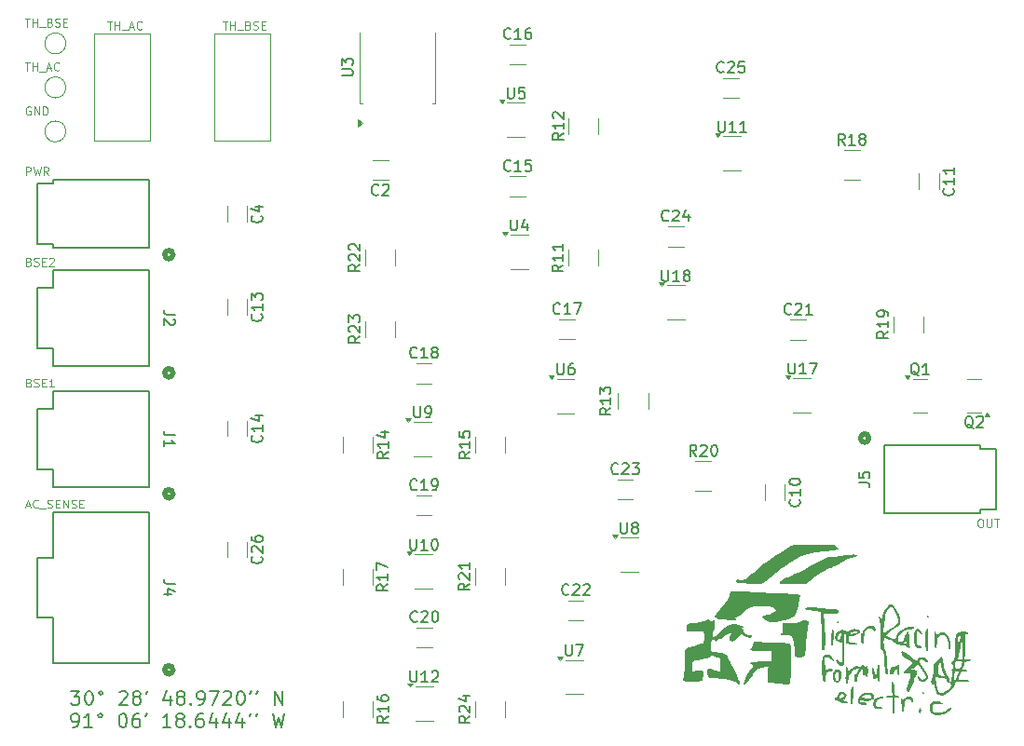
<source format=gbr>
%TF.GenerationSoftware,KiCad,Pcbnew,9.0.0*%
%TF.CreationDate,2025-10-06T07:12:43-05:00*%
%TF.ProjectId,BPSD-2025,42505344-2d32-4303-9235-2e6b69636164,rev?*%
%TF.SameCoordinates,Original*%
%TF.FileFunction,Legend,Top*%
%TF.FilePolarity,Positive*%
%FSLAX46Y46*%
G04 Gerber Fmt 4.6, Leading zero omitted, Abs format (unit mm)*
G04 Created by KiCad (PCBNEW 9.0.0) date 2025-10-06 07:12:43*
%MOMM*%
%LPD*%
G01*
G04 APERTURE LIST*
%ADD10C,0.100000*%
%ADD11C,0.158750*%
%ADD12C,0.150000*%
%ADD13C,0.120000*%
%ADD14C,0.152400*%
%ADD15C,0.508000*%
%ADD16C,0.000000*%
G04 APERTURE END LIST*
D10*
X99637217Y-76188728D02*
X99565789Y-76153014D01*
X99565789Y-76153014D02*
X99458646Y-76153014D01*
X99458646Y-76153014D02*
X99351503Y-76188728D01*
X99351503Y-76188728D02*
X99280074Y-76260157D01*
X99280074Y-76260157D02*
X99244360Y-76331585D01*
X99244360Y-76331585D02*
X99208646Y-76474442D01*
X99208646Y-76474442D02*
X99208646Y-76581585D01*
X99208646Y-76581585D02*
X99244360Y-76724442D01*
X99244360Y-76724442D02*
X99280074Y-76795871D01*
X99280074Y-76795871D02*
X99351503Y-76867300D01*
X99351503Y-76867300D02*
X99458646Y-76903014D01*
X99458646Y-76903014D02*
X99530074Y-76903014D01*
X99530074Y-76903014D02*
X99637217Y-76867300D01*
X99637217Y-76867300D02*
X99672931Y-76831585D01*
X99672931Y-76831585D02*
X99672931Y-76581585D01*
X99672931Y-76581585D02*
X99530074Y-76581585D01*
X99994360Y-76903014D02*
X99994360Y-76153014D01*
X99994360Y-76153014D02*
X100422931Y-76903014D01*
X100422931Y-76903014D02*
X100422931Y-76153014D01*
X100780074Y-76903014D02*
X100780074Y-76153014D01*
X100780074Y-76153014D02*
X100958645Y-76153014D01*
X100958645Y-76153014D02*
X101065788Y-76188728D01*
X101065788Y-76188728D02*
X101137217Y-76260157D01*
X101137217Y-76260157D02*
X101172931Y-76331585D01*
X101172931Y-76331585D02*
X101208645Y-76474442D01*
X101208645Y-76474442D02*
X101208645Y-76581585D01*
X101208645Y-76581585D02*
X101172931Y-76724442D01*
X101172931Y-76724442D02*
X101137217Y-76795871D01*
X101137217Y-76795871D02*
X101065788Y-76867300D01*
X101065788Y-76867300D02*
X100958645Y-76903014D01*
X100958645Y-76903014D02*
X100780074Y-76903014D01*
X106637217Y-68403014D02*
X107065789Y-68403014D01*
X106851503Y-69153014D02*
X106851503Y-68403014D01*
X107315789Y-69153014D02*
X107315789Y-68403014D01*
X107315789Y-68760157D02*
X107744360Y-68760157D01*
X107744360Y-69153014D02*
X107744360Y-68403014D01*
X107922932Y-69224442D02*
X108494360Y-69224442D01*
X108637218Y-68938728D02*
X108994361Y-68938728D01*
X108565789Y-69153014D02*
X108815789Y-68403014D01*
X108815789Y-68403014D02*
X109065789Y-69153014D01*
X109744360Y-69081585D02*
X109708646Y-69117300D01*
X109708646Y-69117300D02*
X109601503Y-69153014D01*
X109601503Y-69153014D02*
X109530075Y-69153014D01*
X109530075Y-69153014D02*
X109422932Y-69117300D01*
X109422932Y-69117300D02*
X109351503Y-69045871D01*
X109351503Y-69045871D02*
X109315789Y-68974442D01*
X109315789Y-68974442D02*
X109280075Y-68831585D01*
X109280075Y-68831585D02*
X109280075Y-68724442D01*
X109280075Y-68724442D02*
X109315789Y-68581585D01*
X109315789Y-68581585D02*
X109351503Y-68510157D01*
X109351503Y-68510157D02*
X109422932Y-68438728D01*
X109422932Y-68438728D02*
X109530075Y-68403014D01*
X109530075Y-68403014D02*
X109601503Y-68403014D01*
X109601503Y-68403014D02*
X109708646Y-68438728D01*
X109708646Y-68438728D02*
X109744360Y-68474442D01*
X185887217Y-113653014D02*
X186030074Y-113653014D01*
X186030074Y-113653014D02*
X186101503Y-113688728D01*
X186101503Y-113688728D02*
X186172931Y-113760157D01*
X186172931Y-113760157D02*
X186208646Y-113903014D01*
X186208646Y-113903014D02*
X186208646Y-114153014D01*
X186208646Y-114153014D02*
X186172931Y-114295871D01*
X186172931Y-114295871D02*
X186101503Y-114367300D01*
X186101503Y-114367300D02*
X186030074Y-114403014D01*
X186030074Y-114403014D02*
X185887217Y-114403014D01*
X185887217Y-114403014D02*
X185815789Y-114367300D01*
X185815789Y-114367300D02*
X185744360Y-114295871D01*
X185744360Y-114295871D02*
X185708646Y-114153014D01*
X185708646Y-114153014D02*
X185708646Y-113903014D01*
X185708646Y-113903014D02*
X185744360Y-113760157D01*
X185744360Y-113760157D02*
X185815789Y-113688728D01*
X185815789Y-113688728D02*
X185887217Y-113653014D01*
X186530074Y-113653014D02*
X186530074Y-114260157D01*
X186530074Y-114260157D02*
X186565788Y-114331585D01*
X186565788Y-114331585D02*
X186601503Y-114367300D01*
X186601503Y-114367300D02*
X186672931Y-114403014D01*
X186672931Y-114403014D02*
X186815788Y-114403014D01*
X186815788Y-114403014D02*
X186887217Y-114367300D01*
X186887217Y-114367300D02*
X186922931Y-114331585D01*
X186922931Y-114331585D02*
X186958645Y-114260157D01*
X186958645Y-114260157D02*
X186958645Y-113653014D01*
X187208645Y-113653014D02*
X187637217Y-113653014D01*
X187422931Y-114403014D02*
X187422931Y-113653014D01*
X117137217Y-68403014D02*
X117565789Y-68403014D01*
X117351503Y-69153014D02*
X117351503Y-68403014D01*
X117815789Y-69153014D02*
X117815789Y-68403014D01*
X117815789Y-68760157D02*
X118244360Y-68760157D01*
X118244360Y-69153014D02*
X118244360Y-68403014D01*
X118422932Y-69224442D02*
X118994360Y-69224442D01*
X119422932Y-68760157D02*
X119530075Y-68795871D01*
X119530075Y-68795871D02*
X119565789Y-68831585D01*
X119565789Y-68831585D02*
X119601503Y-68903014D01*
X119601503Y-68903014D02*
X119601503Y-69010157D01*
X119601503Y-69010157D02*
X119565789Y-69081585D01*
X119565789Y-69081585D02*
X119530075Y-69117300D01*
X119530075Y-69117300D02*
X119458646Y-69153014D01*
X119458646Y-69153014D02*
X119172932Y-69153014D01*
X119172932Y-69153014D02*
X119172932Y-68403014D01*
X119172932Y-68403014D02*
X119422932Y-68403014D01*
X119422932Y-68403014D02*
X119494361Y-68438728D01*
X119494361Y-68438728D02*
X119530075Y-68474442D01*
X119530075Y-68474442D02*
X119565789Y-68545871D01*
X119565789Y-68545871D02*
X119565789Y-68617300D01*
X119565789Y-68617300D02*
X119530075Y-68688728D01*
X119530075Y-68688728D02*
X119494361Y-68724442D01*
X119494361Y-68724442D02*
X119422932Y-68760157D01*
X119422932Y-68760157D02*
X119172932Y-68760157D01*
X119887218Y-69117300D02*
X119994361Y-69153014D01*
X119994361Y-69153014D02*
X120172932Y-69153014D01*
X120172932Y-69153014D02*
X120244361Y-69117300D01*
X120244361Y-69117300D02*
X120280075Y-69081585D01*
X120280075Y-69081585D02*
X120315789Y-69010157D01*
X120315789Y-69010157D02*
X120315789Y-68938728D01*
X120315789Y-68938728D02*
X120280075Y-68867300D01*
X120280075Y-68867300D02*
X120244361Y-68831585D01*
X120244361Y-68831585D02*
X120172932Y-68795871D01*
X120172932Y-68795871D02*
X120030075Y-68760157D01*
X120030075Y-68760157D02*
X119958646Y-68724442D01*
X119958646Y-68724442D02*
X119922932Y-68688728D01*
X119922932Y-68688728D02*
X119887218Y-68617300D01*
X119887218Y-68617300D02*
X119887218Y-68545871D01*
X119887218Y-68545871D02*
X119922932Y-68474442D01*
X119922932Y-68474442D02*
X119958646Y-68438728D01*
X119958646Y-68438728D02*
X120030075Y-68403014D01*
X120030075Y-68403014D02*
X120208646Y-68403014D01*
X120208646Y-68403014D02*
X120315789Y-68438728D01*
X120637218Y-68760157D02*
X120887218Y-68760157D01*
X120994361Y-69153014D02*
X120637218Y-69153014D01*
X120637218Y-69153014D02*
X120637218Y-68403014D01*
X120637218Y-68403014D02*
X120994361Y-68403014D01*
X99494360Y-90260157D02*
X99601503Y-90295871D01*
X99601503Y-90295871D02*
X99637217Y-90331585D01*
X99637217Y-90331585D02*
X99672931Y-90403014D01*
X99672931Y-90403014D02*
X99672931Y-90510157D01*
X99672931Y-90510157D02*
X99637217Y-90581585D01*
X99637217Y-90581585D02*
X99601503Y-90617300D01*
X99601503Y-90617300D02*
X99530074Y-90653014D01*
X99530074Y-90653014D02*
X99244360Y-90653014D01*
X99244360Y-90653014D02*
X99244360Y-89903014D01*
X99244360Y-89903014D02*
X99494360Y-89903014D01*
X99494360Y-89903014D02*
X99565789Y-89938728D01*
X99565789Y-89938728D02*
X99601503Y-89974442D01*
X99601503Y-89974442D02*
X99637217Y-90045871D01*
X99637217Y-90045871D02*
X99637217Y-90117300D01*
X99637217Y-90117300D02*
X99601503Y-90188728D01*
X99601503Y-90188728D02*
X99565789Y-90224442D01*
X99565789Y-90224442D02*
X99494360Y-90260157D01*
X99494360Y-90260157D02*
X99244360Y-90260157D01*
X99958646Y-90617300D02*
X100065789Y-90653014D01*
X100065789Y-90653014D02*
X100244360Y-90653014D01*
X100244360Y-90653014D02*
X100315789Y-90617300D01*
X100315789Y-90617300D02*
X100351503Y-90581585D01*
X100351503Y-90581585D02*
X100387217Y-90510157D01*
X100387217Y-90510157D02*
X100387217Y-90438728D01*
X100387217Y-90438728D02*
X100351503Y-90367300D01*
X100351503Y-90367300D02*
X100315789Y-90331585D01*
X100315789Y-90331585D02*
X100244360Y-90295871D01*
X100244360Y-90295871D02*
X100101503Y-90260157D01*
X100101503Y-90260157D02*
X100030074Y-90224442D01*
X100030074Y-90224442D02*
X99994360Y-90188728D01*
X99994360Y-90188728D02*
X99958646Y-90117300D01*
X99958646Y-90117300D02*
X99958646Y-90045871D01*
X99958646Y-90045871D02*
X99994360Y-89974442D01*
X99994360Y-89974442D02*
X100030074Y-89938728D01*
X100030074Y-89938728D02*
X100101503Y-89903014D01*
X100101503Y-89903014D02*
X100280074Y-89903014D01*
X100280074Y-89903014D02*
X100387217Y-89938728D01*
X100708646Y-90260157D02*
X100958646Y-90260157D01*
X101065789Y-90653014D02*
X100708646Y-90653014D01*
X100708646Y-90653014D02*
X100708646Y-89903014D01*
X100708646Y-89903014D02*
X101065789Y-89903014D01*
X101351503Y-89974442D02*
X101387217Y-89938728D01*
X101387217Y-89938728D02*
X101458646Y-89903014D01*
X101458646Y-89903014D02*
X101637217Y-89903014D01*
X101637217Y-89903014D02*
X101708646Y-89938728D01*
X101708646Y-89938728D02*
X101744360Y-89974442D01*
X101744360Y-89974442D02*
X101780074Y-90045871D01*
X101780074Y-90045871D02*
X101780074Y-90117300D01*
X101780074Y-90117300D02*
X101744360Y-90224442D01*
X101744360Y-90224442D02*
X101315788Y-90653014D01*
X101315788Y-90653014D02*
X101780074Y-90653014D01*
D11*
X103323808Y-129286957D02*
X104109999Y-129286957D01*
X104109999Y-129286957D02*
X103686665Y-129770766D01*
X103686665Y-129770766D02*
X103868094Y-129770766D01*
X103868094Y-129770766D02*
X103989046Y-129831242D01*
X103989046Y-129831242D02*
X104049522Y-129891719D01*
X104049522Y-129891719D02*
X104109999Y-130012671D01*
X104109999Y-130012671D02*
X104109999Y-130315052D01*
X104109999Y-130315052D02*
X104049522Y-130436004D01*
X104049522Y-130436004D02*
X103989046Y-130496481D01*
X103989046Y-130496481D02*
X103868094Y-130556957D01*
X103868094Y-130556957D02*
X103505237Y-130556957D01*
X103505237Y-130556957D02*
X103384284Y-130496481D01*
X103384284Y-130496481D02*
X103323808Y-130436004D01*
X104896189Y-129286957D02*
X105017142Y-129286957D01*
X105017142Y-129286957D02*
X105138094Y-129347433D01*
X105138094Y-129347433D02*
X105198570Y-129407909D01*
X105198570Y-129407909D02*
X105259046Y-129528861D01*
X105259046Y-129528861D02*
X105319523Y-129770766D01*
X105319523Y-129770766D02*
X105319523Y-130073147D01*
X105319523Y-130073147D02*
X105259046Y-130315052D01*
X105259046Y-130315052D02*
X105198570Y-130436004D01*
X105198570Y-130436004D02*
X105138094Y-130496481D01*
X105138094Y-130496481D02*
X105017142Y-130556957D01*
X105017142Y-130556957D02*
X104896189Y-130556957D01*
X104896189Y-130556957D02*
X104775237Y-130496481D01*
X104775237Y-130496481D02*
X104714761Y-130436004D01*
X104714761Y-130436004D02*
X104654284Y-130315052D01*
X104654284Y-130315052D02*
X104593808Y-130073147D01*
X104593808Y-130073147D02*
X104593808Y-129770766D01*
X104593808Y-129770766D02*
X104654284Y-129528861D01*
X104654284Y-129528861D02*
X104714761Y-129407909D01*
X104714761Y-129407909D02*
X104775237Y-129347433D01*
X104775237Y-129347433D02*
X104896189Y-129286957D01*
X106045237Y-129286957D02*
X105924285Y-129347433D01*
X105924285Y-129347433D02*
X105863808Y-129468385D01*
X105863808Y-129468385D02*
X105924285Y-129589338D01*
X105924285Y-129589338D02*
X106045237Y-129649814D01*
X106045237Y-129649814D02*
X106166189Y-129589338D01*
X106166189Y-129589338D02*
X106226666Y-129468385D01*
X106226666Y-129468385D02*
X106166189Y-129347433D01*
X106166189Y-129347433D02*
X106045237Y-129286957D01*
X107738570Y-129407909D02*
X107799046Y-129347433D01*
X107799046Y-129347433D02*
X107919999Y-129286957D01*
X107919999Y-129286957D02*
X108222380Y-129286957D01*
X108222380Y-129286957D02*
X108343332Y-129347433D01*
X108343332Y-129347433D02*
X108403808Y-129407909D01*
X108403808Y-129407909D02*
X108464285Y-129528861D01*
X108464285Y-129528861D02*
X108464285Y-129649814D01*
X108464285Y-129649814D02*
X108403808Y-129831242D01*
X108403808Y-129831242D02*
X107678094Y-130556957D01*
X107678094Y-130556957D02*
X108464285Y-130556957D01*
X109189999Y-129831242D02*
X109069047Y-129770766D01*
X109069047Y-129770766D02*
X109008570Y-129710290D01*
X109008570Y-129710290D02*
X108948094Y-129589338D01*
X108948094Y-129589338D02*
X108948094Y-129528861D01*
X108948094Y-129528861D02*
X109008570Y-129407909D01*
X109008570Y-129407909D02*
X109069047Y-129347433D01*
X109069047Y-129347433D02*
X109189999Y-129286957D01*
X109189999Y-129286957D02*
X109431904Y-129286957D01*
X109431904Y-129286957D02*
X109552856Y-129347433D01*
X109552856Y-129347433D02*
X109613332Y-129407909D01*
X109613332Y-129407909D02*
X109673809Y-129528861D01*
X109673809Y-129528861D02*
X109673809Y-129589338D01*
X109673809Y-129589338D02*
X109613332Y-129710290D01*
X109613332Y-129710290D02*
X109552856Y-129770766D01*
X109552856Y-129770766D02*
X109431904Y-129831242D01*
X109431904Y-129831242D02*
X109189999Y-129831242D01*
X109189999Y-129831242D02*
X109069047Y-129891719D01*
X109069047Y-129891719D02*
X109008570Y-129952195D01*
X109008570Y-129952195D02*
X108948094Y-130073147D01*
X108948094Y-130073147D02*
X108948094Y-130315052D01*
X108948094Y-130315052D02*
X109008570Y-130436004D01*
X109008570Y-130436004D02*
X109069047Y-130496481D01*
X109069047Y-130496481D02*
X109189999Y-130556957D01*
X109189999Y-130556957D02*
X109431904Y-130556957D01*
X109431904Y-130556957D02*
X109552856Y-130496481D01*
X109552856Y-130496481D02*
X109613332Y-130436004D01*
X109613332Y-130436004D02*
X109673809Y-130315052D01*
X109673809Y-130315052D02*
X109673809Y-130073147D01*
X109673809Y-130073147D02*
X109613332Y-129952195D01*
X109613332Y-129952195D02*
X109552856Y-129891719D01*
X109552856Y-129891719D02*
X109431904Y-129831242D01*
X110278571Y-129286957D02*
X110157618Y-129528861D01*
X112334761Y-129710290D02*
X112334761Y-130556957D01*
X112032380Y-129226481D02*
X111729999Y-130133623D01*
X111729999Y-130133623D02*
X112516190Y-130133623D01*
X113181428Y-129831242D02*
X113060476Y-129770766D01*
X113060476Y-129770766D02*
X112999999Y-129710290D01*
X112999999Y-129710290D02*
X112939523Y-129589338D01*
X112939523Y-129589338D02*
X112939523Y-129528861D01*
X112939523Y-129528861D02*
X112999999Y-129407909D01*
X112999999Y-129407909D02*
X113060476Y-129347433D01*
X113060476Y-129347433D02*
X113181428Y-129286957D01*
X113181428Y-129286957D02*
X113423333Y-129286957D01*
X113423333Y-129286957D02*
X113544285Y-129347433D01*
X113544285Y-129347433D02*
X113604761Y-129407909D01*
X113604761Y-129407909D02*
X113665238Y-129528861D01*
X113665238Y-129528861D02*
X113665238Y-129589338D01*
X113665238Y-129589338D02*
X113604761Y-129710290D01*
X113604761Y-129710290D02*
X113544285Y-129770766D01*
X113544285Y-129770766D02*
X113423333Y-129831242D01*
X113423333Y-129831242D02*
X113181428Y-129831242D01*
X113181428Y-129831242D02*
X113060476Y-129891719D01*
X113060476Y-129891719D02*
X112999999Y-129952195D01*
X112999999Y-129952195D02*
X112939523Y-130073147D01*
X112939523Y-130073147D02*
X112939523Y-130315052D01*
X112939523Y-130315052D02*
X112999999Y-130436004D01*
X112999999Y-130436004D02*
X113060476Y-130496481D01*
X113060476Y-130496481D02*
X113181428Y-130556957D01*
X113181428Y-130556957D02*
X113423333Y-130556957D01*
X113423333Y-130556957D02*
X113544285Y-130496481D01*
X113544285Y-130496481D02*
X113604761Y-130436004D01*
X113604761Y-130436004D02*
X113665238Y-130315052D01*
X113665238Y-130315052D02*
X113665238Y-130073147D01*
X113665238Y-130073147D02*
X113604761Y-129952195D01*
X113604761Y-129952195D02*
X113544285Y-129891719D01*
X113544285Y-129891719D02*
X113423333Y-129831242D01*
X114209523Y-130436004D02*
X114270000Y-130496481D01*
X114270000Y-130496481D02*
X114209523Y-130556957D01*
X114209523Y-130556957D02*
X114149047Y-130496481D01*
X114149047Y-130496481D02*
X114209523Y-130436004D01*
X114209523Y-130436004D02*
X114209523Y-130556957D01*
X114874762Y-130556957D02*
X115116666Y-130556957D01*
X115116666Y-130556957D02*
X115237619Y-130496481D01*
X115237619Y-130496481D02*
X115298095Y-130436004D01*
X115298095Y-130436004D02*
X115419047Y-130254576D01*
X115419047Y-130254576D02*
X115479524Y-130012671D01*
X115479524Y-130012671D02*
X115479524Y-129528861D01*
X115479524Y-129528861D02*
X115419047Y-129407909D01*
X115419047Y-129407909D02*
X115358571Y-129347433D01*
X115358571Y-129347433D02*
X115237619Y-129286957D01*
X115237619Y-129286957D02*
X114995714Y-129286957D01*
X114995714Y-129286957D02*
X114874762Y-129347433D01*
X114874762Y-129347433D02*
X114814285Y-129407909D01*
X114814285Y-129407909D02*
X114753809Y-129528861D01*
X114753809Y-129528861D02*
X114753809Y-129831242D01*
X114753809Y-129831242D02*
X114814285Y-129952195D01*
X114814285Y-129952195D02*
X114874762Y-130012671D01*
X114874762Y-130012671D02*
X114995714Y-130073147D01*
X114995714Y-130073147D02*
X115237619Y-130073147D01*
X115237619Y-130073147D02*
X115358571Y-130012671D01*
X115358571Y-130012671D02*
X115419047Y-129952195D01*
X115419047Y-129952195D02*
X115479524Y-129831242D01*
X115902857Y-129286957D02*
X116749524Y-129286957D01*
X116749524Y-129286957D02*
X116205238Y-130556957D01*
X117172857Y-129407909D02*
X117233333Y-129347433D01*
X117233333Y-129347433D02*
X117354286Y-129286957D01*
X117354286Y-129286957D02*
X117656667Y-129286957D01*
X117656667Y-129286957D02*
X117777619Y-129347433D01*
X117777619Y-129347433D02*
X117838095Y-129407909D01*
X117838095Y-129407909D02*
X117898572Y-129528861D01*
X117898572Y-129528861D02*
X117898572Y-129649814D01*
X117898572Y-129649814D02*
X117838095Y-129831242D01*
X117838095Y-129831242D02*
X117112381Y-130556957D01*
X117112381Y-130556957D02*
X117898572Y-130556957D01*
X118684762Y-129286957D02*
X118805715Y-129286957D01*
X118805715Y-129286957D02*
X118926667Y-129347433D01*
X118926667Y-129347433D02*
X118987143Y-129407909D01*
X118987143Y-129407909D02*
X119047619Y-129528861D01*
X119047619Y-129528861D02*
X119108096Y-129770766D01*
X119108096Y-129770766D02*
X119108096Y-130073147D01*
X119108096Y-130073147D02*
X119047619Y-130315052D01*
X119047619Y-130315052D02*
X118987143Y-130436004D01*
X118987143Y-130436004D02*
X118926667Y-130496481D01*
X118926667Y-130496481D02*
X118805715Y-130556957D01*
X118805715Y-130556957D02*
X118684762Y-130556957D01*
X118684762Y-130556957D02*
X118563810Y-130496481D01*
X118563810Y-130496481D02*
X118503334Y-130436004D01*
X118503334Y-130436004D02*
X118442857Y-130315052D01*
X118442857Y-130315052D02*
X118382381Y-130073147D01*
X118382381Y-130073147D02*
X118382381Y-129770766D01*
X118382381Y-129770766D02*
X118442857Y-129528861D01*
X118442857Y-129528861D02*
X118503334Y-129407909D01*
X118503334Y-129407909D02*
X118563810Y-129347433D01*
X118563810Y-129347433D02*
X118684762Y-129286957D01*
X119712858Y-129286957D02*
X119591905Y-129528861D01*
X120317620Y-129286957D02*
X120196667Y-129528861D01*
X121829524Y-130556957D02*
X121829524Y-129286957D01*
X121829524Y-129286957D02*
X122555239Y-130556957D01*
X122555239Y-130556957D02*
X122555239Y-129286957D01*
X103444761Y-132601586D02*
X103686665Y-132601586D01*
X103686665Y-132601586D02*
X103807618Y-132541110D01*
X103807618Y-132541110D02*
X103868094Y-132480633D01*
X103868094Y-132480633D02*
X103989046Y-132299205D01*
X103989046Y-132299205D02*
X104049523Y-132057300D01*
X104049523Y-132057300D02*
X104049523Y-131573490D01*
X104049523Y-131573490D02*
X103989046Y-131452538D01*
X103989046Y-131452538D02*
X103928570Y-131392062D01*
X103928570Y-131392062D02*
X103807618Y-131331586D01*
X103807618Y-131331586D02*
X103565713Y-131331586D01*
X103565713Y-131331586D02*
X103444761Y-131392062D01*
X103444761Y-131392062D02*
X103384284Y-131452538D01*
X103384284Y-131452538D02*
X103323808Y-131573490D01*
X103323808Y-131573490D02*
X103323808Y-131875871D01*
X103323808Y-131875871D02*
X103384284Y-131996824D01*
X103384284Y-131996824D02*
X103444761Y-132057300D01*
X103444761Y-132057300D02*
X103565713Y-132117776D01*
X103565713Y-132117776D02*
X103807618Y-132117776D01*
X103807618Y-132117776D02*
X103928570Y-132057300D01*
X103928570Y-132057300D02*
X103989046Y-131996824D01*
X103989046Y-131996824D02*
X104049523Y-131875871D01*
X105259047Y-132601586D02*
X104533332Y-132601586D01*
X104896189Y-132601586D02*
X104896189Y-131331586D01*
X104896189Y-131331586D02*
X104775237Y-131513014D01*
X104775237Y-131513014D02*
X104654285Y-131633967D01*
X104654285Y-131633967D02*
X104533332Y-131694443D01*
X105984761Y-131331586D02*
X105863809Y-131392062D01*
X105863809Y-131392062D02*
X105803332Y-131513014D01*
X105803332Y-131513014D02*
X105863809Y-131633967D01*
X105863809Y-131633967D02*
X105984761Y-131694443D01*
X105984761Y-131694443D02*
X106105713Y-131633967D01*
X106105713Y-131633967D02*
X106166190Y-131513014D01*
X106166190Y-131513014D02*
X106105713Y-131392062D01*
X106105713Y-131392062D02*
X105984761Y-131331586D01*
X107980475Y-131331586D02*
X108101428Y-131331586D01*
X108101428Y-131331586D02*
X108222380Y-131392062D01*
X108222380Y-131392062D02*
X108282856Y-131452538D01*
X108282856Y-131452538D02*
X108343332Y-131573490D01*
X108343332Y-131573490D02*
X108403809Y-131815395D01*
X108403809Y-131815395D02*
X108403809Y-132117776D01*
X108403809Y-132117776D02*
X108343332Y-132359681D01*
X108343332Y-132359681D02*
X108282856Y-132480633D01*
X108282856Y-132480633D02*
X108222380Y-132541110D01*
X108222380Y-132541110D02*
X108101428Y-132601586D01*
X108101428Y-132601586D02*
X107980475Y-132601586D01*
X107980475Y-132601586D02*
X107859523Y-132541110D01*
X107859523Y-132541110D02*
X107799047Y-132480633D01*
X107799047Y-132480633D02*
X107738570Y-132359681D01*
X107738570Y-132359681D02*
X107678094Y-132117776D01*
X107678094Y-132117776D02*
X107678094Y-131815395D01*
X107678094Y-131815395D02*
X107738570Y-131573490D01*
X107738570Y-131573490D02*
X107799047Y-131452538D01*
X107799047Y-131452538D02*
X107859523Y-131392062D01*
X107859523Y-131392062D02*
X107980475Y-131331586D01*
X109492380Y-131331586D02*
X109250475Y-131331586D01*
X109250475Y-131331586D02*
X109129523Y-131392062D01*
X109129523Y-131392062D02*
X109069047Y-131452538D01*
X109069047Y-131452538D02*
X108948094Y-131633967D01*
X108948094Y-131633967D02*
X108887618Y-131875871D01*
X108887618Y-131875871D02*
X108887618Y-132359681D01*
X108887618Y-132359681D02*
X108948094Y-132480633D01*
X108948094Y-132480633D02*
X109008571Y-132541110D01*
X109008571Y-132541110D02*
X109129523Y-132601586D01*
X109129523Y-132601586D02*
X109371428Y-132601586D01*
X109371428Y-132601586D02*
X109492380Y-132541110D01*
X109492380Y-132541110D02*
X109552856Y-132480633D01*
X109552856Y-132480633D02*
X109613333Y-132359681D01*
X109613333Y-132359681D02*
X109613333Y-132057300D01*
X109613333Y-132057300D02*
X109552856Y-131936348D01*
X109552856Y-131936348D02*
X109492380Y-131875871D01*
X109492380Y-131875871D02*
X109371428Y-131815395D01*
X109371428Y-131815395D02*
X109129523Y-131815395D01*
X109129523Y-131815395D02*
X109008571Y-131875871D01*
X109008571Y-131875871D02*
X108948094Y-131936348D01*
X108948094Y-131936348D02*
X108887618Y-132057300D01*
X110218095Y-131331586D02*
X110097142Y-131573490D01*
X112395238Y-132601586D02*
X111669523Y-132601586D01*
X112032380Y-132601586D02*
X112032380Y-131331586D01*
X112032380Y-131331586D02*
X111911428Y-131513014D01*
X111911428Y-131513014D02*
X111790476Y-131633967D01*
X111790476Y-131633967D02*
X111669523Y-131694443D01*
X113120952Y-131875871D02*
X113000000Y-131815395D01*
X113000000Y-131815395D02*
X112939523Y-131754919D01*
X112939523Y-131754919D02*
X112879047Y-131633967D01*
X112879047Y-131633967D02*
X112879047Y-131573490D01*
X112879047Y-131573490D02*
X112939523Y-131452538D01*
X112939523Y-131452538D02*
X113000000Y-131392062D01*
X113000000Y-131392062D02*
X113120952Y-131331586D01*
X113120952Y-131331586D02*
X113362857Y-131331586D01*
X113362857Y-131331586D02*
X113483809Y-131392062D01*
X113483809Y-131392062D02*
X113544285Y-131452538D01*
X113544285Y-131452538D02*
X113604762Y-131573490D01*
X113604762Y-131573490D02*
X113604762Y-131633967D01*
X113604762Y-131633967D02*
X113544285Y-131754919D01*
X113544285Y-131754919D02*
X113483809Y-131815395D01*
X113483809Y-131815395D02*
X113362857Y-131875871D01*
X113362857Y-131875871D02*
X113120952Y-131875871D01*
X113120952Y-131875871D02*
X113000000Y-131936348D01*
X113000000Y-131936348D02*
X112939523Y-131996824D01*
X112939523Y-131996824D02*
X112879047Y-132117776D01*
X112879047Y-132117776D02*
X112879047Y-132359681D01*
X112879047Y-132359681D02*
X112939523Y-132480633D01*
X112939523Y-132480633D02*
X113000000Y-132541110D01*
X113000000Y-132541110D02*
X113120952Y-132601586D01*
X113120952Y-132601586D02*
X113362857Y-132601586D01*
X113362857Y-132601586D02*
X113483809Y-132541110D01*
X113483809Y-132541110D02*
X113544285Y-132480633D01*
X113544285Y-132480633D02*
X113604762Y-132359681D01*
X113604762Y-132359681D02*
X113604762Y-132117776D01*
X113604762Y-132117776D02*
X113544285Y-131996824D01*
X113544285Y-131996824D02*
X113483809Y-131936348D01*
X113483809Y-131936348D02*
X113362857Y-131875871D01*
X114149047Y-132480633D02*
X114209524Y-132541110D01*
X114209524Y-132541110D02*
X114149047Y-132601586D01*
X114149047Y-132601586D02*
X114088571Y-132541110D01*
X114088571Y-132541110D02*
X114149047Y-132480633D01*
X114149047Y-132480633D02*
X114149047Y-132601586D01*
X115298095Y-131331586D02*
X115056190Y-131331586D01*
X115056190Y-131331586D02*
X114935238Y-131392062D01*
X114935238Y-131392062D02*
X114874762Y-131452538D01*
X114874762Y-131452538D02*
X114753809Y-131633967D01*
X114753809Y-131633967D02*
X114693333Y-131875871D01*
X114693333Y-131875871D02*
X114693333Y-132359681D01*
X114693333Y-132359681D02*
X114753809Y-132480633D01*
X114753809Y-132480633D02*
X114814286Y-132541110D01*
X114814286Y-132541110D02*
X114935238Y-132601586D01*
X114935238Y-132601586D02*
X115177143Y-132601586D01*
X115177143Y-132601586D02*
X115298095Y-132541110D01*
X115298095Y-132541110D02*
X115358571Y-132480633D01*
X115358571Y-132480633D02*
X115419048Y-132359681D01*
X115419048Y-132359681D02*
X115419048Y-132057300D01*
X115419048Y-132057300D02*
X115358571Y-131936348D01*
X115358571Y-131936348D02*
X115298095Y-131875871D01*
X115298095Y-131875871D02*
X115177143Y-131815395D01*
X115177143Y-131815395D02*
X114935238Y-131815395D01*
X114935238Y-131815395D02*
X114814286Y-131875871D01*
X114814286Y-131875871D02*
X114753809Y-131936348D01*
X114753809Y-131936348D02*
X114693333Y-132057300D01*
X116507619Y-131754919D02*
X116507619Y-132601586D01*
X116205238Y-131271110D02*
X115902857Y-132178252D01*
X115902857Y-132178252D02*
X116689048Y-132178252D01*
X117717143Y-131754919D02*
X117717143Y-132601586D01*
X117414762Y-131271110D02*
X117112381Y-132178252D01*
X117112381Y-132178252D02*
X117898572Y-132178252D01*
X118926667Y-131754919D02*
X118926667Y-132601586D01*
X118624286Y-131271110D02*
X118321905Y-132178252D01*
X118321905Y-132178252D02*
X119108096Y-132178252D01*
X119652382Y-131331586D02*
X119531429Y-131573490D01*
X120257144Y-131331586D02*
X120136191Y-131573490D01*
X121648096Y-131331586D02*
X121950477Y-132601586D01*
X121950477Y-132601586D02*
X122192382Y-131694443D01*
X122192382Y-131694443D02*
X122434287Y-132601586D01*
X122434287Y-132601586D02*
X122736668Y-131331586D01*
D10*
X99244360Y-82403014D02*
X99244360Y-81653014D01*
X99244360Y-81653014D02*
X99530074Y-81653014D01*
X99530074Y-81653014D02*
X99601503Y-81688728D01*
X99601503Y-81688728D02*
X99637217Y-81724442D01*
X99637217Y-81724442D02*
X99672931Y-81795871D01*
X99672931Y-81795871D02*
X99672931Y-81903014D01*
X99672931Y-81903014D02*
X99637217Y-81974442D01*
X99637217Y-81974442D02*
X99601503Y-82010157D01*
X99601503Y-82010157D02*
X99530074Y-82045871D01*
X99530074Y-82045871D02*
X99244360Y-82045871D01*
X99922931Y-81653014D02*
X100101503Y-82403014D01*
X100101503Y-82403014D02*
X100244360Y-81867300D01*
X100244360Y-81867300D02*
X100387217Y-82403014D01*
X100387217Y-82403014D02*
X100565789Y-81653014D01*
X101280074Y-82403014D02*
X101030074Y-82045871D01*
X100851503Y-82403014D02*
X100851503Y-81653014D01*
X100851503Y-81653014D02*
X101137217Y-81653014D01*
X101137217Y-81653014D02*
X101208646Y-81688728D01*
X101208646Y-81688728D02*
X101244360Y-81724442D01*
X101244360Y-81724442D02*
X101280074Y-81795871D01*
X101280074Y-81795871D02*
X101280074Y-81903014D01*
X101280074Y-81903014D02*
X101244360Y-81974442D01*
X101244360Y-81974442D02*
X101208646Y-82010157D01*
X101208646Y-82010157D02*
X101137217Y-82045871D01*
X101137217Y-82045871D02*
X100851503Y-82045871D01*
X99208646Y-112438728D02*
X99565789Y-112438728D01*
X99137217Y-112653014D02*
X99387217Y-111903014D01*
X99387217Y-111903014D02*
X99637217Y-112653014D01*
X100315788Y-112581585D02*
X100280074Y-112617300D01*
X100280074Y-112617300D02*
X100172931Y-112653014D01*
X100172931Y-112653014D02*
X100101503Y-112653014D01*
X100101503Y-112653014D02*
X99994360Y-112617300D01*
X99994360Y-112617300D02*
X99922931Y-112545871D01*
X99922931Y-112545871D02*
X99887217Y-112474442D01*
X99887217Y-112474442D02*
X99851503Y-112331585D01*
X99851503Y-112331585D02*
X99851503Y-112224442D01*
X99851503Y-112224442D02*
X99887217Y-112081585D01*
X99887217Y-112081585D02*
X99922931Y-112010157D01*
X99922931Y-112010157D02*
X99994360Y-111938728D01*
X99994360Y-111938728D02*
X100101503Y-111903014D01*
X100101503Y-111903014D02*
X100172931Y-111903014D01*
X100172931Y-111903014D02*
X100280074Y-111938728D01*
X100280074Y-111938728D02*
X100315788Y-111974442D01*
X100458646Y-112724442D02*
X101030074Y-112724442D01*
X101172932Y-112617300D02*
X101280075Y-112653014D01*
X101280075Y-112653014D02*
X101458646Y-112653014D01*
X101458646Y-112653014D02*
X101530075Y-112617300D01*
X101530075Y-112617300D02*
X101565789Y-112581585D01*
X101565789Y-112581585D02*
X101601503Y-112510157D01*
X101601503Y-112510157D02*
X101601503Y-112438728D01*
X101601503Y-112438728D02*
X101565789Y-112367300D01*
X101565789Y-112367300D02*
X101530075Y-112331585D01*
X101530075Y-112331585D02*
X101458646Y-112295871D01*
X101458646Y-112295871D02*
X101315789Y-112260157D01*
X101315789Y-112260157D02*
X101244360Y-112224442D01*
X101244360Y-112224442D02*
X101208646Y-112188728D01*
X101208646Y-112188728D02*
X101172932Y-112117300D01*
X101172932Y-112117300D02*
X101172932Y-112045871D01*
X101172932Y-112045871D02*
X101208646Y-111974442D01*
X101208646Y-111974442D02*
X101244360Y-111938728D01*
X101244360Y-111938728D02*
X101315789Y-111903014D01*
X101315789Y-111903014D02*
X101494360Y-111903014D01*
X101494360Y-111903014D02*
X101601503Y-111938728D01*
X101922932Y-112260157D02*
X102172932Y-112260157D01*
X102280075Y-112653014D02*
X101922932Y-112653014D01*
X101922932Y-112653014D02*
X101922932Y-111903014D01*
X101922932Y-111903014D02*
X102280075Y-111903014D01*
X102601503Y-112653014D02*
X102601503Y-111903014D01*
X102601503Y-111903014D02*
X103030074Y-112653014D01*
X103030074Y-112653014D02*
X103030074Y-111903014D01*
X103351503Y-112617300D02*
X103458646Y-112653014D01*
X103458646Y-112653014D02*
X103637217Y-112653014D01*
X103637217Y-112653014D02*
X103708646Y-112617300D01*
X103708646Y-112617300D02*
X103744360Y-112581585D01*
X103744360Y-112581585D02*
X103780074Y-112510157D01*
X103780074Y-112510157D02*
X103780074Y-112438728D01*
X103780074Y-112438728D02*
X103744360Y-112367300D01*
X103744360Y-112367300D02*
X103708646Y-112331585D01*
X103708646Y-112331585D02*
X103637217Y-112295871D01*
X103637217Y-112295871D02*
X103494360Y-112260157D01*
X103494360Y-112260157D02*
X103422931Y-112224442D01*
X103422931Y-112224442D02*
X103387217Y-112188728D01*
X103387217Y-112188728D02*
X103351503Y-112117300D01*
X103351503Y-112117300D02*
X103351503Y-112045871D01*
X103351503Y-112045871D02*
X103387217Y-111974442D01*
X103387217Y-111974442D02*
X103422931Y-111938728D01*
X103422931Y-111938728D02*
X103494360Y-111903014D01*
X103494360Y-111903014D02*
X103672931Y-111903014D01*
X103672931Y-111903014D02*
X103780074Y-111938728D01*
X104101503Y-112260157D02*
X104351503Y-112260157D01*
X104458646Y-112653014D02*
X104101503Y-112653014D01*
X104101503Y-112653014D02*
X104101503Y-111903014D01*
X104101503Y-111903014D02*
X104458646Y-111903014D01*
X99137217Y-72153014D02*
X99565789Y-72153014D01*
X99351503Y-72903014D02*
X99351503Y-72153014D01*
X99815789Y-72903014D02*
X99815789Y-72153014D01*
X99815789Y-72510157D02*
X100244360Y-72510157D01*
X100244360Y-72903014D02*
X100244360Y-72153014D01*
X100422932Y-72974442D02*
X100994360Y-72974442D01*
X101137218Y-72688728D02*
X101494361Y-72688728D01*
X101065789Y-72903014D02*
X101315789Y-72153014D01*
X101315789Y-72153014D02*
X101565789Y-72903014D01*
X102244360Y-72831585D02*
X102208646Y-72867300D01*
X102208646Y-72867300D02*
X102101503Y-72903014D01*
X102101503Y-72903014D02*
X102030075Y-72903014D01*
X102030075Y-72903014D02*
X101922932Y-72867300D01*
X101922932Y-72867300D02*
X101851503Y-72795871D01*
X101851503Y-72795871D02*
X101815789Y-72724442D01*
X101815789Y-72724442D02*
X101780075Y-72581585D01*
X101780075Y-72581585D02*
X101780075Y-72474442D01*
X101780075Y-72474442D02*
X101815789Y-72331585D01*
X101815789Y-72331585D02*
X101851503Y-72260157D01*
X101851503Y-72260157D02*
X101922932Y-72188728D01*
X101922932Y-72188728D02*
X102030075Y-72153014D01*
X102030075Y-72153014D02*
X102101503Y-72153014D01*
X102101503Y-72153014D02*
X102208646Y-72188728D01*
X102208646Y-72188728D02*
X102244360Y-72224442D01*
X99137217Y-68153014D02*
X99565789Y-68153014D01*
X99351503Y-68903014D02*
X99351503Y-68153014D01*
X99815789Y-68903014D02*
X99815789Y-68153014D01*
X99815789Y-68510157D02*
X100244360Y-68510157D01*
X100244360Y-68903014D02*
X100244360Y-68153014D01*
X100422932Y-68974442D02*
X100994360Y-68974442D01*
X101422932Y-68510157D02*
X101530075Y-68545871D01*
X101530075Y-68545871D02*
X101565789Y-68581585D01*
X101565789Y-68581585D02*
X101601503Y-68653014D01*
X101601503Y-68653014D02*
X101601503Y-68760157D01*
X101601503Y-68760157D02*
X101565789Y-68831585D01*
X101565789Y-68831585D02*
X101530075Y-68867300D01*
X101530075Y-68867300D02*
X101458646Y-68903014D01*
X101458646Y-68903014D02*
X101172932Y-68903014D01*
X101172932Y-68903014D02*
X101172932Y-68153014D01*
X101172932Y-68153014D02*
X101422932Y-68153014D01*
X101422932Y-68153014D02*
X101494361Y-68188728D01*
X101494361Y-68188728D02*
X101530075Y-68224442D01*
X101530075Y-68224442D02*
X101565789Y-68295871D01*
X101565789Y-68295871D02*
X101565789Y-68367300D01*
X101565789Y-68367300D02*
X101530075Y-68438728D01*
X101530075Y-68438728D02*
X101494361Y-68474442D01*
X101494361Y-68474442D02*
X101422932Y-68510157D01*
X101422932Y-68510157D02*
X101172932Y-68510157D01*
X101887218Y-68867300D02*
X101994361Y-68903014D01*
X101994361Y-68903014D02*
X102172932Y-68903014D01*
X102172932Y-68903014D02*
X102244361Y-68867300D01*
X102244361Y-68867300D02*
X102280075Y-68831585D01*
X102280075Y-68831585D02*
X102315789Y-68760157D01*
X102315789Y-68760157D02*
X102315789Y-68688728D01*
X102315789Y-68688728D02*
X102280075Y-68617300D01*
X102280075Y-68617300D02*
X102244361Y-68581585D01*
X102244361Y-68581585D02*
X102172932Y-68545871D01*
X102172932Y-68545871D02*
X102030075Y-68510157D01*
X102030075Y-68510157D02*
X101958646Y-68474442D01*
X101958646Y-68474442D02*
X101922932Y-68438728D01*
X101922932Y-68438728D02*
X101887218Y-68367300D01*
X101887218Y-68367300D02*
X101887218Y-68295871D01*
X101887218Y-68295871D02*
X101922932Y-68224442D01*
X101922932Y-68224442D02*
X101958646Y-68188728D01*
X101958646Y-68188728D02*
X102030075Y-68153014D01*
X102030075Y-68153014D02*
X102208646Y-68153014D01*
X102208646Y-68153014D02*
X102315789Y-68188728D01*
X102637218Y-68510157D02*
X102887218Y-68510157D01*
X102994361Y-68903014D02*
X102637218Y-68903014D01*
X102637218Y-68903014D02*
X102637218Y-68153014D01*
X102637218Y-68153014D02*
X102994361Y-68153014D01*
X99494360Y-101260157D02*
X99601503Y-101295871D01*
X99601503Y-101295871D02*
X99637217Y-101331585D01*
X99637217Y-101331585D02*
X99672931Y-101403014D01*
X99672931Y-101403014D02*
X99672931Y-101510157D01*
X99672931Y-101510157D02*
X99637217Y-101581585D01*
X99637217Y-101581585D02*
X99601503Y-101617300D01*
X99601503Y-101617300D02*
X99530074Y-101653014D01*
X99530074Y-101653014D02*
X99244360Y-101653014D01*
X99244360Y-101653014D02*
X99244360Y-100903014D01*
X99244360Y-100903014D02*
X99494360Y-100903014D01*
X99494360Y-100903014D02*
X99565789Y-100938728D01*
X99565789Y-100938728D02*
X99601503Y-100974442D01*
X99601503Y-100974442D02*
X99637217Y-101045871D01*
X99637217Y-101045871D02*
X99637217Y-101117300D01*
X99637217Y-101117300D02*
X99601503Y-101188728D01*
X99601503Y-101188728D02*
X99565789Y-101224442D01*
X99565789Y-101224442D02*
X99494360Y-101260157D01*
X99494360Y-101260157D02*
X99244360Y-101260157D01*
X99958646Y-101617300D02*
X100065789Y-101653014D01*
X100065789Y-101653014D02*
X100244360Y-101653014D01*
X100244360Y-101653014D02*
X100315789Y-101617300D01*
X100315789Y-101617300D02*
X100351503Y-101581585D01*
X100351503Y-101581585D02*
X100387217Y-101510157D01*
X100387217Y-101510157D02*
X100387217Y-101438728D01*
X100387217Y-101438728D02*
X100351503Y-101367300D01*
X100351503Y-101367300D02*
X100315789Y-101331585D01*
X100315789Y-101331585D02*
X100244360Y-101295871D01*
X100244360Y-101295871D02*
X100101503Y-101260157D01*
X100101503Y-101260157D02*
X100030074Y-101224442D01*
X100030074Y-101224442D02*
X99994360Y-101188728D01*
X99994360Y-101188728D02*
X99958646Y-101117300D01*
X99958646Y-101117300D02*
X99958646Y-101045871D01*
X99958646Y-101045871D02*
X99994360Y-100974442D01*
X99994360Y-100974442D02*
X100030074Y-100938728D01*
X100030074Y-100938728D02*
X100101503Y-100903014D01*
X100101503Y-100903014D02*
X100280074Y-100903014D01*
X100280074Y-100903014D02*
X100387217Y-100938728D01*
X100708646Y-101260157D02*
X100958646Y-101260157D01*
X101065789Y-101653014D02*
X100708646Y-101653014D01*
X100708646Y-101653014D02*
X100708646Y-100903014D01*
X100708646Y-100903014D02*
X101065789Y-100903014D01*
X101780074Y-101653014D02*
X101351503Y-101653014D01*
X101565788Y-101653014D02*
X101565788Y-100903014D01*
X101565788Y-100903014D02*
X101494360Y-101010157D01*
X101494360Y-101010157D02*
X101422931Y-101081585D01*
X101422931Y-101081585D02*
X101351503Y-101117300D01*
D12*
X185307261Y-105412557D02*
X185212023Y-105364938D01*
X185212023Y-105364938D02*
X185116785Y-105269700D01*
X185116785Y-105269700D02*
X184973928Y-105126842D01*
X184973928Y-105126842D02*
X184878690Y-105079223D01*
X184878690Y-105079223D02*
X184783452Y-105079223D01*
X184831071Y-105317319D02*
X184735833Y-105269700D01*
X184735833Y-105269700D02*
X184640595Y-105174461D01*
X184640595Y-105174461D02*
X184592976Y-104983985D01*
X184592976Y-104983985D02*
X184592976Y-104650652D01*
X184592976Y-104650652D02*
X184640595Y-104460176D01*
X184640595Y-104460176D02*
X184735833Y-104364938D01*
X184735833Y-104364938D02*
X184831071Y-104317319D01*
X184831071Y-104317319D02*
X185021547Y-104317319D01*
X185021547Y-104317319D02*
X185116785Y-104364938D01*
X185116785Y-104364938D02*
X185212023Y-104460176D01*
X185212023Y-104460176D02*
X185259642Y-104650652D01*
X185259642Y-104650652D02*
X185259642Y-104983985D01*
X185259642Y-104983985D02*
X185212023Y-105174461D01*
X185212023Y-105174461D02*
X185116785Y-105269700D01*
X185116785Y-105269700D02*
X185021547Y-105317319D01*
X185021547Y-105317319D02*
X184831071Y-105317319D01*
X185640595Y-104412557D02*
X185688214Y-104364938D01*
X185688214Y-104364938D02*
X185783452Y-104317319D01*
X185783452Y-104317319D02*
X186021547Y-104317319D01*
X186021547Y-104317319D02*
X186116785Y-104364938D01*
X186116785Y-104364938D02*
X186164404Y-104412557D01*
X186164404Y-104412557D02*
X186212023Y-104507795D01*
X186212023Y-104507795D02*
X186212023Y-104603033D01*
X186212023Y-104603033D02*
X186164404Y-104745890D01*
X186164404Y-104745890D02*
X185592976Y-105317319D01*
X185592976Y-105317319D02*
X186212023Y-105317319D01*
X152357319Y-103567857D02*
X151881128Y-103901190D01*
X152357319Y-104139285D02*
X151357319Y-104139285D01*
X151357319Y-104139285D02*
X151357319Y-103758333D01*
X151357319Y-103758333D02*
X151404938Y-103663095D01*
X151404938Y-103663095D02*
X151452557Y-103615476D01*
X151452557Y-103615476D02*
X151547795Y-103567857D01*
X151547795Y-103567857D02*
X151690652Y-103567857D01*
X151690652Y-103567857D02*
X151785890Y-103615476D01*
X151785890Y-103615476D02*
X151833509Y-103663095D01*
X151833509Y-103663095D02*
X151881128Y-103758333D01*
X151881128Y-103758333D02*
X151881128Y-104139285D01*
X152357319Y-102615476D02*
X152357319Y-103186904D01*
X152357319Y-102901190D02*
X151357319Y-102901190D01*
X151357319Y-102901190D02*
X151500176Y-102996428D01*
X151500176Y-102996428D02*
X151595414Y-103091666D01*
X151595414Y-103091666D02*
X151643033Y-103186904D01*
X151357319Y-102282142D02*
X151357319Y-101663095D01*
X151357319Y-101663095D02*
X151738271Y-101996428D01*
X151738271Y-101996428D02*
X151738271Y-101853571D01*
X151738271Y-101853571D02*
X151785890Y-101758333D01*
X151785890Y-101758333D02*
X151833509Y-101710714D01*
X151833509Y-101710714D02*
X151928747Y-101663095D01*
X151928747Y-101663095D02*
X152166842Y-101663095D01*
X152166842Y-101663095D02*
X152262080Y-101710714D01*
X152262080Y-101710714D02*
X152309700Y-101758333D01*
X152309700Y-101758333D02*
X152357319Y-101853571D01*
X152357319Y-101853571D02*
X152357319Y-102139285D01*
X152357319Y-102139285D02*
X152309700Y-102234523D01*
X152309700Y-102234523D02*
X152262080Y-102282142D01*
X134759642Y-110934580D02*
X134712023Y-110982200D01*
X134712023Y-110982200D02*
X134569166Y-111029819D01*
X134569166Y-111029819D02*
X134473928Y-111029819D01*
X134473928Y-111029819D02*
X134331071Y-110982200D01*
X134331071Y-110982200D02*
X134235833Y-110886961D01*
X134235833Y-110886961D02*
X134188214Y-110791723D01*
X134188214Y-110791723D02*
X134140595Y-110601247D01*
X134140595Y-110601247D02*
X134140595Y-110458390D01*
X134140595Y-110458390D02*
X134188214Y-110267914D01*
X134188214Y-110267914D02*
X134235833Y-110172676D01*
X134235833Y-110172676D02*
X134331071Y-110077438D01*
X134331071Y-110077438D02*
X134473928Y-110029819D01*
X134473928Y-110029819D02*
X134569166Y-110029819D01*
X134569166Y-110029819D02*
X134712023Y-110077438D01*
X134712023Y-110077438D02*
X134759642Y-110125057D01*
X135712023Y-111029819D02*
X135140595Y-111029819D01*
X135426309Y-111029819D02*
X135426309Y-110029819D01*
X135426309Y-110029819D02*
X135331071Y-110172676D01*
X135331071Y-110172676D02*
X135235833Y-110267914D01*
X135235833Y-110267914D02*
X135140595Y-110315533D01*
X136188214Y-111029819D02*
X136378690Y-111029819D01*
X136378690Y-111029819D02*
X136473928Y-110982200D01*
X136473928Y-110982200D02*
X136521547Y-110934580D01*
X136521547Y-110934580D02*
X136616785Y-110791723D01*
X136616785Y-110791723D02*
X136664404Y-110601247D01*
X136664404Y-110601247D02*
X136664404Y-110220295D01*
X136664404Y-110220295D02*
X136616785Y-110125057D01*
X136616785Y-110125057D02*
X136569166Y-110077438D01*
X136569166Y-110077438D02*
X136473928Y-110029819D01*
X136473928Y-110029819D02*
X136283452Y-110029819D01*
X136283452Y-110029819D02*
X136188214Y-110077438D01*
X136188214Y-110077438D02*
X136140595Y-110125057D01*
X136140595Y-110125057D02*
X136092976Y-110220295D01*
X136092976Y-110220295D02*
X136092976Y-110458390D01*
X136092976Y-110458390D02*
X136140595Y-110553628D01*
X136140595Y-110553628D02*
X136188214Y-110601247D01*
X136188214Y-110601247D02*
X136283452Y-110648866D01*
X136283452Y-110648866D02*
X136473928Y-110648866D01*
X136473928Y-110648866D02*
X136569166Y-110601247D01*
X136569166Y-110601247D02*
X136616785Y-110553628D01*
X136616785Y-110553628D02*
X136664404Y-110458390D01*
X129577319Y-90530357D02*
X129101128Y-90863690D01*
X129577319Y-91101785D02*
X128577319Y-91101785D01*
X128577319Y-91101785D02*
X128577319Y-90720833D01*
X128577319Y-90720833D02*
X128624938Y-90625595D01*
X128624938Y-90625595D02*
X128672557Y-90577976D01*
X128672557Y-90577976D02*
X128767795Y-90530357D01*
X128767795Y-90530357D02*
X128910652Y-90530357D01*
X128910652Y-90530357D02*
X129005890Y-90577976D01*
X129005890Y-90577976D02*
X129053509Y-90625595D01*
X129053509Y-90625595D02*
X129101128Y-90720833D01*
X129101128Y-90720833D02*
X129101128Y-91101785D01*
X128672557Y-90149404D02*
X128624938Y-90101785D01*
X128624938Y-90101785D02*
X128577319Y-90006547D01*
X128577319Y-90006547D02*
X128577319Y-89768452D01*
X128577319Y-89768452D02*
X128624938Y-89673214D01*
X128624938Y-89673214D02*
X128672557Y-89625595D01*
X128672557Y-89625595D02*
X128767795Y-89577976D01*
X128767795Y-89577976D02*
X128863033Y-89577976D01*
X128863033Y-89577976D02*
X129005890Y-89625595D01*
X129005890Y-89625595D02*
X129577319Y-90197023D01*
X129577319Y-90197023D02*
X129577319Y-89577976D01*
X128672557Y-89197023D02*
X128624938Y-89149404D01*
X128624938Y-89149404D02*
X128577319Y-89054166D01*
X128577319Y-89054166D02*
X128577319Y-88816071D01*
X128577319Y-88816071D02*
X128624938Y-88720833D01*
X128624938Y-88720833D02*
X128672557Y-88673214D01*
X128672557Y-88673214D02*
X128767795Y-88625595D01*
X128767795Y-88625595D02*
X128863033Y-88625595D01*
X128863033Y-88625595D02*
X129005890Y-88673214D01*
X129005890Y-88673214D02*
X129577319Y-89244642D01*
X129577319Y-89244642D02*
X129577319Y-88625595D01*
X112755786Y-119558266D02*
X112041501Y-119558266D01*
X112041501Y-119558266D02*
X111898644Y-119510647D01*
X111898644Y-119510647D02*
X111803406Y-119415409D01*
X111803406Y-119415409D02*
X111755786Y-119272552D01*
X111755786Y-119272552D02*
X111755786Y-119177314D01*
X112422453Y-120463028D02*
X111755786Y-120463028D01*
X112803406Y-120224933D02*
X112089120Y-119986838D01*
X112089120Y-119986838D02*
X112089120Y-120605885D01*
X153034642Y-109484580D02*
X152987023Y-109532200D01*
X152987023Y-109532200D02*
X152844166Y-109579819D01*
X152844166Y-109579819D02*
X152748928Y-109579819D01*
X152748928Y-109579819D02*
X152606071Y-109532200D01*
X152606071Y-109532200D02*
X152510833Y-109436961D01*
X152510833Y-109436961D02*
X152463214Y-109341723D01*
X152463214Y-109341723D02*
X152415595Y-109151247D01*
X152415595Y-109151247D02*
X152415595Y-109008390D01*
X152415595Y-109008390D02*
X152463214Y-108817914D01*
X152463214Y-108817914D02*
X152510833Y-108722676D01*
X152510833Y-108722676D02*
X152606071Y-108627438D01*
X152606071Y-108627438D02*
X152748928Y-108579819D01*
X152748928Y-108579819D02*
X152844166Y-108579819D01*
X152844166Y-108579819D02*
X152987023Y-108627438D01*
X152987023Y-108627438D02*
X153034642Y-108675057D01*
X153415595Y-108675057D02*
X153463214Y-108627438D01*
X153463214Y-108627438D02*
X153558452Y-108579819D01*
X153558452Y-108579819D02*
X153796547Y-108579819D01*
X153796547Y-108579819D02*
X153891785Y-108627438D01*
X153891785Y-108627438D02*
X153939404Y-108675057D01*
X153939404Y-108675057D02*
X153987023Y-108770295D01*
X153987023Y-108770295D02*
X153987023Y-108865533D01*
X153987023Y-108865533D02*
X153939404Y-109008390D01*
X153939404Y-109008390D02*
X153367976Y-109579819D01*
X153367976Y-109579819D02*
X153987023Y-109579819D01*
X154320357Y-108579819D02*
X154939404Y-108579819D01*
X154939404Y-108579819D02*
X154606071Y-108960771D01*
X154606071Y-108960771D02*
X154748928Y-108960771D01*
X154748928Y-108960771D02*
X154844166Y-109008390D01*
X154844166Y-109008390D02*
X154891785Y-109056009D01*
X154891785Y-109056009D02*
X154939404Y-109151247D01*
X154939404Y-109151247D02*
X154939404Y-109389342D01*
X154939404Y-109389342D02*
X154891785Y-109484580D01*
X154891785Y-109484580D02*
X154844166Y-109532200D01*
X154844166Y-109532200D02*
X154748928Y-109579819D01*
X154748928Y-109579819D02*
X154463214Y-109579819D01*
X154463214Y-109579819D02*
X154367976Y-109532200D01*
X154367976Y-109532200D02*
X154320357Y-109484580D01*
X168759642Y-94972080D02*
X168712023Y-95019700D01*
X168712023Y-95019700D02*
X168569166Y-95067319D01*
X168569166Y-95067319D02*
X168473928Y-95067319D01*
X168473928Y-95067319D02*
X168331071Y-95019700D01*
X168331071Y-95019700D02*
X168235833Y-94924461D01*
X168235833Y-94924461D02*
X168188214Y-94829223D01*
X168188214Y-94829223D02*
X168140595Y-94638747D01*
X168140595Y-94638747D02*
X168140595Y-94495890D01*
X168140595Y-94495890D02*
X168188214Y-94305414D01*
X168188214Y-94305414D02*
X168235833Y-94210176D01*
X168235833Y-94210176D02*
X168331071Y-94114938D01*
X168331071Y-94114938D02*
X168473928Y-94067319D01*
X168473928Y-94067319D02*
X168569166Y-94067319D01*
X168569166Y-94067319D02*
X168712023Y-94114938D01*
X168712023Y-94114938D02*
X168759642Y-94162557D01*
X169140595Y-94162557D02*
X169188214Y-94114938D01*
X169188214Y-94114938D02*
X169283452Y-94067319D01*
X169283452Y-94067319D02*
X169521547Y-94067319D01*
X169521547Y-94067319D02*
X169616785Y-94114938D01*
X169616785Y-94114938D02*
X169664404Y-94162557D01*
X169664404Y-94162557D02*
X169712023Y-94257795D01*
X169712023Y-94257795D02*
X169712023Y-94353033D01*
X169712023Y-94353033D02*
X169664404Y-94495890D01*
X169664404Y-94495890D02*
X169092976Y-95067319D01*
X169092976Y-95067319D02*
X169712023Y-95067319D01*
X170664404Y-95067319D02*
X170092976Y-95067319D01*
X170378690Y-95067319D02*
X170378690Y-94067319D01*
X170378690Y-94067319D02*
X170283452Y-94210176D01*
X170283452Y-94210176D02*
X170188214Y-94305414D01*
X170188214Y-94305414D02*
X170092976Y-94353033D01*
X132137319Y-131567857D02*
X131661128Y-131901190D01*
X132137319Y-132139285D02*
X131137319Y-132139285D01*
X131137319Y-132139285D02*
X131137319Y-131758333D01*
X131137319Y-131758333D02*
X131184938Y-131663095D01*
X131184938Y-131663095D02*
X131232557Y-131615476D01*
X131232557Y-131615476D02*
X131327795Y-131567857D01*
X131327795Y-131567857D02*
X131470652Y-131567857D01*
X131470652Y-131567857D02*
X131565890Y-131615476D01*
X131565890Y-131615476D02*
X131613509Y-131663095D01*
X131613509Y-131663095D02*
X131661128Y-131758333D01*
X131661128Y-131758333D02*
X131661128Y-132139285D01*
X132137319Y-130615476D02*
X132137319Y-131186904D01*
X132137319Y-130901190D02*
X131137319Y-130901190D01*
X131137319Y-130901190D02*
X131280176Y-130996428D01*
X131280176Y-130996428D02*
X131375414Y-131091666D01*
X131375414Y-131091666D02*
X131423033Y-131186904D01*
X131137319Y-129758333D02*
X131137319Y-129948809D01*
X131137319Y-129948809D02*
X131184938Y-130044047D01*
X131184938Y-130044047D02*
X131232557Y-130091666D01*
X131232557Y-130091666D02*
X131375414Y-130186904D01*
X131375414Y-130186904D02*
X131565890Y-130234523D01*
X131565890Y-130234523D02*
X131946842Y-130234523D01*
X131946842Y-130234523D02*
X132042080Y-130186904D01*
X132042080Y-130186904D02*
X132089700Y-130139285D01*
X132089700Y-130139285D02*
X132137319Y-130044047D01*
X132137319Y-130044047D02*
X132137319Y-129853571D01*
X132137319Y-129853571D02*
X132089700Y-129758333D01*
X132089700Y-129758333D02*
X132042080Y-129710714D01*
X132042080Y-129710714D02*
X131946842Y-129663095D01*
X131946842Y-129663095D02*
X131708747Y-129663095D01*
X131708747Y-129663095D02*
X131613509Y-129710714D01*
X131613509Y-129710714D02*
X131565890Y-129758333D01*
X131565890Y-129758333D02*
X131518271Y-129853571D01*
X131518271Y-129853571D02*
X131518271Y-130044047D01*
X131518271Y-130044047D02*
X131565890Y-130139285D01*
X131565890Y-130139285D02*
X131613509Y-130186904D01*
X131613509Y-130186904D02*
X131708747Y-130234523D01*
X129577319Y-97030357D02*
X129101128Y-97363690D01*
X129577319Y-97601785D02*
X128577319Y-97601785D01*
X128577319Y-97601785D02*
X128577319Y-97220833D01*
X128577319Y-97220833D02*
X128624938Y-97125595D01*
X128624938Y-97125595D02*
X128672557Y-97077976D01*
X128672557Y-97077976D02*
X128767795Y-97030357D01*
X128767795Y-97030357D02*
X128910652Y-97030357D01*
X128910652Y-97030357D02*
X129005890Y-97077976D01*
X129005890Y-97077976D02*
X129053509Y-97125595D01*
X129053509Y-97125595D02*
X129101128Y-97220833D01*
X129101128Y-97220833D02*
X129101128Y-97601785D01*
X128672557Y-96649404D02*
X128624938Y-96601785D01*
X128624938Y-96601785D02*
X128577319Y-96506547D01*
X128577319Y-96506547D02*
X128577319Y-96268452D01*
X128577319Y-96268452D02*
X128624938Y-96173214D01*
X128624938Y-96173214D02*
X128672557Y-96125595D01*
X128672557Y-96125595D02*
X128767795Y-96077976D01*
X128767795Y-96077976D02*
X128863033Y-96077976D01*
X128863033Y-96077976D02*
X129005890Y-96125595D01*
X129005890Y-96125595D02*
X129577319Y-96697023D01*
X129577319Y-96697023D02*
X129577319Y-96077976D01*
X128577319Y-95744642D02*
X128577319Y-95125595D01*
X128577319Y-95125595D02*
X128958271Y-95458928D01*
X128958271Y-95458928D02*
X128958271Y-95316071D01*
X128958271Y-95316071D02*
X129005890Y-95220833D01*
X129005890Y-95220833D02*
X129053509Y-95173214D01*
X129053509Y-95173214D02*
X129148747Y-95125595D01*
X129148747Y-95125595D02*
X129386842Y-95125595D01*
X129386842Y-95125595D02*
X129482080Y-95173214D01*
X129482080Y-95173214D02*
X129529700Y-95220833D01*
X129529700Y-95220833D02*
X129577319Y-95316071D01*
X129577319Y-95316071D02*
X129577319Y-95601785D01*
X129577319Y-95601785D02*
X129529700Y-95697023D01*
X129529700Y-95697023D02*
X129482080Y-95744642D01*
X139577319Y-107567857D02*
X139101128Y-107901190D01*
X139577319Y-108139285D02*
X138577319Y-108139285D01*
X138577319Y-108139285D02*
X138577319Y-107758333D01*
X138577319Y-107758333D02*
X138624938Y-107663095D01*
X138624938Y-107663095D02*
X138672557Y-107615476D01*
X138672557Y-107615476D02*
X138767795Y-107567857D01*
X138767795Y-107567857D02*
X138910652Y-107567857D01*
X138910652Y-107567857D02*
X139005890Y-107615476D01*
X139005890Y-107615476D02*
X139053509Y-107663095D01*
X139053509Y-107663095D02*
X139101128Y-107758333D01*
X139101128Y-107758333D02*
X139101128Y-108139285D01*
X139577319Y-106615476D02*
X139577319Y-107186904D01*
X139577319Y-106901190D02*
X138577319Y-106901190D01*
X138577319Y-106901190D02*
X138720176Y-106996428D01*
X138720176Y-106996428D02*
X138815414Y-107091666D01*
X138815414Y-107091666D02*
X138863033Y-107186904D01*
X138577319Y-105710714D02*
X138577319Y-106186904D01*
X138577319Y-106186904D02*
X139053509Y-106234523D01*
X139053509Y-106234523D02*
X139005890Y-106186904D01*
X139005890Y-106186904D02*
X138958271Y-106091666D01*
X138958271Y-106091666D02*
X138958271Y-105853571D01*
X138958271Y-105853571D02*
X139005890Y-105758333D01*
X139005890Y-105758333D02*
X139053509Y-105710714D01*
X139053509Y-105710714D02*
X139148747Y-105663095D01*
X139148747Y-105663095D02*
X139386842Y-105663095D01*
X139386842Y-105663095D02*
X139482080Y-105710714D01*
X139482080Y-105710714D02*
X139529700Y-105758333D01*
X139529700Y-105758333D02*
X139577319Y-105853571D01*
X139577319Y-105853571D02*
X139577319Y-106091666D01*
X139577319Y-106091666D02*
X139529700Y-106186904D01*
X139529700Y-106186904D02*
X139482080Y-106234523D01*
X139552319Y-119530357D02*
X139076128Y-119863690D01*
X139552319Y-120101785D02*
X138552319Y-120101785D01*
X138552319Y-120101785D02*
X138552319Y-119720833D01*
X138552319Y-119720833D02*
X138599938Y-119625595D01*
X138599938Y-119625595D02*
X138647557Y-119577976D01*
X138647557Y-119577976D02*
X138742795Y-119530357D01*
X138742795Y-119530357D02*
X138885652Y-119530357D01*
X138885652Y-119530357D02*
X138980890Y-119577976D01*
X138980890Y-119577976D02*
X139028509Y-119625595D01*
X139028509Y-119625595D02*
X139076128Y-119720833D01*
X139076128Y-119720833D02*
X139076128Y-120101785D01*
X138647557Y-119149404D02*
X138599938Y-119101785D01*
X138599938Y-119101785D02*
X138552319Y-119006547D01*
X138552319Y-119006547D02*
X138552319Y-118768452D01*
X138552319Y-118768452D02*
X138599938Y-118673214D01*
X138599938Y-118673214D02*
X138647557Y-118625595D01*
X138647557Y-118625595D02*
X138742795Y-118577976D01*
X138742795Y-118577976D02*
X138838033Y-118577976D01*
X138838033Y-118577976D02*
X138980890Y-118625595D01*
X138980890Y-118625595D02*
X139552319Y-119197023D01*
X139552319Y-119197023D02*
X139552319Y-118577976D01*
X139552319Y-117625595D02*
X139552319Y-118197023D01*
X139552319Y-117911309D02*
X138552319Y-117911309D01*
X138552319Y-117911309D02*
X138695176Y-118006547D01*
X138695176Y-118006547D02*
X138790414Y-118101785D01*
X138790414Y-118101785D02*
X138838033Y-118197023D01*
X169497080Y-111892857D02*
X169544700Y-111940476D01*
X169544700Y-111940476D02*
X169592319Y-112083333D01*
X169592319Y-112083333D02*
X169592319Y-112178571D01*
X169592319Y-112178571D02*
X169544700Y-112321428D01*
X169544700Y-112321428D02*
X169449461Y-112416666D01*
X169449461Y-112416666D02*
X169354223Y-112464285D01*
X169354223Y-112464285D02*
X169163747Y-112511904D01*
X169163747Y-112511904D02*
X169020890Y-112511904D01*
X169020890Y-112511904D02*
X168830414Y-112464285D01*
X168830414Y-112464285D02*
X168735176Y-112416666D01*
X168735176Y-112416666D02*
X168639938Y-112321428D01*
X168639938Y-112321428D02*
X168592319Y-112178571D01*
X168592319Y-112178571D02*
X168592319Y-112083333D01*
X168592319Y-112083333D02*
X168639938Y-111940476D01*
X168639938Y-111940476D02*
X168687557Y-111892857D01*
X169592319Y-110940476D02*
X169592319Y-111511904D01*
X169592319Y-111226190D02*
X168592319Y-111226190D01*
X168592319Y-111226190D02*
X168735176Y-111321428D01*
X168735176Y-111321428D02*
X168830414Y-111416666D01*
X168830414Y-111416666D02*
X168878033Y-111511904D01*
X168592319Y-110321428D02*
X168592319Y-110226190D01*
X168592319Y-110226190D02*
X168639938Y-110130952D01*
X168639938Y-110130952D02*
X168687557Y-110083333D01*
X168687557Y-110083333D02*
X168782795Y-110035714D01*
X168782795Y-110035714D02*
X168973271Y-109988095D01*
X168973271Y-109988095D02*
X169211366Y-109988095D01*
X169211366Y-109988095D02*
X169401842Y-110035714D01*
X169401842Y-110035714D02*
X169497080Y-110083333D01*
X169497080Y-110083333D02*
X169544700Y-110130952D01*
X169544700Y-110130952D02*
X169592319Y-110226190D01*
X169592319Y-110226190D02*
X169592319Y-110321428D01*
X169592319Y-110321428D02*
X169544700Y-110416666D01*
X169544700Y-110416666D02*
X169497080Y-110464285D01*
X169497080Y-110464285D02*
X169401842Y-110511904D01*
X169401842Y-110511904D02*
X169211366Y-110559523D01*
X169211366Y-110559523D02*
X168973271Y-110559523D01*
X168973271Y-110559523D02*
X168782795Y-110511904D01*
X168782795Y-110511904D02*
X168687557Y-110464285D01*
X168687557Y-110464285D02*
X168639938Y-110416666D01*
X168639938Y-110416666D02*
X168592319Y-110321428D01*
X157622142Y-86484580D02*
X157574523Y-86532200D01*
X157574523Y-86532200D02*
X157431666Y-86579819D01*
X157431666Y-86579819D02*
X157336428Y-86579819D01*
X157336428Y-86579819D02*
X157193571Y-86532200D01*
X157193571Y-86532200D02*
X157098333Y-86436961D01*
X157098333Y-86436961D02*
X157050714Y-86341723D01*
X157050714Y-86341723D02*
X157003095Y-86151247D01*
X157003095Y-86151247D02*
X157003095Y-86008390D01*
X157003095Y-86008390D02*
X157050714Y-85817914D01*
X157050714Y-85817914D02*
X157098333Y-85722676D01*
X157098333Y-85722676D02*
X157193571Y-85627438D01*
X157193571Y-85627438D02*
X157336428Y-85579819D01*
X157336428Y-85579819D02*
X157431666Y-85579819D01*
X157431666Y-85579819D02*
X157574523Y-85627438D01*
X157574523Y-85627438D02*
X157622142Y-85675057D01*
X158003095Y-85675057D02*
X158050714Y-85627438D01*
X158050714Y-85627438D02*
X158145952Y-85579819D01*
X158145952Y-85579819D02*
X158384047Y-85579819D01*
X158384047Y-85579819D02*
X158479285Y-85627438D01*
X158479285Y-85627438D02*
X158526904Y-85675057D01*
X158526904Y-85675057D02*
X158574523Y-85770295D01*
X158574523Y-85770295D02*
X158574523Y-85865533D01*
X158574523Y-85865533D02*
X158526904Y-86008390D01*
X158526904Y-86008390D02*
X157955476Y-86579819D01*
X157955476Y-86579819D02*
X158574523Y-86579819D01*
X159431666Y-85913152D02*
X159431666Y-86579819D01*
X159193571Y-85532200D02*
X158955476Y-86246485D01*
X158955476Y-86246485D02*
X159574523Y-86246485D01*
X162622142Y-72984580D02*
X162574523Y-73032200D01*
X162574523Y-73032200D02*
X162431666Y-73079819D01*
X162431666Y-73079819D02*
X162336428Y-73079819D01*
X162336428Y-73079819D02*
X162193571Y-73032200D01*
X162193571Y-73032200D02*
X162098333Y-72936961D01*
X162098333Y-72936961D02*
X162050714Y-72841723D01*
X162050714Y-72841723D02*
X162003095Y-72651247D01*
X162003095Y-72651247D02*
X162003095Y-72508390D01*
X162003095Y-72508390D02*
X162050714Y-72317914D01*
X162050714Y-72317914D02*
X162098333Y-72222676D01*
X162098333Y-72222676D02*
X162193571Y-72127438D01*
X162193571Y-72127438D02*
X162336428Y-72079819D01*
X162336428Y-72079819D02*
X162431666Y-72079819D01*
X162431666Y-72079819D02*
X162574523Y-72127438D01*
X162574523Y-72127438D02*
X162622142Y-72175057D01*
X163003095Y-72175057D02*
X163050714Y-72127438D01*
X163050714Y-72127438D02*
X163145952Y-72079819D01*
X163145952Y-72079819D02*
X163384047Y-72079819D01*
X163384047Y-72079819D02*
X163479285Y-72127438D01*
X163479285Y-72127438D02*
X163526904Y-72175057D01*
X163526904Y-72175057D02*
X163574523Y-72270295D01*
X163574523Y-72270295D02*
X163574523Y-72365533D01*
X163574523Y-72365533D02*
X163526904Y-72508390D01*
X163526904Y-72508390D02*
X162955476Y-73079819D01*
X162955476Y-73079819D02*
X163574523Y-73079819D01*
X164479285Y-72079819D02*
X164003095Y-72079819D01*
X164003095Y-72079819D02*
X163955476Y-72556009D01*
X163955476Y-72556009D02*
X164003095Y-72508390D01*
X164003095Y-72508390D02*
X164098333Y-72460771D01*
X164098333Y-72460771D02*
X164336428Y-72460771D01*
X164336428Y-72460771D02*
X164431666Y-72508390D01*
X164431666Y-72508390D02*
X164479285Y-72556009D01*
X164479285Y-72556009D02*
X164526904Y-72651247D01*
X164526904Y-72651247D02*
X164526904Y-72889342D01*
X164526904Y-72889342D02*
X164479285Y-72984580D01*
X164479285Y-72984580D02*
X164431666Y-73032200D01*
X164431666Y-73032200D02*
X164336428Y-73079819D01*
X164336428Y-73079819D02*
X164098333Y-73079819D01*
X164098333Y-73079819D02*
X164003095Y-73032200D01*
X164003095Y-73032200D02*
X163955476Y-72984580D01*
X148278095Y-125079819D02*
X148278095Y-125889342D01*
X148278095Y-125889342D02*
X148325714Y-125984580D01*
X148325714Y-125984580D02*
X148373333Y-126032200D01*
X148373333Y-126032200D02*
X148468571Y-126079819D01*
X148468571Y-126079819D02*
X148659047Y-126079819D01*
X148659047Y-126079819D02*
X148754285Y-126032200D01*
X148754285Y-126032200D02*
X148801904Y-125984580D01*
X148801904Y-125984580D02*
X148849523Y-125889342D01*
X148849523Y-125889342D02*
X148849523Y-125079819D01*
X149230476Y-125079819D02*
X149897142Y-125079819D01*
X149897142Y-125079819D02*
X149468571Y-126079819D01*
X134139405Y-115479819D02*
X134139405Y-116289342D01*
X134139405Y-116289342D02*
X134187024Y-116384580D01*
X134187024Y-116384580D02*
X134234643Y-116432200D01*
X134234643Y-116432200D02*
X134329881Y-116479819D01*
X134329881Y-116479819D02*
X134520357Y-116479819D01*
X134520357Y-116479819D02*
X134615595Y-116432200D01*
X134615595Y-116432200D02*
X134663214Y-116384580D01*
X134663214Y-116384580D02*
X134710833Y-116289342D01*
X134710833Y-116289342D02*
X134710833Y-115479819D01*
X135710833Y-116479819D02*
X135139405Y-116479819D01*
X135425119Y-116479819D02*
X135425119Y-115479819D01*
X135425119Y-115479819D02*
X135329881Y-115622676D01*
X135329881Y-115622676D02*
X135234643Y-115717914D01*
X135234643Y-115717914D02*
X135139405Y-115765533D01*
X136329881Y-115479819D02*
X136425119Y-115479819D01*
X136425119Y-115479819D02*
X136520357Y-115527438D01*
X136520357Y-115527438D02*
X136567976Y-115575057D01*
X136567976Y-115575057D02*
X136615595Y-115670295D01*
X136615595Y-115670295D02*
X136663214Y-115860771D01*
X136663214Y-115860771D02*
X136663214Y-116098866D01*
X136663214Y-116098866D02*
X136615595Y-116289342D01*
X136615595Y-116289342D02*
X136567976Y-116384580D01*
X136567976Y-116384580D02*
X136520357Y-116432200D01*
X136520357Y-116432200D02*
X136425119Y-116479819D01*
X136425119Y-116479819D02*
X136329881Y-116479819D01*
X136329881Y-116479819D02*
X136234643Y-116432200D01*
X136234643Y-116432200D02*
X136187024Y-116384580D01*
X136187024Y-116384580D02*
X136139405Y-116289342D01*
X136139405Y-116289342D02*
X136091786Y-116098866D01*
X136091786Y-116098866D02*
X136091786Y-115860771D01*
X136091786Y-115860771D02*
X136139405Y-115670295D01*
X136139405Y-115670295D02*
X136187024Y-115575057D01*
X136187024Y-115575057D02*
X136234643Y-115527438D01*
X136234643Y-115527438D02*
X136329881Y-115479819D01*
X120612080Y-117067857D02*
X120659700Y-117115476D01*
X120659700Y-117115476D02*
X120707319Y-117258333D01*
X120707319Y-117258333D02*
X120707319Y-117353571D01*
X120707319Y-117353571D02*
X120659700Y-117496428D01*
X120659700Y-117496428D02*
X120564461Y-117591666D01*
X120564461Y-117591666D02*
X120469223Y-117639285D01*
X120469223Y-117639285D02*
X120278747Y-117686904D01*
X120278747Y-117686904D02*
X120135890Y-117686904D01*
X120135890Y-117686904D02*
X119945414Y-117639285D01*
X119945414Y-117639285D02*
X119850176Y-117591666D01*
X119850176Y-117591666D02*
X119754938Y-117496428D01*
X119754938Y-117496428D02*
X119707319Y-117353571D01*
X119707319Y-117353571D02*
X119707319Y-117258333D01*
X119707319Y-117258333D02*
X119754938Y-117115476D01*
X119754938Y-117115476D02*
X119802557Y-117067857D01*
X119802557Y-116686904D02*
X119754938Y-116639285D01*
X119754938Y-116639285D02*
X119707319Y-116544047D01*
X119707319Y-116544047D02*
X119707319Y-116305952D01*
X119707319Y-116305952D02*
X119754938Y-116210714D01*
X119754938Y-116210714D02*
X119802557Y-116163095D01*
X119802557Y-116163095D02*
X119897795Y-116115476D01*
X119897795Y-116115476D02*
X119993033Y-116115476D01*
X119993033Y-116115476D02*
X120135890Y-116163095D01*
X120135890Y-116163095D02*
X120707319Y-116734523D01*
X120707319Y-116734523D02*
X120707319Y-116115476D01*
X119707319Y-115258333D02*
X119707319Y-115448809D01*
X119707319Y-115448809D02*
X119754938Y-115544047D01*
X119754938Y-115544047D02*
X119802557Y-115591666D01*
X119802557Y-115591666D02*
X119945414Y-115686904D01*
X119945414Y-115686904D02*
X120135890Y-115734523D01*
X120135890Y-115734523D02*
X120516842Y-115734523D01*
X120516842Y-115734523D02*
X120612080Y-115686904D01*
X120612080Y-115686904D02*
X120659700Y-115639285D01*
X120659700Y-115639285D02*
X120707319Y-115544047D01*
X120707319Y-115544047D02*
X120707319Y-115353571D01*
X120707319Y-115353571D02*
X120659700Y-115258333D01*
X120659700Y-115258333D02*
X120612080Y-115210714D01*
X120612080Y-115210714D02*
X120516842Y-115163095D01*
X120516842Y-115163095D02*
X120278747Y-115163095D01*
X120278747Y-115163095D02*
X120183509Y-115210714D01*
X120183509Y-115210714D02*
X120135890Y-115258333D01*
X120135890Y-115258333D02*
X120088271Y-115353571D01*
X120088271Y-115353571D02*
X120088271Y-115544047D01*
X120088271Y-115544047D02*
X120135890Y-115639285D01*
X120135890Y-115639285D02*
X120183509Y-115686904D01*
X120183509Y-115686904D02*
X120278747Y-115734523D01*
X157026905Y-91029819D02*
X157026905Y-91839342D01*
X157026905Y-91839342D02*
X157074524Y-91934580D01*
X157074524Y-91934580D02*
X157122143Y-91982200D01*
X157122143Y-91982200D02*
X157217381Y-92029819D01*
X157217381Y-92029819D02*
X157407857Y-92029819D01*
X157407857Y-92029819D02*
X157503095Y-91982200D01*
X157503095Y-91982200D02*
X157550714Y-91934580D01*
X157550714Y-91934580D02*
X157598333Y-91839342D01*
X157598333Y-91839342D02*
X157598333Y-91029819D01*
X158598333Y-92029819D02*
X158026905Y-92029819D01*
X158312619Y-92029819D02*
X158312619Y-91029819D01*
X158312619Y-91029819D02*
X158217381Y-91172676D01*
X158217381Y-91172676D02*
X158122143Y-91267914D01*
X158122143Y-91267914D02*
X158026905Y-91315533D01*
X159169762Y-91458390D02*
X159074524Y-91410771D01*
X159074524Y-91410771D02*
X159026905Y-91363152D01*
X159026905Y-91363152D02*
X158979286Y-91267914D01*
X158979286Y-91267914D02*
X158979286Y-91220295D01*
X158979286Y-91220295D02*
X159026905Y-91125057D01*
X159026905Y-91125057D02*
X159074524Y-91077438D01*
X159074524Y-91077438D02*
X159169762Y-91029819D01*
X159169762Y-91029819D02*
X159360238Y-91029819D01*
X159360238Y-91029819D02*
X159455476Y-91077438D01*
X159455476Y-91077438D02*
X159503095Y-91125057D01*
X159503095Y-91125057D02*
X159550714Y-91220295D01*
X159550714Y-91220295D02*
X159550714Y-91267914D01*
X159550714Y-91267914D02*
X159503095Y-91363152D01*
X159503095Y-91363152D02*
X159455476Y-91410771D01*
X159455476Y-91410771D02*
X159360238Y-91458390D01*
X159360238Y-91458390D02*
X159169762Y-91458390D01*
X159169762Y-91458390D02*
X159074524Y-91506009D01*
X159074524Y-91506009D02*
X159026905Y-91553628D01*
X159026905Y-91553628D02*
X158979286Y-91648866D01*
X158979286Y-91648866D02*
X158979286Y-91839342D01*
X158979286Y-91839342D02*
X159026905Y-91934580D01*
X159026905Y-91934580D02*
X159074524Y-91982200D01*
X159074524Y-91982200D02*
X159169762Y-92029819D01*
X159169762Y-92029819D02*
X159360238Y-92029819D01*
X159360238Y-92029819D02*
X159455476Y-91982200D01*
X159455476Y-91982200D02*
X159503095Y-91934580D01*
X159503095Y-91934580D02*
X159550714Y-91839342D01*
X159550714Y-91839342D02*
X159550714Y-91648866D01*
X159550714Y-91648866D02*
X159503095Y-91553628D01*
X159503095Y-91553628D02*
X159455476Y-91506009D01*
X159455476Y-91506009D02*
X159360238Y-91458390D01*
X147759642Y-94934580D02*
X147712023Y-94982200D01*
X147712023Y-94982200D02*
X147569166Y-95029819D01*
X147569166Y-95029819D02*
X147473928Y-95029819D01*
X147473928Y-95029819D02*
X147331071Y-94982200D01*
X147331071Y-94982200D02*
X147235833Y-94886961D01*
X147235833Y-94886961D02*
X147188214Y-94791723D01*
X147188214Y-94791723D02*
X147140595Y-94601247D01*
X147140595Y-94601247D02*
X147140595Y-94458390D01*
X147140595Y-94458390D02*
X147188214Y-94267914D01*
X147188214Y-94267914D02*
X147235833Y-94172676D01*
X147235833Y-94172676D02*
X147331071Y-94077438D01*
X147331071Y-94077438D02*
X147473928Y-94029819D01*
X147473928Y-94029819D02*
X147569166Y-94029819D01*
X147569166Y-94029819D02*
X147712023Y-94077438D01*
X147712023Y-94077438D02*
X147759642Y-94125057D01*
X148712023Y-95029819D02*
X148140595Y-95029819D01*
X148426309Y-95029819D02*
X148426309Y-94029819D01*
X148426309Y-94029819D02*
X148331071Y-94172676D01*
X148331071Y-94172676D02*
X148235833Y-94267914D01*
X148235833Y-94267914D02*
X148140595Y-94315533D01*
X149045357Y-94029819D02*
X149712023Y-94029819D01*
X149712023Y-94029819D02*
X149283452Y-95029819D01*
X143278095Y-86429819D02*
X143278095Y-87239342D01*
X143278095Y-87239342D02*
X143325714Y-87334580D01*
X143325714Y-87334580D02*
X143373333Y-87382200D01*
X143373333Y-87382200D02*
X143468571Y-87429819D01*
X143468571Y-87429819D02*
X143659047Y-87429819D01*
X143659047Y-87429819D02*
X143754285Y-87382200D01*
X143754285Y-87382200D02*
X143801904Y-87334580D01*
X143801904Y-87334580D02*
X143849523Y-87239342D01*
X143849523Y-87239342D02*
X143849523Y-86429819D01*
X144754285Y-86763152D02*
X144754285Y-87429819D01*
X144516190Y-86382200D02*
X144278095Y-87096485D01*
X144278095Y-87096485D02*
X144897142Y-87096485D01*
X174896714Y-110366733D02*
X175610999Y-110366733D01*
X175610999Y-110366733D02*
X175753856Y-110414352D01*
X175753856Y-110414352D02*
X175849095Y-110509590D01*
X175849095Y-110509590D02*
X175896714Y-110652447D01*
X175896714Y-110652447D02*
X175896714Y-110747685D01*
X174896714Y-109414352D02*
X174896714Y-109890542D01*
X174896714Y-109890542D02*
X175372904Y-109938161D01*
X175372904Y-109938161D02*
X175325285Y-109890542D01*
X175325285Y-109890542D02*
X175277666Y-109795304D01*
X175277666Y-109795304D02*
X175277666Y-109557209D01*
X175277666Y-109557209D02*
X175325285Y-109461971D01*
X175325285Y-109461971D02*
X175372904Y-109414352D01*
X175372904Y-109414352D02*
X175468142Y-109366733D01*
X175468142Y-109366733D02*
X175706237Y-109366733D01*
X175706237Y-109366733D02*
X175801475Y-109414352D01*
X175801475Y-109414352D02*
X175849095Y-109461971D01*
X175849095Y-109461971D02*
X175896714Y-109557209D01*
X175896714Y-109557209D02*
X175896714Y-109795304D01*
X175896714Y-109795304D02*
X175849095Y-109890542D01*
X175849095Y-109890542D02*
X175801475Y-109938161D01*
X143259642Y-69934580D02*
X143212023Y-69982200D01*
X143212023Y-69982200D02*
X143069166Y-70029819D01*
X143069166Y-70029819D02*
X142973928Y-70029819D01*
X142973928Y-70029819D02*
X142831071Y-69982200D01*
X142831071Y-69982200D02*
X142735833Y-69886961D01*
X142735833Y-69886961D02*
X142688214Y-69791723D01*
X142688214Y-69791723D02*
X142640595Y-69601247D01*
X142640595Y-69601247D02*
X142640595Y-69458390D01*
X142640595Y-69458390D02*
X142688214Y-69267914D01*
X142688214Y-69267914D02*
X142735833Y-69172676D01*
X142735833Y-69172676D02*
X142831071Y-69077438D01*
X142831071Y-69077438D02*
X142973928Y-69029819D01*
X142973928Y-69029819D02*
X143069166Y-69029819D01*
X143069166Y-69029819D02*
X143212023Y-69077438D01*
X143212023Y-69077438D02*
X143259642Y-69125057D01*
X144212023Y-70029819D02*
X143640595Y-70029819D01*
X143926309Y-70029819D02*
X143926309Y-69029819D01*
X143926309Y-69029819D02*
X143831071Y-69172676D01*
X143831071Y-69172676D02*
X143735833Y-69267914D01*
X143735833Y-69267914D02*
X143640595Y-69315533D01*
X145069166Y-69029819D02*
X144878690Y-69029819D01*
X144878690Y-69029819D02*
X144783452Y-69077438D01*
X144783452Y-69077438D02*
X144735833Y-69125057D01*
X144735833Y-69125057D02*
X144640595Y-69267914D01*
X144640595Y-69267914D02*
X144592976Y-69458390D01*
X144592976Y-69458390D02*
X144592976Y-69839342D01*
X144592976Y-69839342D02*
X144640595Y-69934580D01*
X144640595Y-69934580D02*
X144688214Y-69982200D01*
X144688214Y-69982200D02*
X144783452Y-70029819D01*
X144783452Y-70029819D02*
X144973928Y-70029819D01*
X144973928Y-70029819D02*
X145069166Y-69982200D01*
X145069166Y-69982200D02*
X145116785Y-69934580D01*
X145116785Y-69934580D02*
X145164404Y-69839342D01*
X145164404Y-69839342D02*
X145164404Y-69601247D01*
X145164404Y-69601247D02*
X145116785Y-69506009D01*
X145116785Y-69506009D02*
X145069166Y-69458390D01*
X145069166Y-69458390D02*
X144973928Y-69410771D01*
X144973928Y-69410771D02*
X144783452Y-69410771D01*
X144783452Y-69410771D02*
X144688214Y-69458390D01*
X144688214Y-69458390D02*
X144640595Y-69506009D01*
X144640595Y-69506009D02*
X144592976Y-69601247D01*
X112755786Y-106058266D02*
X112041501Y-106058266D01*
X112041501Y-106058266D02*
X111898644Y-106010647D01*
X111898644Y-106010647D02*
X111803406Y-105915409D01*
X111803406Y-105915409D02*
X111755786Y-105772552D01*
X111755786Y-105772552D02*
X111755786Y-105677314D01*
X111755786Y-107058266D02*
X111755786Y-106486838D01*
X111755786Y-106772552D02*
X112755786Y-106772552D01*
X112755786Y-106772552D02*
X112612929Y-106677314D01*
X112612929Y-106677314D02*
X112517691Y-106582076D01*
X112517691Y-106582076D02*
X112470072Y-106486838D01*
X183474580Y-83617857D02*
X183522200Y-83665476D01*
X183522200Y-83665476D02*
X183569819Y-83808333D01*
X183569819Y-83808333D02*
X183569819Y-83903571D01*
X183569819Y-83903571D02*
X183522200Y-84046428D01*
X183522200Y-84046428D02*
X183426961Y-84141666D01*
X183426961Y-84141666D02*
X183331723Y-84189285D01*
X183331723Y-84189285D02*
X183141247Y-84236904D01*
X183141247Y-84236904D02*
X182998390Y-84236904D01*
X182998390Y-84236904D02*
X182807914Y-84189285D01*
X182807914Y-84189285D02*
X182712676Y-84141666D01*
X182712676Y-84141666D02*
X182617438Y-84046428D01*
X182617438Y-84046428D02*
X182569819Y-83903571D01*
X182569819Y-83903571D02*
X182569819Y-83808333D01*
X182569819Y-83808333D02*
X182617438Y-83665476D01*
X182617438Y-83665476D02*
X182665057Y-83617857D01*
X183569819Y-82665476D02*
X183569819Y-83236904D01*
X183569819Y-82951190D02*
X182569819Y-82951190D01*
X182569819Y-82951190D02*
X182712676Y-83046428D01*
X182712676Y-83046428D02*
X182807914Y-83141666D01*
X182807914Y-83141666D02*
X182855533Y-83236904D01*
X183569819Y-81713095D02*
X183569819Y-82284523D01*
X183569819Y-81998809D02*
X182569819Y-81998809D01*
X182569819Y-81998809D02*
X182712676Y-82094047D01*
X182712676Y-82094047D02*
X182807914Y-82189285D01*
X182807914Y-82189285D02*
X182855533Y-82284523D01*
X139577319Y-131567857D02*
X139101128Y-131901190D01*
X139577319Y-132139285D02*
X138577319Y-132139285D01*
X138577319Y-132139285D02*
X138577319Y-131758333D01*
X138577319Y-131758333D02*
X138624938Y-131663095D01*
X138624938Y-131663095D02*
X138672557Y-131615476D01*
X138672557Y-131615476D02*
X138767795Y-131567857D01*
X138767795Y-131567857D02*
X138910652Y-131567857D01*
X138910652Y-131567857D02*
X139005890Y-131615476D01*
X139005890Y-131615476D02*
X139053509Y-131663095D01*
X139053509Y-131663095D02*
X139101128Y-131758333D01*
X139101128Y-131758333D02*
X139101128Y-132139285D01*
X138672557Y-131186904D02*
X138624938Y-131139285D01*
X138624938Y-131139285D02*
X138577319Y-131044047D01*
X138577319Y-131044047D02*
X138577319Y-130805952D01*
X138577319Y-130805952D02*
X138624938Y-130710714D01*
X138624938Y-130710714D02*
X138672557Y-130663095D01*
X138672557Y-130663095D02*
X138767795Y-130615476D01*
X138767795Y-130615476D02*
X138863033Y-130615476D01*
X138863033Y-130615476D02*
X139005890Y-130663095D01*
X139005890Y-130663095D02*
X139577319Y-131234523D01*
X139577319Y-131234523D02*
X139577319Y-130615476D01*
X138910652Y-129758333D02*
X139577319Y-129758333D01*
X138529700Y-129996428D02*
X139243985Y-130234523D01*
X139243985Y-130234523D02*
X139243985Y-129615476D01*
X120612080Y-106067857D02*
X120659700Y-106115476D01*
X120659700Y-106115476D02*
X120707319Y-106258333D01*
X120707319Y-106258333D02*
X120707319Y-106353571D01*
X120707319Y-106353571D02*
X120659700Y-106496428D01*
X120659700Y-106496428D02*
X120564461Y-106591666D01*
X120564461Y-106591666D02*
X120469223Y-106639285D01*
X120469223Y-106639285D02*
X120278747Y-106686904D01*
X120278747Y-106686904D02*
X120135890Y-106686904D01*
X120135890Y-106686904D02*
X119945414Y-106639285D01*
X119945414Y-106639285D02*
X119850176Y-106591666D01*
X119850176Y-106591666D02*
X119754938Y-106496428D01*
X119754938Y-106496428D02*
X119707319Y-106353571D01*
X119707319Y-106353571D02*
X119707319Y-106258333D01*
X119707319Y-106258333D02*
X119754938Y-106115476D01*
X119754938Y-106115476D02*
X119802557Y-106067857D01*
X120707319Y-105115476D02*
X120707319Y-105686904D01*
X120707319Y-105401190D02*
X119707319Y-105401190D01*
X119707319Y-105401190D02*
X119850176Y-105496428D01*
X119850176Y-105496428D02*
X119945414Y-105591666D01*
X119945414Y-105591666D02*
X119993033Y-105686904D01*
X120040652Y-104258333D02*
X120707319Y-104258333D01*
X119659700Y-104496428D02*
X120373985Y-104734523D01*
X120373985Y-104734523D02*
X120373985Y-104115476D01*
X147503095Y-99529819D02*
X147503095Y-100339342D01*
X147503095Y-100339342D02*
X147550714Y-100434580D01*
X147550714Y-100434580D02*
X147598333Y-100482200D01*
X147598333Y-100482200D02*
X147693571Y-100529819D01*
X147693571Y-100529819D02*
X147884047Y-100529819D01*
X147884047Y-100529819D02*
X147979285Y-100482200D01*
X147979285Y-100482200D02*
X148026904Y-100434580D01*
X148026904Y-100434580D02*
X148074523Y-100339342D01*
X148074523Y-100339342D02*
X148074523Y-99529819D01*
X148979285Y-99529819D02*
X148788809Y-99529819D01*
X148788809Y-99529819D02*
X148693571Y-99577438D01*
X148693571Y-99577438D02*
X148645952Y-99625057D01*
X148645952Y-99625057D02*
X148550714Y-99767914D01*
X148550714Y-99767914D02*
X148503095Y-99958390D01*
X148503095Y-99958390D02*
X148503095Y-100339342D01*
X148503095Y-100339342D02*
X148550714Y-100434580D01*
X148550714Y-100434580D02*
X148598333Y-100482200D01*
X148598333Y-100482200D02*
X148693571Y-100529819D01*
X148693571Y-100529819D02*
X148884047Y-100529819D01*
X148884047Y-100529819D02*
X148979285Y-100482200D01*
X148979285Y-100482200D02*
X149026904Y-100434580D01*
X149026904Y-100434580D02*
X149074523Y-100339342D01*
X149074523Y-100339342D02*
X149074523Y-100101247D01*
X149074523Y-100101247D02*
X149026904Y-100006009D01*
X149026904Y-100006009D02*
X148979285Y-99958390D01*
X148979285Y-99958390D02*
X148884047Y-99910771D01*
X148884047Y-99910771D02*
X148693571Y-99910771D01*
X148693571Y-99910771D02*
X148598333Y-99958390D01*
X148598333Y-99958390D02*
X148550714Y-100006009D01*
X148550714Y-100006009D02*
X148503095Y-100101247D01*
X180369761Y-100612557D02*
X180274523Y-100564938D01*
X180274523Y-100564938D02*
X180179285Y-100469700D01*
X180179285Y-100469700D02*
X180036428Y-100326842D01*
X180036428Y-100326842D02*
X179941190Y-100279223D01*
X179941190Y-100279223D02*
X179845952Y-100279223D01*
X179893571Y-100517319D02*
X179798333Y-100469700D01*
X179798333Y-100469700D02*
X179703095Y-100374461D01*
X179703095Y-100374461D02*
X179655476Y-100183985D01*
X179655476Y-100183985D02*
X179655476Y-99850652D01*
X179655476Y-99850652D02*
X179703095Y-99660176D01*
X179703095Y-99660176D02*
X179798333Y-99564938D01*
X179798333Y-99564938D02*
X179893571Y-99517319D01*
X179893571Y-99517319D02*
X180084047Y-99517319D01*
X180084047Y-99517319D02*
X180179285Y-99564938D01*
X180179285Y-99564938D02*
X180274523Y-99660176D01*
X180274523Y-99660176D02*
X180322142Y-99850652D01*
X180322142Y-99850652D02*
X180322142Y-100183985D01*
X180322142Y-100183985D02*
X180274523Y-100374461D01*
X180274523Y-100374461D02*
X180179285Y-100469700D01*
X180179285Y-100469700D02*
X180084047Y-100517319D01*
X180084047Y-100517319D02*
X179893571Y-100517319D01*
X181274523Y-100517319D02*
X180703095Y-100517319D01*
X180988809Y-100517319D02*
X180988809Y-99517319D01*
X180988809Y-99517319D02*
X180893571Y-99660176D01*
X180893571Y-99660176D02*
X180798333Y-99755414D01*
X180798333Y-99755414D02*
X180703095Y-99803033D01*
X131260833Y-84134580D02*
X131213214Y-84182200D01*
X131213214Y-84182200D02*
X131070357Y-84229819D01*
X131070357Y-84229819D02*
X130975119Y-84229819D01*
X130975119Y-84229819D02*
X130832262Y-84182200D01*
X130832262Y-84182200D02*
X130737024Y-84086961D01*
X130737024Y-84086961D02*
X130689405Y-83991723D01*
X130689405Y-83991723D02*
X130641786Y-83801247D01*
X130641786Y-83801247D02*
X130641786Y-83658390D01*
X130641786Y-83658390D02*
X130689405Y-83467914D01*
X130689405Y-83467914D02*
X130737024Y-83372676D01*
X130737024Y-83372676D02*
X130832262Y-83277438D01*
X130832262Y-83277438D02*
X130975119Y-83229819D01*
X130975119Y-83229819D02*
X131070357Y-83229819D01*
X131070357Y-83229819D02*
X131213214Y-83277438D01*
X131213214Y-83277438D02*
X131260833Y-83325057D01*
X131641786Y-83325057D02*
X131689405Y-83277438D01*
X131689405Y-83277438D02*
X131784643Y-83229819D01*
X131784643Y-83229819D02*
X132022738Y-83229819D01*
X132022738Y-83229819D02*
X132117976Y-83277438D01*
X132117976Y-83277438D02*
X132165595Y-83325057D01*
X132165595Y-83325057D02*
X132213214Y-83420295D01*
X132213214Y-83420295D02*
X132213214Y-83515533D01*
X132213214Y-83515533D02*
X132165595Y-83658390D01*
X132165595Y-83658390D02*
X131594167Y-84229819D01*
X131594167Y-84229819D02*
X132213214Y-84229819D01*
X120612080Y-95042857D02*
X120659700Y-95090476D01*
X120659700Y-95090476D02*
X120707319Y-95233333D01*
X120707319Y-95233333D02*
X120707319Y-95328571D01*
X120707319Y-95328571D02*
X120659700Y-95471428D01*
X120659700Y-95471428D02*
X120564461Y-95566666D01*
X120564461Y-95566666D02*
X120469223Y-95614285D01*
X120469223Y-95614285D02*
X120278747Y-95661904D01*
X120278747Y-95661904D02*
X120135890Y-95661904D01*
X120135890Y-95661904D02*
X119945414Y-95614285D01*
X119945414Y-95614285D02*
X119850176Y-95566666D01*
X119850176Y-95566666D02*
X119754938Y-95471428D01*
X119754938Y-95471428D02*
X119707319Y-95328571D01*
X119707319Y-95328571D02*
X119707319Y-95233333D01*
X119707319Y-95233333D02*
X119754938Y-95090476D01*
X119754938Y-95090476D02*
X119802557Y-95042857D01*
X120707319Y-94090476D02*
X120707319Y-94661904D01*
X120707319Y-94376190D02*
X119707319Y-94376190D01*
X119707319Y-94376190D02*
X119850176Y-94471428D01*
X119850176Y-94471428D02*
X119945414Y-94566666D01*
X119945414Y-94566666D02*
X119993033Y-94661904D01*
X119707319Y-93757142D02*
X119707319Y-93138095D01*
X119707319Y-93138095D02*
X120088271Y-93471428D01*
X120088271Y-93471428D02*
X120088271Y-93328571D01*
X120088271Y-93328571D02*
X120135890Y-93233333D01*
X120135890Y-93233333D02*
X120183509Y-93185714D01*
X120183509Y-93185714D02*
X120278747Y-93138095D01*
X120278747Y-93138095D02*
X120516842Y-93138095D01*
X120516842Y-93138095D02*
X120612080Y-93185714D01*
X120612080Y-93185714D02*
X120659700Y-93233333D01*
X120659700Y-93233333D02*
X120707319Y-93328571D01*
X120707319Y-93328571D02*
X120707319Y-93614285D01*
X120707319Y-93614285D02*
X120659700Y-93709523D01*
X120659700Y-93709523D02*
X120612080Y-93757142D01*
X177577319Y-96605357D02*
X177101128Y-96938690D01*
X177577319Y-97176785D02*
X176577319Y-97176785D01*
X176577319Y-97176785D02*
X176577319Y-96795833D01*
X176577319Y-96795833D02*
X176624938Y-96700595D01*
X176624938Y-96700595D02*
X176672557Y-96652976D01*
X176672557Y-96652976D02*
X176767795Y-96605357D01*
X176767795Y-96605357D02*
X176910652Y-96605357D01*
X176910652Y-96605357D02*
X177005890Y-96652976D01*
X177005890Y-96652976D02*
X177053509Y-96700595D01*
X177053509Y-96700595D02*
X177101128Y-96795833D01*
X177101128Y-96795833D02*
X177101128Y-97176785D01*
X177577319Y-95652976D02*
X177577319Y-96224404D01*
X177577319Y-95938690D02*
X176577319Y-95938690D01*
X176577319Y-95938690D02*
X176720176Y-96033928D01*
X176720176Y-96033928D02*
X176815414Y-96129166D01*
X176815414Y-96129166D02*
X176863033Y-96224404D01*
X177577319Y-95176785D02*
X177577319Y-94986309D01*
X177577319Y-94986309D02*
X177529700Y-94891071D01*
X177529700Y-94891071D02*
X177482080Y-94843452D01*
X177482080Y-94843452D02*
X177339223Y-94748214D01*
X177339223Y-94748214D02*
X177148747Y-94700595D01*
X177148747Y-94700595D02*
X176767795Y-94700595D01*
X176767795Y-94700595D02*
X176672557Y-94748214D01*
X176672557Y-94748214D02*
X176624938Y-94795833D01*
X176624938Y-94795833D02*
X176577319Y-94891071D01*
X176577319Y-94891071D02*
X176577319Y-95081547D01*
X176577319Y-95081547D02*
X176624938Y-95176785D01*
X176624938Y-95176785D02*
X176672557Y-95224404D01*
X176672557Y-95224404D02*
X176767795Y-95272023D01*
X176767795Y-95272023D02*
X177005890Y-95272023D01*
X177005890Y-95272023D02*
X177101128Y-95224404D01*
X177101128Y-95224404D02*
X177148747Y-95176785D01*
X177148747Y-95176785D02*
X177196366Y-95081547D01*
X177196366Y-95081547D02*
X177196366Y-94891071D01*
X177196366Y-94891071D02*
X177148747Y-94795833D01*
X177148747Y-94795833D02*
X177101128Y-94748214D01*
X177101128Y-94748214D02*
X177005890Y-94700595D01*
X134784642Y-122934580D02*
X134737023Y-122982200D01*
X134737023Y-122982200D02*
X134594166Y-123029819D01*
X134594166Y-123029819D02*
X134498928Y-123029819D01*
X134498928Y-123029819D02*
X134356071Y-122982200D01*
X134356071Y-122982200D02*
X134260833Y-122886961D01*
X134260833Y-122886961D02*
X134213214Y-122791723D01*
X134213214Y-122791723D02*
X134165595Y-122601247D01*
X134165595Y-122601247D02*
X134165595Y-122458390D01*
X134165595Y-122458390D02*
X134213214Y-122267914D01*
X134213214Y-122267914D02*
X134260833Y-122172676D01*
X134260833Y-122172676D02*
X134356071Y-122077438D01*
X134356071Y-122077438D02*
X134498928Y-122029819D01*
X134498928Y-122029819D02*
X134594166Y-122029819D01*
X134594166Y-122029819D02*
X134737023Y-122077438D01*
X134737023Y-122077438D02*
X134784642Y-122125057D01*
X135165595Y-122125057D02*
X135213214Y-122077438D01*
X135213214Y-122077438D02*
X135308452Y-122029819D01*
X135308452Y-122029819D02*
X135546547Y-122029819D01*
X135546547Y-122029819D02*
X135641785Y-122077438D01*
X135641785Y-122077438D02*
X135689404Y-122125057D01*
X135689404Y-122125057D02*
X135737023Y-122220295D01*
X135737023Y-122220295D02*
X135737023Y-122315533D01*
X135737023Y-122315533D02*
X135689404Y-122458390D01*
X135689404Y-122458390D02*
X135117976Y-123029819D01*
X135117976Y-123029819D02*
X135737023Y-123029819D01*
X136356071Y-122029819D02*
X136451309Y-122029819D01*
X136451309Y-122029819D02*
X136546547Y-122077438D01*
X136546547Y-122077438D02*
X136594166Y-122125057D01*
X136594166Y-122125057D02*
X136641785Y-122220295D01*
X136641785Y-122220295D02*
X136689404Y-122410771D01*
X136689404Y-122410771D02*
X136689404Y-122648866D01*
X136689404Y-122648866D02*
X136641785Y-122839342D01*
X136641785Y-122839342D02*
X136594166Y-122934580D01*
X136594166Y-122934580D02*
X136546547Y-122982200D01*
X136546547Y-122982200D02*
X136451309Y-123029819D01*
X136451309Y-123029819D02*
X136356071Y-123029819D01*
X136356071Y-123029819D02*
X136260833Y-122982200D01*
X136260833Y-122982200D02*
X136213214Y-122934580D01*
X136213214Y-122934580D02*
X136165595Y-122839342D01*
X136165595Y-122839342D02*
X136117976Y-122648866D01*
X136117976Y-122648866D02*
X136117976Y-122410771D01*
X136117976Y-122410771D02*
X136165595Y-122220295D01*
X136165595Y-122220295D02*
X136213214Y-122125057D01*
X136213214Y-122125057D02*
X136260833Y-122077438D01*
X136260833Y-122077438D02*
X136356071Y-122029819D01*
X148559642Y-120484580D02*
X148512023Y-120532200D01*
X148512023Y-120532200D02*
X148369166Y-120579819D01*
X148369166Y-120579819D02*
X148273928Y-120579819D01*
X148273928Y-120579819D02*
X148131071Y-120532200D01*
X148131071Y-120532200D02*
X148035833Y-120436961D01*
X148035833Y-120436961D02*
X147988214Y-120341723D01*
X147988214Y-120341723D02*
X147940595Y-120151247D01*
X147940595Y-120151247D02*
X147940595Y-120008390D01*
X147940595Y-120008390D02*
X147988214Y-119817914D01*
X147988214Y-119817914D02*
X148035833Y-119722676D01*
X148035833Y-119722676D02*
X148131071Y-119627438D01*
X148131071Y-119627438D02*
X148273928Y-119579819D01*
X148273928Y-119579819D02*
X148369166Y-119579819D01*
X148369166Y-119579819D02*
X148512023Y-119627438D01*
X148512023Y-119627438D02*
X148559642Y-119675057D01*
X148940595Y-119675057D02*
X148988214Y-119627438D01*
X148988214Y-119627438D02*
X149083452Y-119579819D01*
X149083452Y-119579819D02*
X149321547Y-119579819D01*
X149321547Y-119579819D02*
X149416785Y-119627438D01*
X149416785Y-119627438D02*
X149464404Y-119675057D01*
X149464404Y-119675057D02*
X149512023Y-119770295D01*
X149512023Y-119770295D02*
X149512023Y-119865533D01*
X149512023Y-119865533D02*
X149464404Y-120008390D01*
X149464404Y-120008390D02*
X148892976Y-120579819D01*
X148892976Y-120579819D02*
X149512023Y-120579819D01*
X149892976Y-119675057D02*
X149940595Y-119627438D01*
X149940595Y-119627438D02*
X150035833Y-119579819D01*
X150035833Y-119579819D02*
X150273928Y-119579819D01*
X150273928Y-119579819D02*
X150369166Y-119627438D01*
X150369166Y-119627438D02*
X150416785Y-119675057D01*
X150416785Y-119675057D02*
X150464404Y-119770295D01*
X150464404Y-119770295D02*
X150464404Y-119865533D01*
X150464404Y-119865533D02*
X150416785Y-120008390D01*
X150416785Y-120008390D02*
X149845357Y-120579819D01*
X149845357Y-120579819D02*
X150464404Y-120579819D01*
X132112319Y-119605357D02*
X131636128Y-119938690D01*
X132112319Y-120176785D02*
X131112319Y-120176785D01*
X131112319Y-120176785D02*
X131112319Y-119795833D01*
X131112319Y-119795833D02*
X131159938Y-119700595D01*
X131159938Y-119700595D02*
X131207557Y-119652976D01*
X131207557Y-119652976D02*
X131302795Y-119605357D01*
X131302795Y-119605357D02*
X131445652Y-119605357D01*
X131445652Y-119605357D02*
X131540890Y-119652976D01*
X131540890Y-119652976D02*
X131588509Y-119700595D01*
X131588509Y-119700595D02*
X131636128Y-119795833D01*
X131636128Y-119795833D02*
X131636128Y-120176785D01*
X132112319Y-118652976D02*
X132112319Y-119224404D01*
X132112319Y-118938690D02*
X131112319Y-118938690D01*
X131112319Y-118938690D02*
X131255176Y-119033928D01*
X131255176Y-119033928D02*
X131350414Y-119129166D01*
X131350414Y-119129166D02*
X131398033Y-119224404D01*
X131112319Y-118319642D02*
X131112319Y-117652976D01*
X131112319Y-117652976D02*
X132112319Y-118081547D01*
X132137319Y-107567857D02*
X131661128Y-107901190D01*
X132137319Y-108139285D02*
X131137319Y-108139285D01*
X131137319Y-108139285D02*
X131137319Y-107758333D01*
X131137319Y-107758333D02*
X131184938Y-107663095D01*
X131184938Y-107663095D02*
X131232557Y-107615476D01*
X131232557Y-107615476D02*
X131327795Y-107567857D01*
X131327795Y-107567857D02*
X131470652Y-107567857D01*
X131470652Y-107567857D02*
X131565890Y-107615476D01*
X131565890Y-107615476D02*
X131613509Y-107663095D01*
X131613509Y-107663095D02*
X131661128Y-107758333D01*
X131661128Y-107758333D02*
X131661128Y-108139285D01*
X132137319Y-106615476D02*
X132137319Y-107186904D01*
X132137319Y-106901190D02*
X131137319Y-106901190D01*
X131137319Y-106901190D02*
X131280176Y-106996428D01*
X131280176Y-106996428D02*
X131375414Y-107091666D01*
X131375414Y-107091666D02*
X131423033Y-107186904D01*
X131470652Y-105758333D02*
X132137319Y-105758333D01*
X131089700Y-105996428D02*
X131803985Y-106234523D01*
X131803985Y-106234523D02*
X131803985Y-105615476D01*
X120612080Y-86091666D02*
X120659700Y-86139285D01*
X120659700Y-86139285D02*
X120707319Y-86282142D01*
X120707319Y-86282142D02*
X120707319Y-86377380D01*
X120707319Y-86377380D02*
X120659700Y-86520237D01*
X120659700Y-86520237D02*
X120564461Y-86615475D01*
X120564461Y-86615475D02*
X120469223Y-86663094D01*
X120469223Y-86663094D02*
X120278747Y-86710713D01*
X120278747Y-86710713D02*
X120135890Y-86710713D01*
X120135890Y-86710713D02*
X119945414Y-86663094D01*
X119945414Y-86663094D02*
X119850176Y-86615475D01*
X119850176Y-86615475D02*
X119754938Y-86520237D01*
X119754938Y-86520237D02*
X119707319Y-86377380D01*
X119707319Y-86377380D02*
X119707319Y-86282142D01*
X119707319Y-86282142D02*
X119754938Y-86139285D01*
X119754938Y-86139285D02*
X119802557Y-86091666D01*
X120040652Y-85234523D02*
X120707319Y-85234523D01*
X119659700Y-85472618D02*
X120373985Y-85710713D01*
X120373985Y-85710713D02*
X120373985Y-85091666D01*
X160144642Y-107924819D02*
X159811309Y-107448628D01*
X159573214Y-107924819D02*
X159573214Y-106924819D01*
X159573214Y-106924819D02*
X159954166Y-106924819D01*
X159954166Y-106924819D02*
X160049404Y-106972438D01*
X160049404Y-106972438D02*
X160097023Y-107020057D01*
X160097023Y-107020057D02*
X160144642Y-107115295D01*
X160144642Y-107115295D02*
X160144642Y-107258152D01*
X160144642Y-107258152D02*
X160097023Y-107353390D01*
X160097023Y-107353390D02*
X160049404Y-107401009D01*
X160049404Y-107401009D02*
X159954166Y-107448628D01*
X159954166Y-107448628D02*
X159573214Y-107448628D01*
X160525595Y-107020057D02*
X160573214Y-106972438D01*
X160573214Y-106972438D02*
X160668452Y-106924819D01*
X160668452Y-106924819D02*
X160906547Y-106924819D01*
X160906547Y-106924819D02*
X161001785Y-106972438D01*
X161001785Y-106972438D02*
X161049404Y-107020057D01*
X161049404Y-107020057D02*
X161097023Y-107115295D01*
X161097023Y-107115295D02*
X161097023Y-107210533D01*
X161097023Y-107210533D02*
X161049404Y-107353390D01*
X161049404Y-107353390D02*
X160477976Y-107924819D01*
X160477976Y-107924819D02*
X161097023Y-107924819D01*
X161716071Y-106924819D02*
X161811309Y-106924819D01*
X161811309Y-106924819D02*
X161906547Y-106972438D01*
X161906547Y-106972438D02*
X161954166Y-107020057D01*
X161954166Y-107020057D02*
X162001785Y-107115295D01*
X162001785Y-107115295D02*
X162049404Y-107305771D01*
X162049404Y-107305771D02*
X162049404Y-107543866D01*
X162049404Y-107543866D02*
X162001785Y-107734342D01*
X162001785Y-107734342D02*
X161954166Y-107829580D01*
X161954166Y-107829580D02*
X161906547Y-107877200D01*
X161906547Y-107877200D02*
X161811309Y-107924819D01*
X161811309Y-107924819D02*
X161716071Y-107924819D01*
X161716071Y-107924819D02*
X161620833Y-107877200D01*
X161620833Y-107877200D02*
X161573214Y-107829580D01*
X161573214Y-107829580D02*
X161525595Y-107734342D01*
X161525595Y-107734342D02*
X161477976Y-107543866D01*
X161477976Y-107543866D02*
X161477976Y-107305771D01*
X161477976Y-107305771D02*
X161525595Y-107115295D01*
X161525595Y-107115295D02*
X161573214Y-107020057D01*
X161573214Y-107020057D02*
X161620833Y-106972438D01*
X161620833Y-106972438D02*
X161716071Y-106924819D01*
X162164405Y-77479819D02*
X162164405Y-78289342D01*
X162164405Y-78289342D02*
X162212024Y-78384580D01*
X162212024Y-78384580D02*
X162259643Y-78432200D01*
X162259643Y-78432200D02*
X162354881Y-78479819D01*
X162354881Y-78479819D02*
X162545357Y-78479819D01*
X162545357Y-78479819D02*
X162640595Y-78432200D01*
X162640595Y-78432200D02*
X162688214Y-78384580D01*
X162688214Y-78384580D02*
X162735833Y-78289342D01*
X162735833Y-78289342D02*
X162735833Y-77479819D01*
X163735833Y-78479819D02*
X163164405Y-78479819D01*
X163450119Y-78479819D02*
X163450119Y-77479819D01*
X163450119Y-77479819D02*
X163354881Y-77622676D01*
X163354881Y-77622676D02*
X163259643Y-77717914D01*
X163259643Y-77717914D02*
X163164405Y-77765533D01*
X164688214Y-78479819D02*
X164116786Y-78479819D01*
X164402500Y-78479819D02*
X164402500Y-77479819D01*
X164402500Y-77479819D02*
X164307262Y-77622676D01*
X164307262Y-77622676D02*
X164212024Y-77717914D01*
X164212024Y-77717914D02*
X164116786Y-77765533D01*
X148077319Y-78567857D02*
X147601128Y-78901190D01*
X148077319Y-79139285D02*
X147077319Y-79139285D01*
X147077319Y-79139285D02*
X147077319Y-78758333D01*
X147077319Y-78758333D02*
X147124938Y-78663095D01*
X147124938Y-78663095D02*
X147172557Y-78615476D01*
X147172557Y-78615476D02*
X147267795Y-78567857D01*
X147267795Y-78567857D02*
X147410652Y-78567857D01*
X147410652Y-78567857D02*
X147505890Y-78615476D01*
X147505890Y-78615476D02*
X147553509Y-78663095D01*
X147553509Y-78663095D02*
X147601128Y-78758333D01*
X147601128Y-78758333D02*
X147601128Y-79139285D01*
X148077319Y-77615476D02*
X148077319Y-78186904D01*
X148077319Y-77901190D02*
X147077319Y-77901190D01*
X147077319Y-77901190D02*
X147220176Y-77996428D01*
X147220176Y-77996428D02*
X147315414Y-78091666D01*
X147315414Y-78091666D02*
X147363033Y-78186904D01*
X147172557Y-77234523D02*
X147124938Y-77186904D01*
X147124938Y-77186904D02*
X147077319Y-77091666D01*
X147077319Y-77091666D02*
X147077319Y-76853571D01*
X147077319Y-76853571D02*
X147124938Y-76758333D01*
X147124938Y-76758333D02*
X147172557Y-76710714D01*
X147172557Y-76710714D02*
X147267795Y-76663095D01*
X147267795Y-76663095D02*
X147363033Y-76663095D01*
X147363033Y-76663095D02*
X147505890Y-76710714D01*
X147505890Y-76710714D02*
X148077319Y-77282142D01*
X148077319Y-77282142D02*
X148077319Y-76663095D01*
X127929819Y-73346904D02*
X128739342Y-73346904D01*
X128739342Y-73346904D02*
X128834580Y-73299285D01*
X128834580Y-73299285D02*
X128882200Y-73251666D01*
X128882200Y-73251666D02*
X128929819Y-73156428D01*
X128929819Y-73156428D02*
X128929819Y-72965952D01*
X128929819Y-72965952D02*
X128882200Y-72870714D01*
X128882200Y-72870714D02*
X128834580Y-72823095D01*
X128834580Y-72823095D02*
X128739342Y-72775476D01*
X128739342Y-72775476D02*
X127929819Y-72775476D01*
X127929819Y-72394523D02*
X127929819Y-71775476D01*
X127929819Y-71775476D02*
X128310771Y-72108809D01*
X128310771Y-72108809D02*
X128310771Y-71965952D01*
X128310771Y-71965952D02*
X128358390Y-71870714D01*
X128358390Y-71870714D02*
X128406009Y-71823095D01*
X128406009Y-71823095D02*
X128501247Y-71775476D01*
X128501247Y-71775476D02*
X128739342Y-71775476D01*
X128739342Y-71775476D02*
X128834580Y-71823095D01*
X128834580Y-71823095D02*
X128882200Y-71870714D01*
X128882200Y-71870714D02*
X128929819Y-71965952D01*
X128929819Y-71965952D02*
X128929819Y-72251666D01*
X128929819Y-72251666D02*
X128882200Y-72346904D01*
X128882200Y-72346904D02*
X128834580Y-72394523D01*
X148052319Y-90567857D02*
X147576128Y-90901190D01*
X148052319Y-91139285D02*
X147052319Y-91139285D01*
X147052319Y-91139285D02*
X147052319Y-90758333D01*
X147052319Y-90758333D02*
X147099938Y-90663095D01*
X147099938Y-90663095D02*
X147147557Y-90615476D01*
X147147557Y-90615476D02*
X147242795Y-90567857D01*
X147242795Y-90567857D02*
X147385652Y-90567857D01*
X147385652Y-90567857D02*
X147480890Y-90615476D01*
X147480890Y-90615476D02*
X147528509Y-90663095D01*
X147528509Y-90663095D02*
X147576128Y-90758333D01*
X147576128Y-90758333D02*
X147576128Y-91139285D01*
X148052319Y-89615476D02*
X148052319Y-90186904D01*
X148052319Y-89901190D02*
X147052319Y-89901190D01*
X147052319Y-89901190D02*
X147195176Y-89996428D01*
X147195176Y-89996428D02*
X147290414Y-90091666D01*
X147290414Y-90091666D02*
X147338033Y-90186904D01*
X148052319Y-88663095D02*
X148052319Y-89234523D01*
X148052319Y-88948809D02*
X147052319Y-88948809D01*
X147052319Y-88948809D02*
X147195176Y-89044047D01*
X147195176Y-89044047D02*
X147290414Y-89139285D01*
X147290414Y-89139285D02*
X147338033Y-89234523D01*
X134503095Y-103429819D02*
X134503095Y-104239342D01*
X134503095Y-104239342D02*
X134550714Y-104334580D01*
X134550714Y-104334580D02*
X134598333Y-104382200D01*
X134598333Y-104382200D02*
X134693571Y-104429819D01*
X134693571Y-104429819D02*
X134884047Y-104429819D01*
X134884047Y-104429819D02*
X134979285Y-104382200D01*
X134979285Y-104382200D02*
X135026904Y-104334580D01*
X135026904Y-104334580D02*
X135074523Y-104239342D01*
X135074523Y-104239342D02*
X135074523Y-103429819D01*
X135598333Y-104429819D02*
X135788809Y-104429819D01*
X135788809Y-104429819D02*
X135884047Y-104382200D01*
X135884047Y-104382200D02*
X135931666Y-104334580D01*
X135931666Y-104334580D02*
X136026904Y-104191723D01*
X136026904Y-104191723D02*
X136074523Y-104001247D01*
X136074523Y-104001247D02*
X136074523Y-103620295D01*
X136074523Y-103620295D02*
X136026904Y-103525057D01*
X136026904Y-103525057D02*
X135979285Y-103477438D01*
X135979285Y-103477438D02*
X135884047Y-103429819D01*
X135884047Y-103429819D02*
X135693571Y-103429819D01*
X135693571Y-103429819D02*
X135598333Y-103477438D01*
X135598333Y-103477438D02*
X135550714Y-103525057D01*
X135550714Y-103525057D02*
X135503095Y-103620295D01*
X135503095Y-103620295D02*
X135503095Y-103858390D01*
X135503095Y-103858390D02*
X135550714Y-103953628D01*
X135550714Y-103953628D02*
X135598333Y-104001247D01*
X135598333Y-104001247D02*
X135693571Y-104048866D01*
X135693571Y-104048866D02*
X135884047Y-104048866D01*
X135884047Y-104048866D02*
X135979285Y-104001247D01*
X135979285Y-104001247D02*
X136026904Y-103953628D01*
X136026904Y-103953628D02*
X136074523Y-103858390D01*
X134164405Y-127479819D02*
X134164405Y-128289342D01*
X134164405Y-128289342D02*
X134212024Y-128384580D01*
X134212024Y-128384580D02*
X134259643Y-128432200D01*
X134259643Y-128432200D02*
X134354881Y-128479819D01*
X134354881Y-128479819D02*
X134545357Y-128479819D01*
X134545357Y-128479819D02*
X134640595Y-128432200D01*
X134640595Y-128432200D02*
X134688214Y-128384580D01*
X134688214Y-128384580D02*
X134735833Y-128289342D01*
X134735833Y-128289342D02*
X134735833Y-127479819D01*
X135735833Y-128479819D02*
X135164405Y-128479819D01*
X135450119Y-128479819D02*
X135450119Y-127479819D01*
X135450119Y-127479819D02*
X135354881Y-127622676D01*
X135354881Y-127622676D02*
X135259643Y-127717914D01*
X135259643Y-127717914D02*
X135164405Y-127765533D01*
X136116786Y-127575057D02*
X136164405Y-127527438D01*
X136164405Y-127527438D02*
X136259643Y-127479819D01*
X136259643Y-127479819D02*
X136497738Y-127479819D01*
X136497738Y-127479819D02*
X136592976Y-127527438D01*
X136592976Y-127527438D02*
X136640595Y-127575057D01*
X136640595Y-127575057D02*
X136688214Y-127670295D01*
X136688214Y-127670295D02*
X136688214Y-127765533D01*
X136688214Y-127765533D02*
X136640595Y-127908390D01*
X136640595Y-127908390D02*
X136069167Y-128479819D01*
X136069167Y-128479819D02*
X136688214Y-128479819D01*
X143003095Y-74429819D02*
X143003095Y-75239342D01*
X143003095Y-75239342D02*
X143050714Y-75334580D01*
X143050714Y-75334580D02*
X143098333Y-75382200D01*
X143098333Y-75382200D02*
X143193571Y-75429819D01*
X143193571Y-75429819D02*
X143384047Y-75429819D01*
X143384047Y-75429819D02*
X143479285Y-75382200D01*
X143479285Y-75382200D02*
X143526904Y-75334580D01*
X143526904Y-75334580D02*
X143574523Y-75239342D01*
X143574523Y-75239342D02*
X143574523Y-74429819D01*
X144526904Y-74429819D02*
X144050714Y-74429819D01*
X144050714Y-74429819D02*
X144003095Y-74906009D01*
X144003095Y-74906009D02*
X144050714Y-74858390D01*
X144050714Y-74858390D02*
X144145952Y-74810771D01*
X144145952Y-74810771D02*
X144384047Y-74810771D01*
X144384047Y-74810771D02*
X144479285Y-74858390D01*
X144479285Y-74858390D02*
X144526904Y-74906009D01*
X144526904Y-74906009D02*
X144574523Y-75001247D01*
X144574523Y-75001247D02*
X144574523Y-75239342D01*
X144574523Y-75239342D02*
X144526904Y-75334580D01*
X144526904Y-75334580D02*
X144479285Y-75382200D01*
X144479285Y-75382200D02*
X144384047Y-75429819D01*
X144384047Y-75429819D02*
X144145952Y-75429819D01*
X144145952Y-75429819D02*
X144050714Y-75382200D01*
X144050714Y-75382200D02*
X144003095Y-75334580D01*
X134759642Y-98934580D02*
X134712023Y-98982200D01*
X134712023Y-98982200D02*
X134569166Y-99029819D01*
X134569166Y-99029819D02*
X134473928Y-99029819D01*
X134473928Y-99029819D02*
X134331071Y-98982200D01*
X134331071Y-98982200D02*
X134235833Y-98886961D01*
X134235833Y-98886961D02*
X134188214Y-98791723D01*
X134188214Y-98791723D02*
X134140595Y-98601247D01*
X134140595Y-98601247D02*
X134140595Y-98458390D01*
X134140595Y-98458390D02*
X134188214Y-98267914D01*
X134188214Y-98267914D02*
X134235833Y-98172676D01*
X134235833Y-98172676D02*
X134331071Y-98077438D01*
X134331071Y-98077438D02*
X134473928Y-98029819D01*
X134473928Y-98029819D02*
X134569166Y-98029819D01*
X134569166Y-98029819D02*
X134712023Y-98077438D01*
X134712023Y-98077438D02*
X134759642Y-98125057D01*
X135712023Y-99029819D02*
X135140595Y-99029819D01*
X135426309Y-99029819D02*
X135426309Y-98029819D01*
X135426309Y-98029819D02*
X135331071Y-98172676D01*
X135331071Y-98172676D02*
X135235833Y-98267914D01*
X135235833Y-98267914D02*
X135140595Y-98315533D01*
X136283452Y-98458390D02*
X136188214Y-98410771D01*
X136188214Y-98410771D02*
X136140595Y-98363152D01*
X136140595Y-98363152D02*
X136092976Y-98267914D01*
X136092976Y-98267914D02*
X136092976Y-98220295D01*
X136092976Y-98220295D02*
X136140595Y-98125057D01*
X136140595Y-98125057D02*
X136188214Y-98077438D01*
X136188214Y-98077438D02*
X136283452Y-98029819D01*
X136283452Y-98029819D02*
X136473928Y-98029819D01*
X136473928Y-98029819D02*
X136569166Y-98077438D01*
X136569166Y-98077438D02*
X136616785Y-98125057D01*
X136616785Y-98125057D02*
X136664404Y-98220295D01*
X136664404Y-98220295D02*
X136664404Y-98267914D01*
X136664404Y-98267914D02*
X136616785Y-98363152D01*
X136616785Y-98363152D02*
X136569166Y-98410771D01*
X136569166Y-98410771D02*
X136473928Y-98458390D01*
X136473928Y-98458390D02*
X136283452Y-98458390D01*
X136283452Y-98458390D02*
X136188214Y-98506009D01*
X136188214Y-98506009D02*
X136140595Y-98553628D01*
X136140595Y-98553628D02*
X136092976Y-98648866D01*
X136092976Y-98648866D02*
X136092976Y-98839342D01*
X136092976Y-98839342D02*
X136140595Y-98934580D01*
X136140595Y-98934580D02*
X136188214Y-98982200D01*
X136188214Y-98982200D02*
X136283452Y-99029819D01*
X136283452Y-99029819D02*
X136473928Y-99029819D01*
X136473928Y-99029819D02*
X136569166Y-98982200D01*
X136569166Y-98982200D02*
X136616785Y-98934580D01*
X136616785Y-98934580D02*
X136664404Y-98839342D01*
X136664404Y-98839342D02*
X136664404Y-98648866D01*
X136664404Y-98648866D02*
X136616785Y-98553628D01*
X136616785Y-98553628D02*
X136569166Y-98506009D01*
X136569166Y-98506009D02*
X136473928Y-98458390D01*
X168526905Y-99467319D02*
X168526905Y-100276842D01*
X168526905Y-100276842D02*
X168574524Y-100372080D01*
X168574524Y-100372080D02*
X168622143Y-100419700D01*
X168622143Y-100419700D02*
X168717381Y-100467319D01*
X168717381Y-100467319D02*
X168907857Y-100467319D01*
X168907857Y-100467319D02*
X169003095Y-100419700D01*
X169003095Y-100419700D02*
X169050714Y-100372080D01*
X169050714Y-100372080D02*
X169098333Y-100276842D01*
X169098333Y-100276842D02*
X169098333Y-99467319D01*
X170098333Y-100467319D02*
X169526905Y-100467319D01*
X169812619Y-100467319D02*
X169812619Y-99467319D01*
X169812619Y-99467319D02*
X169717381Y-99610176D01*
X169717381Y-99610176D02*
X169622143Y-99705414D01*
X169622143Y-99705414D02*
X169526905Y-99753033D01*
X170431667Y-99467319D02*
X171098333Y-99467319D01*
X171098333Y-99467319D02*
X170669762Y-100467319D01*
X112755786Y-95058266D02*
X112041501Y-95058266D01*
X112041501Y-95058266D02*
X111898644Y-95010647D01*
X111898644Y-95010647D02*
X111803406Y-94915409D01*
X111803406Y-94915409D02*
X111755786Y-94772552D01*
X111755786Y-94772552D02*
X111755786Y-94677314D01*
X112660548Y-95486838D02*
X112708167Y-95534457D01*
X112708167Y-95534457D02*
X112755786Y-95629695D01*
X112755786Y-95629695D02*
X112755786Y-95867790D01*
X112755786Y-95867790D02*
X112708167Y-95963028D01*
X112708167Y-95963028D02*
X112660548Y-96010647D01*
X112660548Y-96010647D02*
X112565310Y-96058266D01*
X112565310Y-96058266D02*
X112470072Y-96058266D01*
X112470072Y-96058266D02*
X112327215Y-96010647D01*
X112327215Y-96010647D02*
X111755786Y-95439219D01*
X111755786Y-95439219D02*
X111755786Y-96058266D01*
X153278095Y-113979819D02*
X153278095Y-114789342D01*
X153278095Y-114789342D02*
X153325714Y-114884580D01*
X153325714Y-114884580D02*
X153373333Y-114932200D01*
X153373333Y-114932200D02*
X153468571Y-114979819D01*
X153468571Y-114979819D02*
X153659047Y-114979819D01*
X153659047Y-114979819D02*
X153754285Y-114932200D01*
X153754285Y-114932200D02*
X153801904Y-114884580D01*
X153801904Y-114884580D02*
X153849523Y-114789342D01*
X153849523Y-114789342D02*
X153849523Y-113979819D01*
X154468571Y-114408390D02*
X154373333Y-114360771D01*
X154373333Y-114360771D02*
X154325714Y-114313152D01*
X154325714Y-114313152D02*
X154278095Y-114217914D01*
X154278095Y-114217914D02*
X154278095Y-114170295D01*
X154278095Y-114170295D02*
X154325714Y-114075057D01*
X154325714Y-114075057D02*
X154373333Y-114027438D01*
X154373333Y-114027438D02*
X154468571Y-113979819D01*
X154468571Y-113979819D02*
X154659047Y-113979819D01*
X154659047Y-113979819D02*
X154754285Y-114027438D01*
X154754285Y-114027438D02*
X154801904Y-114075057D01*
X154801904Y-114075057D02*
X154849523Y-114170295D01*
X154849523Y-114170295D02*
X154849523Y-114217914D01*
X154849523Y-114217914D02*
X154801904Y-114313152D01*
X154801904Y-114313152D02*
X154754285Y-114360771D01*
X154754285Y-114360771D02*
X154659047Y-114408390D01*
X154659047Y-114408390D02*
X154468571Y-114408390D01*
X154468571Y-114408390D02*
X154373333Y-114456009D01*
X154373333Y-114456009D02*
X154325714Y-114503628D01*
X154325714Y-114503628D02*
X154278095Y-114598866D01*
X154278095Y-114598866D02*
X154278095Y-114789342D01*
X154278095Y-114789342D02*
X154325714Y-114884580D01*
X154325714Y-114884580D02*
X154373333Y-114932200D01*
X154373333Y-114932200D02*
X154468571Y-114979819D01*
X154468571Y-114979819D02*
X154659047Y-114979819D01*
X154659047Y-114979819D02*
X154754285Y-114932200D01*
X154754285Y-114932200D02*
X154801904Y-114884580D01*
X154801904Y-114884580D02*
X154849523Y-114789342D01*
X154849523Y-114789342D02*
X154849523Y-114598866D01*
X154849523Y-114598866D02*
X154801904Y-114503628D01*
X154801904Y-114503628D02*
X154754285Y-114456009D01*
X154754285Y-114456009D02*
X154659047Y-114408390D01*
X173622142Y-79649819D02*
X173288809Y-79173628D01*
X173050714Y-79649819D02*
X173050714Y-78649819D01*
X173050714Y-78649819D02*
X173431666Y-78649819D01*
X173431666Y-78649819D02*
X173526904Y-78697438D01*
X173526904Y-78697438D02*
X173574523Y-78745057D01*
X173574523Y-78745057D02*
X173622142Y-78840295D01*
X173622142Y-78840295D02*
X173622142Y-78983152D01*
X173622142Y-78983152D02*
X173574523Y-79078390D01*
X173574523Y-79078390D02*
X173526904Y-79126009D01*
X173526904Y-79126009D02*
X173431666Y-79173628D01*
X173431666Y-79173628D02*
X173050714Y-79173628D01*
X174574523Y-79649819D02*
X174003095Y-79649819D01*
X174288809Y-79649819D02*
X174288809Y-78649819D01*
X174288809Y-78649819D02*
X174193571Y-78792676D01*
X174193571Y-78792676D02*
X174098333Y-78887914D01*
X174098333Y-78887914D02*
X174003095Y-78935533D01*
X175145952Y-79078390D02*
X175050714Y-79030771D01*
X175050714Y-79030771D02*
X175003095Y-78983152D01*
X175003095Y-78983152D02*
X174955476Y-78887914D01*
X174955476Y-78887914D02*
X174955476Y-78840295D01*
X174955476Y-78840295D02*
X175003095Y-78745057D01*
X175003095Y-78745057D02*
X175050714Y-78697438D01*
X175050714Y-78697438D02*
X175145952Y-78649819D01*
X175145952Y-78649819D02*
X175336428Y-78649819D01*
X175336428Y-78649819D02*
X175431666Y-78697438D01*
X175431666Y-78697438D02*
X175479285Y-78745057D01*
X175479285Y-78745057D02*
X175526904Y-78840295D01*
X175526904Y-78840295D02*
X175526904Y-78887914D01*
X175526904Y-78887914D02*
X175479285Y-78983152D01*
X175479285Y-78983152D02*
X175431666Y-79030771D01*
X175431666Y-79030771D02*
X175336428Y-79078390D01*
X175336428Y-79078390D02*
X175145952Y-79078390D01*
X175145952Y-79078390D02*
X175050714Y-79126009D01*
X175050714Y-79126009D02*
X175003095Y-79173628D01*
X175003095Y-79173628D02*
X174955476Y-79268866D01*
X174955476Y-79268866D02*
X174955476Y-79459342D01*
X174955476Y-79459342D02*
X175003095Y-79554580D01*
X175003095Y-79554580D02*
X175050714Y-79602200D01*
X175050714Y-79602200D02*
X175145952Y-79649819D01*
X175145952Y-79649819D02*
X175336428Y-79649819D01*
X175336428Y-79649819D02*
X175431666Y-79602200D01*
X175431666Y-79602200D02*
X175479285Y-79554580D01*
X175479285Y-79554580D02*
X175526904Y-79459342D01*
X175526904Y-79459342D02*
X175526904Y-79268866D01*
X175526904Y-79268866D02*
X175479285Y-79173628D01*
X175479285Y-79173628D02*
X175431666Y-79126009D01*
X175431666Y-79126009D02*
X175336428Y-79078390D01*
X143259642Y-81934580D02*
X143212023Y-81982200D01*
X143212023Y-81982200D02*
X143069166Y-82029819D01*
X143069166Y-82029819D02*
X142973928Y-82029819D01*
X142973928Y-82029819D02*
X142831071Y-81982200D01*
X142831071Y-81982200D02*
X142735833Y-81886961D01*
X142735833Y-81886961D02*
X142688214Y-81791723D01*
X142688214Y-81791723D02*
X142640595Y-81601247D01*
X142640595Y-81601247D02*
X142640595Y-81458390D01*
X142640595Y-81458390D02*
X142688214Y-81267914D01*
X142688214Y-81267914D02*
X142735833Y-81172676D01*
X142735833Y-81172676D02*
X142831071Y-81077438D01*
X142831071Y-81077438D02*
X142973928Y-81029819D01*
X142973928Y-81029819D02*
X143069166Y-81029819D01*
X143069166Y-81029819D02*
X143212023Y-81077438D01*
X143212023Y-81077438D02*
X143259642Y-81125057D01*
X144212023Y-82029819D02*
X143640595Y-82029819D01*
X143926309Y-82029819D02*
X143926309Y-81029819D01*
X143926309Y-81029819D02*
X143831071Y-81172676D01*
X143831071Y-81172676D02*
X143735833Y-81267914D01*
X143735833Y-81267914D02*
X143640595Y-81315533D01*
X145116785Y-81029819D02*
X144640595Y-81029819D01*
X144640595Y-81029819D02*
X144592976Y-81506009D01*
X144592976Y-81506009D02*
X144640595Y-81458390D01*
X144640595Y-81458390D02*
X144735833Y-81410771D01*
X144735833Y-81410771D02*
X144973928Y-81410771D01*
X144973928Y-81410771D02*
X145069166Y-81458390D01*
X145069166Y-81458390D02*
X145116785Y-81506009D01*
X145116785Y-81506009D02*
X145164404Y-81601247D01*
X145164404Y-81601247D02*
X145164404Y-81839342D01*
X145164404Y-81839342D02*
X145116785Y-81934580D01*
X145116785Y-81934580D02*
X145069166Y-81982200D01*
X145069166Y-81982200D02*
X144973928Y-82029819D01*
X144973928Y-82029819D02*
X144735833Y-82029819D01*
X144735833Y-82029819D02*
X144640595Y-81982200D01*
X144640595Y-81982200D02*
X144592976Y-81934580D01*
D13*
%TO.C,Q2*%
X185402500Y-100902500D02*
X184752500Y-100902500D01*
X185402500Y-100902500D02*
X186052500Y-100902500D01*
X185402500Y-104022500D02*
X184752500Y-104022500D01*
X185402500Y-104022500D02*
X186052500Y-104022500D01*
X186805000Y-104302500D02*
X186325000Y-104302500D01*
X186565000Y-103972500D01*
X186805000Y-104302500D01*
G36*
X186805000Y-104302500D02*
G01*
X186325000Y-104302500D01*
X186565000Y-103972500D01*
X186805000Y-104302500D01*
G37*
%TO.C,TP9*%
X102852500Y-70425000D02*
G75*
G02*
X100952500Y-70425000I-950000J0D01*
G01*
X100952500Y-70425000D02*
G75*
G02*
X102852500Y-70425000I950000J0D01*
G01*
%TO.C,R13*%
X153047500Y-103648737D02*
X153047500Y-102201263D01*
X155757500Y-103648737D02*
X155757500Y-102201263D01*
%TO.C,TP10*%
X102852500Y-78425000D02*
G75*
G02*
X100952500Y-78425000I-950000J0D01*
G01*
X100952500Y-78425000D02*
G75*
G02*
X102852500Y-78425000I950000J0D01*
G01*
%TO.C,C19*%
X134691248Y-111515000D02*
X136113752Y-111515000D01*
X134691248Y-113335000D02*
X136113752Y-113335000D01*
%TO.C,R22*%
X130047500Y-90611237D02*
X130047500Y-89163763D01*
X132757500Y-90611237D02*
X132757500Y-89163763D01*
D14*
%TO.C,J4*%
X100257595Y-117161100D02*
X100257595Y-122622100D01*
X100257595Y-122622100D02*
X101705395Y-122622100D01*
X101705395Y-117161100D02*
X100257595Y-117161100D01*
X101705395Y-122622100D02*
X101705407Y-126736900D01*
X101705407Y-113046300D02*
X101705395Y-117161100D01*
X101705407Y-126736900D02*
X110417606Y-126736900D01*
X110417606Y-113046300D02*
X101705407Y-113046300D01*
X110417606Y-126736900D02*
X110417606Y-113046300D01*
D15*
X112591606Y-127371900D02*
G75*
G02*
X111829606Y-127371900I-381000J0D01*
G01*
X111829606Y-127371900D02*
G75*
G02*
X112591606Y-127371900I381000J0D01*
G01*
D13*
%TO.C,C23*%
X152966248Y-110065000D02*
X154388752Y-110065000D01*
X152966248Y-111885000D02*
X154388752Y-111885000D01*
%TO.C,C21*%
X168691248Y-95552500D02*
X170113752Y-95552500D01*
X168691248Y-97372500D02*
X170113752Y-97372500D01*
%TO.C,R16*%
X128047500Y-130201263D02*
X128047500Y-131648737D01*
X130757500Y-130201263D02*
X130757500Y-131648737D01*
%TO.C,R23*%
X130047500Y-97111237D02*
X130047500Y-95663763D01*
X132757500Y-97111237D02*
X132757500Y-95663763D01*
%TO.C,RV7*%
X116372500Y-69500000D02*
X121442500Y-69500000D01*
X116372500Y-79270000D02*
X116372500Y-69500000D01*
X116372500Y-79270000D02*
X121442500Y-79270000D01*
X121442500Y-79270000D02*
X121442500Y-69500000D01*
%TO.C,R15*%
X140047500Y-107648737D02*
X140047500Y-106201263D01*
X142757500Y-107648737D02*
X142757500Y-106201263D01*
%TO.C,R21*%
X140022500Y-119611237D02*
X140022500Y-118163763D01*
X142732500Y-119611237D02*
X142732500Y-118163763D01*
%TO.C,C10*%
X166377500Y-110538748D02*
X166377500Y-111961252D01*
X168197500Y-110538748D02*
X168197500Y-111961252D01*
%TO.C,C24*%
X157553748Y-87065000D02*
X158976252Y-87065000D01*
X157553748Y-88885000D02*
X158976252Y-88885000D01*
%TO.C,C25*%
X162553748Y-73565000D02*
X163976252Y-73565000D01*
X162553748Y-75385000D02*
X163976252Y-75385000D01*
%TO.C,U7*%
X149040000Y-126465000D02*
X148240000Y-126465000D01*
X149040000Y-126465000D02*
X149840000Y-126465000D01*
X149040000Y-129585000D02*
X148240000Y-129585000D01*
X149040000Y-129585000D02*
X149840000Y-129585000D01*
X147740000Y-126515000D02*
X147500000Y-126185000D01*
X147980000Y-126185000D01*
X147740000Y-126515000D01*
G36*
X147740000Y-126515000D02*
G01*
X147500000Y-126185000D01*
X147980000Y-126185000D01*
X147740000Y-126515000D01*
G37*
%TO.C,U10*%
X135377500Y-116865000D02*
X134577500Y-116865000D01*
X135377500Y-116865000D02*
X136177500Y-116865000D01*
X135377500Y-119985000D02*
X134577500Y-119985000D01*
X135377500Y-119985000D02*
X136177500Y-119985000D01*
X134077500Y-116915000D02*
X133837500Y-116585000D01*
X134317500Y-116585000D01*
X134077500Y-116915000D01*
G36*
X134077500Y-116915000D02*
G01*
X133837500Y-116585000D01*
X134317500Y-116585000D01*
X134077500Y-116915000D01*
G37*
%TO.C,C26*%
X117492500Y-115713748D02*
X117492500Y-117136252D01*
X119312500Y-115713748D02*
X119312500Y-117136252D01*
D16*
%TO.C,G\u002A\u002A\u002A*%
G36*
X173022750Y-122949069D02*
G01*
X173037146Y-122960862D01*
X173066528Y-123043616D01*
X173028251Y-123116767D01*
X172978743Y-123133368D01*
X172911436Y-123095141D01*
X172897198Y-123076316D01*
X172891068Y-122996281D01*
X172946592Y-122942585D01*
X173022750Y-122949069D01*
G37*
G36*
X180789692Y-129404028D02*
G01*
X180804088Y-129415820D01*
X180833470Y-129498575D01*
X180795193Y-129571726D01*
X180745685Y-129588327D01*
X180678378Y-129550099D01*
X180664140Y-129531275D01*
X180658010Y-129451240D01*
X180713534Y-129397544D01*
X180789692Y-129404028D01*
G37*
G36*
X181209527Y-122424276D02*
G01*
X181223923Y-122436068D01*
X181253305Y-122518823D01*
X181215028Y-122591974D01*
X181165520Y-122608575D01*
X181098213Y-122570347D01*
X181083975Y-122551523D01*
X181077844Y-122471488D01*
X181133369Y-122417792D01*
X181209527Y-122424276D01*
G37*
G36*
X180528776Y-130815023D02*
G01*
X180556769Y-130929157D01*
X180566478Y-131076118D01*
X180557116Y-131220508D01*
X180527894Y-131326930D01*
X180496436Y-131359495D01*
X180423688Y-131338673D01*
X180401286Y-131304273D01*
X180378587Y-131180177D01*
X180382688Y-131029414D01*
X180408108Y-130887766D01*
X180449364Y-130791010D01*
X180483289Y-130769112D01*
X180528776Y-130815023D01*
G37*
G36*
X172599969Y-123745095D02*
G01*
X172624356Y-123854968D01*
X172632357Y-124050681D01*
X172625300Y-124339989D01*
X172619389Y-124467375D01*
X172599211Y-124784801D01*
X172575359Y-125003341D01*
X172546974Y-125129031D01*
X172519577Y-125167090D01*
X172448338Y-125145033D01*
X172421224Y-125103364D01*
X172405434Y-125003235D01*
X172399905Y-124831625D01*
X172403192Y-124614392D01*
X172413850Y-124377394D01*
X172430435Y-124146490D01*
X172451502Y-123947536D01*
X172475608Y-123806392D01*
X172496716Y-123751841D01*
X172557866Y-123713304D01*
X172599969Y-123745095D01*
G37*
G36*
X174457144Y-128881394D02*
G01*
X174455424Y-128963886D01*
X174445902Y-129062095D01*
X174433356Y-129241172D01*
X174419303Y-129477127D01*
X174405260Y-129745968D01*
X174402945Y-129794021D01*
X174383826Y-130112566D01*
X174360111Y-130335013D01*
X174329532Y-130470197D01*
X174289819Y-130526952D01*
X174238702Y-130514114D01*
X174221847Y-130499062D01*
X174208295Y-130435725D01*
X174197065Y-130288427D01*
X174189221Y-130078156D01*
X174185828Y-129825903D01*
X174185768Y-129786892D01*
X174189528Y-129470047D01*
X174201983Y-129239950D01*
X174224897Y-129078621D01*
X174260032Y-128968079D01*
X174267565Y-128952622D01*
X174347502Y-128845382D01*
X174417978Y-128822076D01*
X174457144Y-128881394D01*
G37*
G36*
X181225693Y-123623464D02*
G01*
X181225451Y-123715952D01*
X181214970Y-123842670D01*
X181207075Y-124048029D01*
X181201879Y-124305744D01*
X181199495Y-124589528D01*
X181200038Y-124873092D01*
X181203621Y-125130151D01*
X181210357Y-125334418D01*
X181217999Y-125441331D01*
X181227173Y-125592303D01*
X181206250Y-125667895D01*
X181157293Y-125693513D01*
X181061585Y-125676377D01*
X181031671Y-125648088D01*
X181017043Y-125576533D01*
X181001621Y-125419279D01*
X180986767Y-125195562D01*
X180973840Y-124924620D01*
X180967280Y-124737759D01*
X180958797Y-124409304D01*
X180957019Y-124167429D01*
X180963075Y-123993902D01*
X180978093Y-123870494D01*
X181003202Y-123778974D01*
X181030382Y-123718260D01*
X181111952Y-123604779D01*
X181183729Y-123573101D01*
X181225693Y-123623464D01*
G37*
G36*
X176994361Y-129806704D02*
G01*
X177122802Y-129840758D01*
X177158203Y-129893592D01*
X177107369Y-129951621D01*
X176977105Y-130001263D01*
X176888454Y-130018110D01*
X176655699Y-130083604D01*
X176510077Y-130204079D01*
X176446340Y-130384699D01*
X176442379Y-130456953D01*
X176456621Y-130586941D01*
X176513777Y-130667155D01*
X176635490Y-130714361D01*
X176809735Y-130741511D01*
X176974049Y-130775402D01*
X177042711Y-130829271D01*
X177045892Y-130847831D01*
X177009262Y-130902901D01*
X176889784Y-130934277D01*
X176803714Y-130942255D01*
X176626750Y-130939574D01*
X176495611Y-130892091D01*
X176396999Y-130819512D01*
X176284446Y-130702762D01*
X176238715Y-130575395D01*
X176232658Y-130462691D01*
X176278348Y-130202513D01*
X176405758Y-129997820D01*
X176601160Y-129860432D01*
X176850830Y-129802172D01*
X176994361Y-129806704D01*
G37*
G36*
X173129271Y-127358556D02*
G01*
X173265981Y-127446770D01*
X173333524Y-127607897D01*
X173345806Y-127767646D01*
X173321554Y-128074986D01*
X173254286Y-128317890D01*
X173151145Y-128488178D01*
X173019275Y-128577673D01*
X172865819Y-128578195D01*
X172711974Y-128493273D01*
X172629758Y-128369952D01*
X172577981Y-128178080D01*
X172559430Y-127950359D01*
X172564427Y-127884303D01*
X172772178Y-127884303D01*
X172774809Y-128058034D01*
X172802799Y-128219172D01*
X172853419Y-128337115D01*
X172921684Y-128381302D01*
X172988140Y-128345434D01*
X173032962Y-128300487D01*
X173069659Y-128206668D01*
X173095974Y-128046178D01*
X173104987Y-127895324D01*
X173102288Y-127709141D01*
X173083469Y-127604731D01*
X173043196Y-127559463D01*
X173024472Y-127553684D01*
X172922043Y-127573972D01*
X172853915Y-127621479D01*
X172797637Y-127728584D01*
X172772178Y-127884303D01*
X172564427Y-127884303D01*
X172576895Y-127719488D01*
X172629551Y-127526627D01*
X172693473Y-127399719D01*
X172769156Y-127344406D01*
X172898522Y-127331752D01*
X172911909Y-127331715D01*
X173129271Y-127358556D01*
G37*
G36*
X176739503Y-126877199D02*
G01*
X176757757Y-126892838D01*
X176779359Y-126964128D01*
X176796416Y-127113531D01*
X176808720Y-127318116D01*
X176816062Y-127554954D01*
X176818234Y-127801116D01*
X176815028Y-128033671D01*
X176806237Y-128229690D01*
X176791650Y-128366244D01*
X176771627Y-128420244D01*
X176703449Y-128395975D01*
X176655850Y-128335462D01*
X176609767Y-128211006D01*
X176599818Y-128142169D01*
X176585345Y-128083811D01*
X176526983Y-128114036D01*
X176523987Y-128116508D01*
X176413610Y-128160151D01*
X176327190Y-128162294D01*
X176233970Y-128120478D01*
X176195734Y-128011726D01*
X176193334Y-127987707D01*
X176175061Y-127843764D01*
X176142931Y-127653140D01*
X176122740Y-127549251D01*
X176093009Y-127359813D01*
X176100389Y-127248409D01*
X176122509Y-127210760D01*
X176190293Y-127181024D01*
X176251244Y-127240313D01*
X176308833Y-127394297D01*
X176355014Y-127590441D01*
X176422184Y-127919735D01*
X176511001Y-127600278D01*
X176559347Y-127396962D01*
X176591605Y-127204940D01*
X176599818Y-127099448D01*
X176619931Y-126954969D01*
X176671086Y-126874878D01*
X176739503Y-126877199D01*
G37*
G36*
X179675707Y-129817504D02*
G01*
X179739541Y-129871703D01*
X179773063Y-129919400D01*
X179832746Y-130067789D01*
X179844230Y-130201567D01*
X179803865Y-130318795D01*
X179737822Y-130346350D01*
X179672795Y-130285518D01*
X179642320Y-130191839D01*
X179614272Y-130090346D01*
X179557263Y-130048743D01*
X179436531Y-130045500D01*
X179408671Y-130047122D01*
X179264176Y-130067168D01*
X179165494Y-130100723D01*
X179154148Y-130109286D01*
X179126346Y-130180431D01*
X179093111Y-130329829D01*
X179059797Y-130531328D01*
X179044753Y-130643696D01*
X179005052Y-130908504D01*
X178962169Y-131075259D01*
X178913188Y-131150868D01*
X178855196Y-131142236D01*
X178840029Y-131128814D01*
X178820857Y-131060802D01*
X178807659Y-130920787D01*
X178803657Y-130773485D01*
X178793761Y-130559691D01*
X178768666Y-130353841D01*
X178746974Y-130251147D01*
X178722476Y-130094535D01*
X178741683Y-129990272D01*
X178796283Y-129956001D01*
X178866558Y-129997298D01*
X178931624Y-130026084D01*
X179016760Y-129976718D01*
X179042105Y-129953805D01*
X179179699Y-129874747D01*
X179378327Y-129822109D01*
X179420004Y-129816324D01*
X179581339Y-129802590D01*
X179675707Y-129817504D01*
G37*
G36*
X180296359Y-123641375D02*
G01*
X180421181Y-123733144D01*
X180509452Y-123815521D01*
X180626376Y-123945824D01*
X180671322Y-124029456D01*
X180654181Y-124085427D01*
X180651403Y-124088312D01*
X180593803Y-124111180D01*
X180511225Y-124068605D01*
X180411703Y-123979951D01*
X180304069Y-123878579D01*
X180247972Y-123844656D01*
X180219635Y-123872531D01*
X180202400Y-123930198D01*
X180188071Y-124034771D01*
X180176792Y-124213791D01*
X180170181Y-124436759D01*
X180169129Y-124557004D01*
X180172612Y-124816946D01*
X180190135Y-124990719D01*
X180230993Y-125097006D01*
X180304480Y-125154490D01*
X180419892Y-125181852D01*
X180483499Y-125188895D01*
X180625897Y-125223730D01*
X180674025Y-125279222D01*
X180630666Y-125336057D01*
X180498602Y-125374924D01*
X180456070Y-125379284D01*
X180295734Y-125374571D01*
X180177639Y-125316257D01*
X180101834Y-125245214D01*
X180038273Y-125173577D01*
X179996951Y-125102059D01*
X179973092Y-125006916D01*
X179961919Y-124864402D01*
X179958656Y-124650771D01*
X179958495Y-124532633D01*
X179971684Y-124151928D01*
X180011404Y-123871971D01*
X180077887Y-123691898D01*
X180171366Y-123610847D01*
X180207563Y-123605682D01*
X180296359Y-123641375D01*
G37*
G36*
X176231799Y-123355718D02*
G01*
X176308541Y-123412551D01*
X176369602Y-123533089D01*
X176419257Y-123703851D01*
X176409123Y-123821135D01*
X176340986Y-123867888D01*
X176334509Y-123868079D01*
X176277319Y-123824091D01*
X176219055Y-123717532D01*
X176216398Y-123710641D01*
X176150045Y-123597831D01*
X176050941Y-123557534D01*
X175898728Y-123585794D01*
X175788784Y-123627539D01*
X175636097Y-123713083D01*
X175528794Y-123833359D01*
X175457941Y-124007399D01*
X175414607Y-124254236D01*
X175396991Y-124462321D01*
X175378319Y-124699161D01*
X175355844Y-124848920D01*
X175325462Y-124929477D01*
X175283067Y-124958710D01*
X175283008Y-124958721D01*
X175179458Y-124936459D01*
X175144198Y-124906797D01*
X175114949Y-124823765D01*
X175089046Y-124667674D01*
X175071596Y-124470413D01*
X175070305Y-124445352D01*
X175063370Y-124243947D01*
X175068890Y-124126265D01*
X175090825Y-124071415D01*
X175133133Y-124058504D01*
X175143516Y-124059046D01*
X175221444Y-124025114D01*
X175235355Y-123969033D01*
X175275161Y-123855643D01*
X175377345Y-123713579D01*
X175516053Y-123571012D01*
X175665431Y-123456116D01*
X175744523Y-123414188D01*
X175922378Y-123363567D01*
X176102256Y-123343286D01*
X176231799Y-123355718D01*
G37*
G36*
X178559355Y-126950865D02*
G01*
X178559587Y-126951240D01*
X178573044Y-127019064D01*
X178586996Y-127163610D01*
X178598873Y-127356686D01*
X178601098Y-127406377D01*
X178602207Y-127654461D01*
X178580037Y-127802410D01*
X178533624Y-127852645D01*
X178462003Y-127807590D01*
X178447828Y-127791325D01*
X178411029Y-127700843D01*
X178382461Y-127549352D01*
X178374352Y-127464485D01*
X178357875Y-127206324D01*
X178174198Y-127492057D01*
X178056341Y-127659046D01*
X177962013Y-127748230D01*
X177871541Y-127777462D01*
X177859322Y-127777790D01*
X177771195Y-127763372D01*
X177728871Y-127700232D01*
X177711787Y-127580172D01*
X177715868Y-127462914D01*
X177911801Y-127462914D01*
X177938041Y-127489153D01*
X177964280Y-127462914D01*
X177938041Y-127436674D01*
X177911801Y-127462914D01*
X177715868Y-127462914D01*
X177717058Y-127428716D01*
X177752594Y-127357955D01*
X177964280Y-127357955D01*
X177990520Y-127384195D01*
X178016760Y-127357955D01*
X177990520Y-127331715D01*
X177964280Y-127357955D01*
X177752594Y-127357955D01*
X177777471Y-127308419D01*
X177852068Y-127225937D01*
X177974152Y-127127039D01*
X178086146Y-127072835D01*
X178111256Y-127069319D01*
X178230745Y-127031152D01*
X178279156Y-126990600D01*
X178372943Y-126928805D01*
X178483357Y-126913172D01*
X178559355Y-126950865D01*
G37*
G36*
X181912816Y-123942907D02*
G01*
X181942643Y-124061223D01*
X181958815Y-124228128D01*
X182146764Y-124100583D01*
X182393842Y-123991169D01*
X182561142Y-123973038D01*
X182697425Y-123981042D01*
X182794291Y-124019184D01*
X182887928Y-124108656D01*
X182970718Y-124212898D01*
X183146117Y-124525477D01*
X183242628Y-124890327D01*
X183255963Y-125254679D01*
X183228154Y-125435767D01*
X183178135Y-125530278D01*
X183110926Y-125530346D01*
X183090856Y-125513525D01*
X183070093Y-125444168D01*
X183056908Y-125306908D01*
X183054484Y-125210675D01*
X183030659Y-124905083D01*
X182965225Y-124632922D01*
X182866197Y-124411077D01*
X182741592Y-124256433D01*
X182599426Y-124185875D01*
X182566736Y-124183314D01*
X182356426Y-124223552D01*
X182175666Y-124330873D01*
X182067886Y-124470125D01*
X182035548Y-124593289D01*
X182012908Y-124779205D01*
X182005189Y-124969517D01*
X181993251Y-125197785D01*
X181959110Y-125339662D01*
X181905277Y-125388936D01*
X181848814Y-125356544D01*
X181831936Y-125289906D01*
X181815335Y-125139102D01*
X181800692Y-124924916D01*
X181789690Y-124668128D01*
X181787787Y-124602790D01*
X181781652Y-124313641D01*
X181782069Y-124113839D01*
X181790347Y-123987899D01*
X181807797Y-123920341D01*
X181835729Y-123895682D01*
X181847751Y-123894319D01*
X181912816Y-123942907D01*
G37*
G36*
X178021877Y-128495267D02*
G01*
X178071596Y-128606642D01*
X178111802Y-128802607D01*
X178144629Y-129091620D01*
X178156094Y-129234091D01*
X178173414Y-129453682D01*
X178191061Y-129588990D01*
X178216900Y-129660422D01*
X178258795Y-129688383D01*
X178324611Y-129693279D01*
X178333068Y-129693286D01*
X178461710Y-129721260D01*
X178554156Y-129788732D01*
X178581603Y-129871022D01*
X178571349Y-129897449D01*
X178503405Y-129924177D01*
X178378574Y-129922293D01*
X178358438Y-129919368D01*
X178177246Y-129889965D01*
X178162602Y-130613873D01*
X178152375Y-130936808D01*
X178135482Y-131163862D01*
X178109912Y-131304011D01*
X178073659Y-131366228D01*
X178024712Y-131359490D01*
X178000360Y-131338732D01*
X177986999Y-131275554D01*
X177975876Y-131128055D01*
X177968004Y-130916864D01*
X177964400Y-130662613D01*
X177964280Y-130605670D01*
X177964280Y-129908688D01*
X177688764Y-129892826D01*
X177515670Y-129873734D01*
X177430119Y-129838217D01*
X177413247Y-129798244D01*
X177444417Y-129747632D01*
X177549354Y-129717115D01*
X177696275Y-129703402D01*
X177979303Y-129687280D01*
X177938189Y-129231088D01*
X177912163Y-128931613D01*
X177897309Y-128721108D01*
X177894074Y-128584136D01*
X177902905Y-128505259D01*
X177924248Y-128469038D01*
X177958550Y-128460034D01*
X177960505Y-128460021D01*
X178021877Y-128495267D01*
G37*
G36*
X173498899Y-129401291D02*
G01*
X173660388Y-129459905D01*
X173777144Y-129539209D01*
X173818413Y-129618520D01*
X173778520Y-129772994D01*
X173678839Y-129935786D01*
X173549365Y-130060856D01*
X173517917Y-130079765D01*
X173441337Y-130122802D01*
X173428898Y-130149643D01*
X173493462Y-130170922D01*
X173647891Y-130197278D01*
X173662895Y-130199667D01*
X173848739Y-130241016D01*
X173938285Y-130292113D01*
X173949611Y-130323531D01*
X173903476Y-130382797D01*
X173781560Y-130410646D01*
X173608592Y-130405888D01*
X173409303Y-130367332D01*
X173357555Y-130352046D01*
X173202534Y-130294634D01*
X173083753Y-130236454D01*
X173059154Y-130219483D01*
X172954256Y-130160448D01*
X172837780Y-130118823D01*
X172726825Y-130062168D01*
X172693773Y-129990071D01*
X172743293Y-129930306D01*
X172803250Y-129913320D01*
X172814300Y-129906619D01*
X173136181Y-129906619D01*
X173174001Y-129953979D01*
X173267046Y-129948576D01*
X173384691Y-129898034D01*
X173487351Y-129819201D01*
X173571539Y-129722426D01*
X173580789Y-129664670D01*
X173550565Y-129636327D01*
X173399934Y-129586601D01*
X173267247Y-129621447D01*
X173187362Y-129722942D01*
X173149118Y-129840076D01*
X173136181Y-129906619D01*
X172814300Y-129906619D01*
X172909097Y-129849131D01*
X172951122Y-129755882D01*
X173030634Y-129542476D01*
X173147039Y-129420179D01*
X173310621Y-129378570D01*
X173323675Y-129378410D01*
X173498899Y-129401291D01*
G37*
G36*
X182083609Y-130233218D02*
G01*
X182274439Y-130273185D01*
X182423817Y-130329807D01*
X182508166Y-130394912D01*
X182516174Y-130440370D01*
X182498154Y-130472024D01*
X182458026Y-130488463D01*
X182375691Y-130489901D01*
X182231047Y-130476553D01*
X182003992Y-130448631D01*
X181983715Y-130446037D01*
X181791571Y-130440660D01*
X181670154Y-130493201D01*
X181605968Y-130617512D01*
X181585515Y-130827445D01*
X181585355Y-130854886D01*
X181606901Y-131045599D01*
X181681312Y-131170294D01*
X181823241Y-131240203D01*
X182047345Y-131266560D01*
X182123916Y-131267666D01*
X182425468Y-131233284D01*
X182717915Y-131123605D01*
X183026851Y-130928825D01*
X183046096Y-130914499D01*
X183175855Y-130833087D01*
X183256840Y-130825646D01*
X183278934Y-130841079D01*
X183291770Y-130918922D01*
X183215837Y-131026144D01*
X183060138Y-131153952D01*
X182833674Y-131293550D01*
X182793589Y-131315266D01*
X182601037Y-131407872D01*
X182432957Y-131457271D01*
X182237531Y-131475909D01*
X182117748Y-131477583D01*
X181915204Y-131473404D01*
X181781201Y-131453787D01*
X181679432Y-131408112D01*
X181573588Y-131325757D01*
X181560941Y-131314709D01*
X181453563Y-131210911D01*
X181398242Y-131115683D01*
X181378008Y-130986971D01*
X181375634Y-130855515D01*
X181403357Y-130579945D01*
X181479821Y-130388637D01*
X181548298Y-130290214D01*
X181622400Y-130239365D01*
X181738152Y-130220540D01*
X181874905Y-130218079D01*
X182083609Y-130233218D01*
G37*
G36*
X175808090Y-129440722D02*
G01*
X176040077Y-129471060D01*
X176185429Y-129530115D01*
X176261290Y-129630930D01*
X176284807Y-129786547D01*
X176284941Y-129803460D01*
X176266609Y-129959016D01*
X176197766Y-130058835D01*
X176150760Y-130093661D01*
X175951494Y-130174513D01*
X175698105Y-130207409D01*
X175431087Y-130189824D01*
X175265586Y-130148839D01*
X175025437Y-130067012D01*
X175025437Y-130195025D01*
X175034696Y-130271755D01*
X175080525Y-130309590D01*
X175190001Y-130322071D01*
X175281408Y-130323038D01*
X175473215Y-130340376D01*
X175590140Y-130388681D01*
X175600802Y-130399458D01*
X175634138Y-130484878D01*
X175614856Y-130558320D01*
X175560253Y-130575975D01*
X175490755Y-130566770D01*
X175353934Y-130553826D01*
X175261974Y-130546340D01*
X175034431Y-130505957D01*
X174893274Y-130419808D01*
X174825849Y-130276876D01*
X174815520Y-130157617D01*
X174836239Y-130001520D01*
X174907516Y-129866496D01*
X175104156Y-129866496D01*
X175287834Y-129933336D01*
X175570727Y-129997356D01*
X175837770Y-129986131D01*
X175940409Y-129956981D01*
X176040936Y-129882618D01*
X176074385Y-129783992D01*
X176034171Y-129697389D01*
X175992013Y-129672661D01*
X175797704Y-129639232D01*
X175567465Y-129656950D01*
X175353395Y-129719809D01*
X175287834Y-129753847D01*
X175104156Y-129866496D01*
X174907516Y-129866496D01*
X174911547Y-129858860D01*
X174999764Y-129752048D01*
X175196466Y-129570273D01*
X175400135Y-129469087D01*
X175644862Y-129435362D01*
X175808090Y-129440722D01*
G37*
G36*
X172231143Y-126035710D02*
G01*
X172378376Y-126097127D01*
X172514024Y-126224210D01*
X172583059Y-126310295D01*
X172670872Y-126442281D01*
X172689063Y-126524823D01*
X172667973Y-126561411D01*
X172611158Y-126578652D01*
X172526150Y-126527042D01*
X172422454Y-126425774D01*
X172289343Y-126301772D01*
X172170901Y-126243625D01*
X172030810Y-126229649D01*
X171824198Y-126229649D01*
X171824654Y-126531406D01*
X171831216Y-126761997D01*
X171847338Y-127003144D01*
X171857487Y-127102628D01*
X171889864Y-127372093D01*
X172069395Y-127322522D01*
X172255693Y-127289368D01*
X172422152Y-127291001D01*
X172541161Y-127324156D01*
X172585148Y-127383546D01*
X172539235Y-127443464D01*
X172397345Y-127487060D01*
X172330619Y-127498026D01*
X172138048Y-127528177D01*
X172020168Y-127566662D01*
X171957442Y-127636986D01*
X171930334Y-127762652D01*
X171919307Y-127967166D01*
X171918289Y-127994104D01*
X171898710Y-128240054D01*
X171862109Y-128383718D01*
X171807807Y-128426488D01*
X171735262Y-128369930D01*
X171673013Y-128264348D01*
X171643870Y-128197625D01*
X171623201Y-128097745D01*
X171603250Y-127923898D01*
X171585029Y-127698518D01*
X171569553Y-127444036D01*
X171557835Y-127182886D01*
X171550888Y-126937498D01*
X171549726Y-126730307D01*
X171555363Y-126583744D01*
X171568108Y-126520910D01*
X171600314Y-126437285D01*
X171614264Y-126304239D01*
X171614280Y-126299719D01*
X171643818Y-126153347D01*
X171740758Y-126064243D01*
X171917593Y-126024076D01*
X172034115Y-126019732D01*
X172231143Y-126035710D01*
G37*
G36*
X174592725Y-116898252D02*
G01*
X174675525Y-116914156D01*
X174720211Y-116941898D01*
X174736188Y-116981098D01*
X174736801Y-116993286D01*
X174696139Y-117050409D01*
X174566913Y-117090340D01*
X174474404Y-117104240D01*
X174224125Y-117169381D01*
X173909666Y-117310074D01*
X173765933Y-117387716D01*
X173533251Y-117518576D01*
X173298194Y-117650451D01*
X173100311Y-117761164D01*
X173044241Y-117792432D01*
X172873460Y-117878886D01*
X172641355Y-117984916D01*
X172385119Y-118093884D01*
X172244806Y-118150044D01*
X172008721Y-118245552D01*
X171801319Y-118339651D01*
X171606092Y-118442919D01*
X171406533Y-118565936D01*
X171186133Y-118719281D01*
X170928384Y-118913532D01*
X170616779Y-119159269D01*
X170407256Y-119327628D01*
X170118619Y-119560519D01*
X168959700Y-119562646D01*
X168621047Y-119561746D01*
X168318243Y-119558041D01*
X168066846Y-119551960D01*
X167882413Y-119543930D01*
X167780503Y-119534380D01*
X167765795Y-119529787D01*
X167731057Y-119435494D01*
X167776965Y-119345418D01*
X167822648Y-119318842D01*
X167925119Y-119256555D01*
X168019446Y-119170366D01*
X168123079Y-119093871D01*
X168289895Y-119008527D01*
X168465520Y-118939416D01*
X168592857Y-118888811D01*
X168800331Y-118797141D01*
X169074448Y-118670772D01*
X169401715Y-118516069D01*
X169768638Y-118339398D01*
X170161722Y-118147123D01*
X170485975Y-117986338D01*
X172165313Y-117148454D01*
X172768826Y-117072647D01*
X173277826Y-117009563D01*
X173692278Y-116960592D01*
X174021589Y-116925354D01*
X174275163Y-116903471D01*
X174462407Y-116894563D01*
X174592725Y-116898252D01*
G37*
G36*
X170299843Y-122908771D02*
G01*
X170339295Y-122958803D01*
X170347441Y-123048789D01*
X170339867Y-123212263D01*
X170318330Y-123419219D01*
X170307769Y-123496716D01*
X170269716Y-123759142D01*
X170229867Y-124033725D01*
X170196169Y-124265708D01*
X170192940Y-124287914D01*
X170168410Y-124493996D01*
X170144126Y-124761183D01*
X170123842Y-125045682D01*
X170116408Y-125180063D01*
X170090617Y-125546074D01*
X170051925Y-125818696D01*
X169997301Y-126009036D01*
X169923711Y-126128199D01*
X169842711Y-126182307D01*
X169706033Y-126214335D01*
X169533872Y-126228821D01*
X169358922Y-126226597D01*
X169213878Y-126208492D01*
X169131433Y-126175338D01*
X169124189Y-126164050D01*
X169112322Y-126084759D01*
X169097822Y-125928539D01*
X169083121Y-125723299D01*
X169077299Y-125626137D01*
X169054485Y-125361264D01*
X169017275Y-125081453D01*
X168970359Y-124811001D01*
X168918427Y-124574202D01*
X168866169Y-124395354D01*
X168821834Y-124302875D01*
X168741153Y-124268543D01*
X168568120Y-124242294D01*
X168315152Y-124225880D01*
X168263825Y-124224156D01*
X168022544Y-124214024D01*
X167869154Y-124198703D01*
X167786605Y-124175041D01*
X167757849Y-124139888D01*
X167757049Y-124130476D01*
X167801651Y-124062204D01*
X167873060Y-124035258D01*
X167930646Y-124019028D01*
X167966549Y-123975833D01*
X167987200Y-123883810D01*
X167999028Y-123721092D01*
X168004258Y-123589184D01*
X168019446Y-123159608D01*
X168655736Y-123126925D01*
X169115793Y-123088731D01*
X169481439Y-123025758D01*
X169637577Y-122982607D01*
X169944896Y-122898880D01*
X170165611Y-122874269D01*
X170299843Y-122908771D01*
G37*
G36*
X170880422Y-121695969D02*
G01*
X170998163Y-121716307D01*
X171170680Y-121742354D01*
X171418863Y-121768563D01*
X171713455Y-121792351D01*
X172025199Y-121811138D01*
X172125362Y-121815738D01*
X172435622Y-121829980D01*
X172658764Y-121844367D01*
X172812590Y-121861755D01*
X172914905Y-121885001D01*
X172983513Y-121916964D01*
X173036218Y-121960501D01*
X173037922Y-121962198D01*
X173113016Y-122073755D01*
X173118880Y-122158130D01*
X173090753Y-122192681D01*
X173026534Y-122216359D01*
X172909711Y-122231067D01*
X172723766Y-122238706D01*
X172452185Y-122241177D01*
X172397161Y-122241220D01*
X171707326Y-122241220D01*
X171738223Y-122411777D01*
X171756571Y-122556582D01*
X171776218Y-122785170D01*
X171796168Y-123076390D01*
X171815422Y-123409090D01*
X171832985Y-123762121D01*
X171847858Y-124114332D01*
X171859044Y-124444571D01*
X171865547Y-124731687D01*
X171866369Y-124954531D01*
X171863083Y-125060083D01*
X171832077Y-125329564D01*
X171778448Y-125506612D01*
X171704243Y-125587867D01*
X171611513Y-125569968D01*
X171572297Y-125536922D01*
X171553051Y-125485952D01*
X171537609Y-125370629D01*
X171525690Y-125183608D01*
X171517013Y-124917544D01*
X171511299Y-124565094D01*
X171508266Y-124118912D01*
X171507653Y-123844463D01*
X171505963Y-123348434D01*
X171501805Y-122949246D01*
X171494865Y-122638807D01*
X171484828Y-122409022D01*
X171471380Y-122251797D01*
X171454206Y-122159038D01*
X171441046Y-122129675D01*
X171402465Y-122095535D01*
X171334899Y-122067220D01*
X171224308Y-122042518D01*
X171056649Y-122019215D01*
X170817882Y-121995098D01*
X170493966Y-121967952D01*
X170338195Y-121955810D01*
X170191962Y-121930975D01*
X170088990Y-121889568D01*
X170078423Y-121880899D01*
X170048236Y-121806914D01*
X170105825Y-121746215D01*
X170234514Y-121701787D01*
X170417627Y-121676614D01*
X170638488Y-121673680D01*
X170880422Y-121695969D01*
G37*
G36*
X172895624Y-116149644D02*
G01*
X173002487Y-116264255D01*
X173040518Y-116351116D01*
X173002401Y-116415574D01*
X172880822Y-116462976D01*
X172668466Y-116498670D01*
X172380424Y-116526254D01*
X171945174Y-116564255D01*
X171559198Y-116605283D01*
X171236832Y-116647489D01*
X170992412Y-116689020D01*
X170853330Y-116723489D01*
X170724827Y-116759805D01*
X170532634Y-116807167D01*
X170315966Y-116855962D01*
X170292780Y-116860907D01*
X169928411Y-116966240D01*
X169518092Y-117132079D01*
X169089754Y-117344380D01*
X168671328Y-117589098D01*
X168290746Y-117852190D01*
X168233667Y-117896280D01*
X168086931Y-118006406D01*
X167919125Y-118125446D01*
X167886304Y-118147831D01*
X167775349Y-118230800D01*
X167606899Y-118366567D01*
X167401715Y-118537987D01*
X167180560Y-118727913D01*
X167123720Y-118777583D01*
X166897205Y-118971597D01*
X166676115Y-119152711D01*
X166482862Y-119303101D01*
X166339861Y-119404940D01*
X166316537Y-119419560D01*
X166210989Y-119479485D01*
X166114883Y-119519713D01*
X166004260Y-119543966D01*
X165855163Y-119555969D01*
X165643635Y-119559446D01*
X165421718Y-119558647D01*
X165157652Y-119553679D01*
X164921555Y-119543340D01*
X164738957Y-119529134D01*
X164635385Y-119512564D01*
X164634528Y-119512294D01*
X164516365Y-119490367D01*
X164333082Y-119473377D01*
X164125952Y-119465046D01*
X163889858Y-119451959D01*
X163751923Y-119418305D01*
X163706740Y-119360559D01*
X163748903Y-119275198D01*
X163781138Y-119240294D01*
X163860293Y-119176676D01*
X163945588Y-119163565D01*
X164081238Y-119195104D01*
X164093861Y-119198862D01*
X164250690Y-119233504D01*
X164371380Y-119218730D01*
X164465687Y-119177075D01*
X164593605Y-119099787D01*
X164769973Y-118978580D01*
X164974839Y-118828890D01*
X165188254Y-118666152D01*
X165390266Y-118505802D01*
X165560926Y-118363277D01*
X165680283Y-118254011D01*
X165723865Y-118203613D01*
X165801658Y-118119295D01*
X165955056Y-117988790D01*
X166170562Y-117821383D01*
X166434679Y-117626355D01*
X166733909Y-117412989D01*
X167054753Y-117190569D01*
X167383714Y-116968377D01*
X167707294Y-116755697D01*
X168011996Y-116561811D01*
X168284321Y-116396001D01*
X168510772Y-116267552D01*
X168620182Y-116211716D01*
X169016553Y-116022418D01*
X170888289Y-116022418D01*
X172760026Y-116022418D01*
X172895624Y-116149644D01*
G37*
G36*
X175395691Y-126926312D02*
G01*
X175436338Y-127067743D01*
X175453644Y-127249846D01*
X175551583Y-127120223D01*
X175637016Y-127034493D01*
X175697850Y-127039442D01*
X175735514Y-127138340D01*
X175751438Y-127334460D01*
X175749193Y-127572661D01*
X175738206Y-127803323D01*
X175721230Y-127946500D01*
X175694756Y-128019640D01*
X175655277Y-128040186D01*
X175655189Y-128040186D01*
X175593200Y-127993603D01*
X175558228Y-127850492D01*
X175556085Y-127830269D01*
X175541214Y-127707216D01*
X175526156Y-127679842D01*
X175504572Y-127739048D01*
X175501239Y-127751550D01*
X175435749Y-127859559D01*
X175364187Y-127882748D01*
X175308966Y-127870011D01*
X175273900Y-127817158D01*
X175251205Y-127702225D01*
X175234005Y-127515393D01*
X175206416Y-127148038D01*
X175089687Y-127397315D01*
X174951122Y-127698947D01*
X174855179Y-127922937D01*
X174795987Y-128084727D01*
X174767671Y-128199757D01*
X174763041Y-128256102D01*
X174730155Y-128365337D01*
X174654050Y-128425933D01*
X174568557Y-128414462D01*
X174553242Y-128401390D01*
X174526376Y-128327380D01*
X174503143Y-128183011D01*
X174491171Y-128040186D01*
X174484658Y-127866093D01*
X174493779Y-127773178D01*
X174525982Y-127737984D01*
X174587448Y-127736919D01*
X174688647Y-127720401D01*
X174727000Y-127684440D01*
X174763979Y-127596659D01*
X174821579Y-127461401D01*
X174834711Y-127430704D01*
X174915913Y-127241056D01*
X174759952Y-127259215D01*
X174549868Y-127312958D01*
X174370022Y-127411253D01*
X174253827Y-127534471D01*
X174239305Y-127565090D01*
X174158772Y-127694165D01*
X174086621Y-127762564D01*
X174028913Y-127821578D01*
X173993452Y-127916317D01*
X173973386Y-128072766D01*
X173965230Y-128222857D01*
X173944104Y-128464678D01*
X173904450Y-128603228D01*
X173846251Y-128638552D01*
X173802013Y-128609806D01*
X173776602Y-128536415D01*
X173765934Y-128410270D01*
X173765933Y-128409291D01*
X173748414Y-128274626D01*
X173707531Y-128186453D01*
X173679121Y-128095286D01*
X173694411Y-128057879D01*
X173714657Y-127976350D01*
X173730230Y-127818167D01*
X173738771Y-127611607D01*
X173739694Y-127515393D01*
X173742761Y-127284970D01*
X173753957Y-127141442D01*
X173776271Y-127066874D01*
X173812692Y-127043328D01*
X173818413Y-127043079D01*
X173874510Y-127081133D01*
X173906430Y-127204192D01*
X173913565Y-127279236D01*
X173932700Y-127418966D01*
X173963109Y-127527842D01*
X173995401Y-127587426D01*
X174020183Y-127579274D01*
X174028330Y-127504595D01*
X174079176Y-127393090D01*
X174230251Y-127261125D01*
X174268530Y-127234984D01*
X174511674Y-127096955D01*
X174707035Y-127034343D01*
X174846750Y-127048933D01*
X174898094Y-127091955D01*
X174946320Y-127139647D01*
X174995623Y-127120878D01*
X175072377Y-127024600D01*
X175078133Y-127016535D01*
X175200170Y-126892902D01*
X175311338Y-126863587D01*
X175395691Y-126926312D01*
G37*
G36*
X165705096Y-124790627D02*
G01*
X165879448Y-124814972D01*
X166056228Y-124836038D01*
X166315221Y-124857403D01*
X166633692Y-124877662D01*
X166988910Y-124895415D01*
X167358143Y-124909258D01*
X167452803Y-124912021D01*
X167870821Y-124925353D01*
X168192629Y-124940153D01*
X168426973Y-124957130D01*
X168582599Y-124976996D01*
X168668253Y-125000459D01*
X168686067Y-125012144D01*
X168705339Y-125052469D01*
X168720239Y-125136539D01*
X168731030Y-125273784D01*
X168737974Y-125473631D01*
X168741335Y-125745506D01*
X168741376Y-126098837D01*
X168738360Y-126543051D01*
X168735849Y-126796442D01*
X168730877Y-127297018D01*
X168725703Y-127702423D01*
X168717293Y-128022407D01*
X168702614Y-128266720D01*
X168678633Y-128445113D01*
X168642314Y-128567334D01*
X168590626Y-128643133D01*
X168520533Y-128682261D01*
X168429003Y-128694467D01*
X168313001Y-128689501D01*
X168169494Y-128677113D01*
X168151121Y-128675655D01*
X167924025Y-128655931D01*
X167637861Y-128628004D01*
X167337752Y-128596380D01*
X167179776Y-128578662D01*
X166602503Y-128512156D01*
X166605174Y-128040014D01*
X166611625Y-127789891D01*
X166626381Y-127545382D01*
X166646591Y-127350270D01*
X166652582Y-127311914D01*
X166697320Y-127055956D01*
X166518714Y-127084443D01*
X166349222Y-127111661D01*
X166151305Y-127143687D01*
X166103950Y-127151389D01*
X165789434Y-127253643D01*
X165521515Y-127448453D01*
X165304796Y-127732181D01*
X165257329Y-127820216D01*
X165129672Y-128032372D01*
X164961209Y-128257723D01*
X164814323Y-128420662D01*
X164661248Y-128569279D01*
X164565076Y-128654384D01*
X164508834Y-128687022D01*
X164475548Y-128678236D01*
X164456780Y-128653294D01*
X164456376Y-128569569D01*
X164500983Y-128416945D01*
X164580657Y-128215941D01*
X164685452Y-127987079D01*
X164805422Y-127750878D01*
X164930622Y-127527858D01*
X165051106Y-127338541D01*
X165156928Y-127203447D01*
X165162105Y-127198019D01*
X165249296Y-127095558D01*
X165579156Y-127095558D01*
X165605396Y-127121798D01*
X165631636Y-127095558D01*
X165605396Y-127069319D01*
X165579156Y-127095558D01*
X165249296Y-127095558D01*
X165276959Y-127063050D01*
X165306412Y-126971904D01*
X165250063Y-126906830D01*
X165154588Y-126865615D01*
X165047566Y-126808214D01*
X165013439Y-126745960D01*
X165014390Y-126742403D01*
X165081456Y-126698982D01*
X165248611Y-126662962D01*
X165511211Y-126634823D01*
X165864617Y-126615048D01*
X166304184Y-126604117D01*
X166353227Y-126603523D01*
X166943619Y-126597005D01*
X166943619Y-126125902D01*
X166943619Y-125654798D01*
X166012111Y-125640468D01*
X165678679Y-125634783D01*
X165435613Y-125628282D01*
X165268322Y-125619097D01*
X165162219Y-125605361D01*
X165102714Y-125585207D01*
X165075219Y-125556765D01*
X165065300Y-125519257D01*
X165092424Y-125406787D01*
X165183379Y-125287072D01*
X165285337Y-125145477D01*
X165316760Y-125019902D01*
X165333221Y-124891265D01*
X165393018Y-124813966D01*
X165511770Y-124782316D01*
X165705096Y-124790627D01*
G37*
G36*
X164424908Y-120275093D02*
G01*
X164827509Y-120279181D01*
X165251132Y-120289475D01*
X165665061Y-120304818D01*
X166038578Y-120324050D01*
X166340965Y-120346012D01*
X166366346Y-120348336D01*
X166660459Y-120372042D01*
X167028643Y-120395758D01*
X167440024Y-120417838D01*
X167863728Y-120436640D01*
X168268880Y-120450518D01*
X168302499Y-120451445D01*
X168710417Y-120462914D01*
X169024448Y-120475273D01*
X169255614Y-120492576D01*
X169414939Y-120518875D01*
X169513445Y-120558224D01*
X169562156Y-120614678D01*
X169572095Y-120692288D01*
X169554285Y-120795109D01*
X169526577Y-120901560D01*
X169487160Y-121078029D01*
X169464651Y-121235175D01*
X169462627Y-121276635D01*
X169444654Y-121419156D01*
X169397218Y-121619641D01*
X169330049Y-121848209D01*
X169252876Y-122074980D01*
X169175426Y-122270070D01*
X169107430Y-122403600D01*
X169086683Y-122431346D01*
X169026870Y-122487838D01*
X168947727Y-122541034D01*
X168833338Y-122597986D01*
X168667787Y-122665745D01*
X168435157Y-122751362D01*
X168119532Y-122861888D01*
X168098165Y-122869273D01*
X167743513Y-122975599D01*
X167421637Y-123041114D01*
X167258495Y-123057524D01*
X167084584Y-123061164D01*
X166946495Y-123046726D01*
X166809195Y-123004848D01*
X166637650Y-122926168D01*
X166497545Y-122854180D01*
X166263650Y-122723104D01*
X166127152Y-122622412D01*
X166086608Y-122547179D01*
X166140572Y-122492485D01*
X166287599Y-122453405D01*
X166376143Y-122440541D01*
X166564655Y-122398199D01*
X166790013Y-122320771D01*
X167016932Y-122223318D01*
X167210125Y-122120900D01*
X167329307Y-122033696D01*
X167357091Y-121943370D01*
X167307517Y-121833746D01*
X167197335Y-121732004D01*
X167117068Y-121689295D01*
X166987361Y-121658799D01*
X166776619Y-121635400D01*
X166508545Y-121619335D01*
X166206838Y-121610843D01*
X165895200Y-121610162D01*
X165597331Y-121617528D01*
X165336931Y-121633180D01*
X165137702Y-121657356D01*
X165082726Y-121668887D01*
X164912554Y-121736333D01*
X164727226Y-121863024D01*
X164528475Y-122040600D01*
X164306246Y-122231979D01*
X164068151Y-122400435D01*
X163888866Y-122500616D01*
X163726723Y-122579752D01*
X163650580Y-122629567D01*
X163649134Y-122660091D01*
X163690697Y-122676468D01*
X163772263Y-122725641D01*
X163782649Y-122775666D01*
X163752818Y-122805579D01*
X163679348Y-122825197D01*
X163550764Y-122834720D01*
X163355589Y-122834354D01*
X163082350Y-122824302D01*
X162719572Y-122804766D01*
X162587834Y-122796860D01*
X162319506Y-122774397D01*
X162143621Y-122744313D01*
X162047793Y-122704175D01*
X162031016Y-122687493D01*
X161940116Y-122619609D01*
X161889795Y-122608575D01*
X161792645Y-122581229D01*
X161783637Y-122501644D01*
X161862087Y-122373496D01*
X161951959Y-122273698D01*
X162068528Y-122145264D01*
X162146968Y-122040345D01*
X162167999Y-121992868D01*
X162205306Y-121929962D01*
X162302864Y-121824653D01*
X162432205Y-121706218D01*
X162599193Y-121532748D01*
X162902710Y-121532748D01*
X162928950Y-121558988D01*
X162955189Y-121532748D01*
X162928950Y-121506509D01*
X162902710Y-121532748D01*
X162599193Y-121532748D01*
X162744546Y-121381753D01*
X162981504Y-121001398D01*
X163129403Y-120630771D01*
X163244420Y-120273244D01*
X164424908Y-120275093D01*
G37*
G36*
X179007468Y-125737140D02*
G01*
X179188482Y-125833061D01*
X179393260Y-125965082D01*
X179603122Y-126122511D01*
X179739687Y-126239063D01*
X179930820Y-126397065D01*
X180070978Y-126473899D01*
X180172171Y-126472353D01*
X180246409Y-126395219D01*
X180263822Y-126360848D01*
X180311708Y-126283326D01*
X180385028Y-126244083D01*
X180516093Y-126230624D01*
X180603067Y-126229649D01*
X180778807Y-126237725D01*
X180897561Y-126274676D01*
X181006842Y-126359584D01*
X181060660Y-126413429D01*
X181166300Y-126534877D01*
X181198670Y-126612757D01*
X181176260Y-126659736D01*
X181115511Y-126684562D01*
X181030970Y-126638785D01*
X180966197Y-126580915D01*
X180797731Y-126468169D01*
X180624735Y-126439567D01*
X180495763Y-126448563D01*
X180441150Y-126488335D01*
X180430809Y-126563688D01*
X180462963Y-126696134D01*
X180529245Y-126812965D01*
X180718607Y-127067325D01*
X180892470Y-127325916D01*
X181039687Y-127569682D01*
X181149109Y-127779570D01*
X181209590Y-127936523D01*
X181217999Y-127990304D01*
X181172039Y-128151164D01*
X181054566Y-128306841D01*
X180896194Y-128427931D01*
X180727535Y-128485029D01*
X180701675Y-128486261D01*
X180569404Y-128453226D01*
X180441705Y-128368381D01*
X180333595Y-128253116D01*
X180260092Y-128128820D01*
X180236211Y-128016881D01*
X180276969Y-127938691D01*
X180306941Y-127924014D01*
X180368851Y-127951928D01*
X180452165Y-128045783D01*
X180481779Y-128090223D01*
X180596808Y-128230132D01*
X180717208Y-128270293D01*
X180860602Y-128215196D01*
X180891446Y-128194649D01*
X180973002Y-128112262D01*
X180998420Y-128007568D01*
X180964386Y-127866232D01*
X180867581Y-127673924D01*
X180714869Y-127431587D01*
X180552185Y-127187562D01*
X180435070Y-127021354D01*
X180349745Y-126924211D01*
X180282430Y-126887384D01*
X180219345Y-126902120D01*
X180146709Y-126959669D01*
X180076875Y-127026431D01*
X179939507Y-127143395D01*
X179811666Y-127228537D01*
X179761698Y-127250829D01*
X179660027Y-127297032D01*
X179657470Y-127340030D01*
X179748203Y-127374477D01*
X179918272Y-127394572D01*
X180078304Y-127406899D01*
X180161335Y-127432924D01*
X180195162Y-127492215D01*
X180207092Y-127597912D01*
X180193708Y-127762048D01*
X180109073Y-127890134D01*
X180089876Y-127908816D01*
X179996633Y-128029867D01*
X179960819Y-128184727D01*
X179958495Y-128259130D01*
X179940855Y-128424858D01*
X179877122Y-128582714D01*
X179767511Y-128751854D01*
X179658055Y-128923564D01*
X179574396Y-129090006D01*
X179542387Y-129184613D01*
X179488246Y-129311792D01*
X179405594Y-129373168D01*
X179319454Y-129351216D01*
X179313064Y-129345238D01*
X179279601Y-129255322D01*
X179289163Y-129090449D01*
X179342732Y-128843985D01*
X179432775Y-128536150D01*
X179501037Y-128302996D01*
X179554432Y-128088616D01*
X179585435Y-127924872D01*
X179590213Y-127869629D01*
X179591140Y-127699071D01*
X179305601Y-127699071D01*
X179140490Y-127689191D01*
X179021132Y-127663795D01*
X178984257Y-127641138D01*
X179004386Y-127581854D01*
X179088587Y-127466466D01*
X179224371Y-127310667D01*
X179358995Y-127170242D01*
X179769537Y-126757278D01*
X179645387Y-126625126D01*
X179517259Y-126517468D01*
X179351124Y-126412166D01*
X179303738Y-126387685D01*
X179154426Y-126299982D01*
X179010542Y-126190508D01*
X178893281Y-126079191D01*
X178823839Y-125985963D01*
X178820440Y-125933269D01*
X178822000Y-125869882D01*
X178795223Y-125825539D01*
X178763578Y-125741138D01*
X178791452Y-125696362D01*
X178868898Y-125688010D01*
X179007468Y-125737140D01*
G37*
G36*
X174779513Y-123691007D02*
G01*
X174937049Y-123751231D01*
X175007000Y-123838477D01*
X174999792Y-123942219D01*
X174925853Y-124051929D01*
X174795610Y-124157080D01*
X174619489Y-124247145D01*
X174407919Y-124311598D01*
X174171324Y-124339912D01*
X174136289Y-124340393D01*
X174037895Y-124346913D01*
X173991129Y-124385410D01*
X173976825Y-124484292D01*
X173975851Y-124578197D01*
X173979777Y-124709781D01*
X174005266Y-124793131D01*
X174072884Y-124843323D01*
X174203197Y-124875431D01*
X174416768Y-124904530D01*
X174421925Y-124905171D01*
X174613143Y-124937781D01*
X174713181Y-124978966D01*
X174736801Y-125022846D01*
X174690088Y-125067125D01*
X174569067Y-125091919D01*
X174402414Y-125098005D01*
X174218805Y-125086157D01*
X174046916Y-125057152D01*
X173915425Y-125011765D01*
X173895413Y-125000085D01*
X173828469Y-124946946D01*
X173789597Y-124878573D01*
X173771298Y-124767436D01*
X173766075Y-124586005D01*
X173765933Y-124524707D01*
X173761680Y-124315804D01*
X173745416Y-124187469D01*
X173711882Y-124115530D01*
X173669777Y-124082707D01*
X173640581Y-124071312D01*
X173618258Y-124079915D01*
X173602141Y-124119953D01*
X173591561Y-124202859D01*
X173585851Y-124340068D01*
X173584345Y-124543017D01*
X173586375Y-124823139D01*
X173591273Y-125191871D01*
X173594083Y-125379725D01*
X173599779Y-125832320D01*
X173600456Y-126191109D01*
X173594407Y-126467190D01*
X173579922Y-126671665D01*
X173555295Y-126815631D01*
X173518817Y-126910190D01*
X173468779Y-126966440D01*
X173403474Y-126995482D01*
X173343807Y-127006043D01*
X173198009Y-126974769D01*
X173075919Y-126874845D01*
X172920036Y-126682543D01*
X172848720Y-126532348D01*
X172864498Y-126429907D01*
X172872648Y-126420813D01*
X172904790Y-126393859D01*
X172937472Y-126394936D01*
X172986167Y-126437867D01*
X173066349Y-126536474D01*
X173193491Y-126704580D01*
X173199991Y-126713236D01*
X173261678Y-126779227D01*
X173309610Y-126787875D01*
X173345355Y-126731213D01*
X173370478Y-126601275D01*
X173386546Y-126390096D01*
X173395126Y-126089710D01*
X173397774Y-125707480D01*
X173396618Y-125356090D01*
X173392016Y-125099411D01*
X173383266Y-124927233D01*
X173369666Y-124829342D01*
X173350516Y-124795529D01*
X173335603Y-124802211D01*
X173209071Y-124860570D01*
X173048519Y-124837388D01*
X172907101Y-124756419D01*
X172793610Y-124606129D01*
X172767031Y-124457415D01*
X172981437Y-124457415D01*
X173005146Y-124575038D01*
X173044342Y-124620513D01*
X173132356Y-124644994D01*
X173185125Y-124610992D01*
X173233346Y-124497604D01*
X173236006Y-124490000D01*
X173277665Y-124327233D01*
X173293619Y-124185620D01*
X173317240Y-124054094D01*
X173320098Y-124048882D01*
X174103440Y-124048882D01*
X174134148Y-124080348D01*
X174255172Y-124105826D01*
X174441476Y-124081862D01*
X174648120Y-124018929D01*
X174727928Y-123966838D01*
X174736862Y-123920657D01*
X174651885Y-123875187D01*
X174501310Y-123877309D01*
X174312260Y-123925427D01*
X174250541Y-123949243D01*
X174132695Y-124006572D01*
X174103440Y-124048882D01*
X173320098Y-124048882D01*
X173359218Y-123977538D01*
X173370157Y-123948070D01*
X173296047Y-123974230D01*
X173255815Y-123993825D01*
X173125604Y-124079545D01*
X173036791Y-124173069D01*
X173032778Y-124180048D01*
X172990287Y-124312010D01*
X172981437Y-124457415D01*
X172767031Y-124457415D01*
X172759251Y-124413882D01*
X172803360Y-124205904D01*
X172925275Y-124008423D01*
X172926022Y-124007570D01*
X173059535Y-123880350D01*
X173199388Y-123782983D01*
X173234945Y-123765686D01*
X173338069Y-123734864D01*
X173438551Y-123743898D01*
X173575229Y-123799163D01*
X173642794Y-123832627D01*
X173898917Y-123962414D01*
X174042550Y-123838867D01*
X174266446Y-123712914D01*
X174540536Y-123667133D01*
X174779513Y-123691007D01*
G37*
G36*
X178046139Y-121500034D02*
G01*
X178182254Y-121685283D01*
X178215467Y-121742666D01*
X178321627Y-121921669D01*
X178424177Y-122077071D01*
X178494124Y-122167217D01*
X178614724Y-122367377D01*
X178683503Y-122648254D01*
X178698991Y-122899690D01*
X178694029Y-123010792D01*
X178672799Y-123109513D01*
X178625786Y-123205138D01*
X178543475Y-123306955D01*
X178416350Y-123424247D01*
X178234896Y-123566302D01*
X177989598Y-123742404D01*
X177670940Y-123961840D01*
X177472618Y-124096472D01*
X177355226Y-124181628D01*
X177317660Y-124230866D01*
X177349328Y-124261566D01*
X177367659Y-124268679D01*
X177481879Y-124311975D01*
X177631231Y-124371824D01*
X177649404Y-124379306D01*
X177831201Y-124451691D01*
X178020089Y-124523118D01*
X178028605Y-124526219D01*
X178224127Y-124597234D01*
X178280090Y-124389406D01*
X178402803Y-124123579D01*
X178610375Y-123884353D01*
X178883313Y-123687034D01*
X179202128Y-123546927D01*
X179419560Y-123494627D01*
X179650628Y-123457729D01*
X179798440Y-123438672D01*
X179883104Y-123437052D01*
X179924724Y-123452462D01*
X179943253Y-123484051D01*
X179918658Y-123557187D01*
X179804354Y-123626543D01*
X179615538Y-123685081D01*
X179440550Y-123716780D01*
X179104146Y-123806643D01*
X178823185Y-123969272D01*
X178610967Y-124193529D01*
X178480790Y-124468281D01*
X178464555Y-124534044D01*
X178452280Y-124655697D01*
X178498115Y-124729457D01*
X178587229Y-124782950D01*
X178718320Y-124830565D01*
X178821328Y-124834914D01*
X178825495Y-124833486D01*
X178894571Y-124766020D01*
X178985297Y-124619315D01*
X179086946Y-124413970D01*
X179188787Y-124170586D01*
X179232663Y-124051757D01*
X179294915Y-123922151D01*
X179362228Y-123848342D01*
X179383404Y-123841839D01*
X179416599Y-123860151D01*
X179440331Y-123925222D01*
X179456728Y-124052258D01*
X179467919Y-124256463D01*
X179474755Y-124494495D01*
X179485735Y-124775266D01*
X179503749Y-125002271D01*
X179526948Y-125157381D01*
X179548626Y-125218310D01*
X179579732Y-125299779D01*
X179547627Y-125349526D01*
X179481401Y-125374146D01*
X179389544Y-125318839D01*
X179368798Y-125300334D01*
X179237375Y-125220537D01*
X179068286Y-125166005D01*
X179040107Y-125161219D01*
X178749389Y-125118759D01*
X178545575Y-125084813D01*
X178411477Y-125054445D01*
X178329907Y-125022718D01*
X178283675Y-124984696D01*
X178275357Y-124970145D01*
X179006720Y-124970145D01*
X179141492Y-124970145D01*
X179231004Y-124957842D01*
X179268779Y-124900532D01*
X179276264Y-124777721D01*
X179272264Y-124659205D01*
X179262345Y-124606385D01*
X179259269Y-124607163D01*
X179221203Y-124660537D01*
X179147695Y-124766045D01*
X179124497Y-124799587D01*
X179006720Y-124970145D01*
X178275357Y-124970145D01*
X178255833Y-124935990D01*
X178183061Y-124857117D01*
X178024412Y-124765138D01*
X177772235Y-124655766D01*
X177717180Y-124634233D01*
X177508426Y-124554540D01*
X177338646Y-124491465D01*
X177229991Y-124453140D01*
X177202590Y-124445352D01*
X177190273Y-124493500D01*
X177181224Y-124620645D01*
X177177163Y-124800835D01*
X177177090Y-124829899D01*
X177193474Y-125123573D01*
X177250267Y-125378162D01*
X177308289Y-125537327D01*
X177377412Y-125730915D01*
X177418151Y-125917740D01*
X177437180Y-126138432D01*
X177441204Y-126346685D01*
X177447793Y-126614949D01*
X177463742Y-126892155D01*
X177485939Y-127127707D01*
X177492117Y-127174277D01*
X177520014Y-127367877D01*
X177543497Y-127531137D01*
X177555999Y-127618341D01*
X177530916Y-127704351D01*
X177457007Y-127746419D01*
X177379561Y-127723954D01*
X177364645Y-127705344D01*
X177334422Y-127609349D01*
X177304125Y-127432359D01*
X177276201Y-127198308D01*
X177253101Y-126931128D01*
X177237274Y-126654754D01*
X177231190Y-126401269D01*
X177213592Y-126050497D01*
X177164999Y-125775443D01*
X177087843Y-125584484D01*
X176984553Y-125485999D01*
X176963544Y-125478784D01*
X176931800Y-125465721D01*
X176907475Y-125436872D01*
X176889586Y-125379675D01*
X176877146Y-125281567D01*
X176869174Y-125129986D01*
X176864684Y-124912371D01*
X176862693Y-124616158D01*
X176862216Y-124228786D01*
X176862214Y-124185262D01*
X176861797Y-124028212D01*
X177177090Y-124028212D01*
X177321408Y-123948797D01*
X177421612Y-123886514D01*
X177582991Y-123778343D01*
X177781988Y-123640336D01*
X177964280Y-123510725D01*
X178462834Y-123152068D01*
X178458569Y-122799738D01*
X178447705Y-122583143D01*
X178415966Y-122436194D01*
X178355081Y-122324336D01*
X178340142Y-122304954D01*
X178249250Y-122179117D01*
X178137106Y-122007239D01*
X178063881Y-121886984D01*
X177943748Y-121712039D01*
X177836899Y-121630391D01*
X177733694Y-121644011D01*
X177624494Y-121754870D01*
X177499661Y-121964937D01*
X177478185Y-122006717D01*
X177402973Y-122202891D01*
X177331118Y-122475589D01*
X177267635Y-122796386D01*
X177217536Y-123136860D01*
X177185837Y-123468588D01*
X177177090Y-123713577D01*
X177177090Y-124028212D01*
X176861797Y-124028212D01*
X176861111Y-123769556D01*
X176860453Y-123713577D01*
X176857306Y-123445674D01*
X176850053Y-123200502D01*
X176838608Y-123020923D01*
X176822225Y-122893821D01*
X176800159Y-122806082D01*
X176781351Y-122761866D01*
X176728481Y-122608690D01*
X176745216Y-122521302D01*
X176811615Y-122510734D01*
X176907739Y-122588019D01*
X176960522Y-122662733D01*
X177057286Y-122821849D01*
X177091775Y-122528400D01*
X177147860Y-122271257D01*
X177248682Y-122004854D01*
X177378330Y-121761444D01*
X177520898Y-121573283D01*
X177595180Y-121507752D01*
X177765810Y-121416271D01*
X177911727Y-121412031D01*
X178046139Y-121500034D01*
G37*
G36*
X184535093Y-123854779D02*
G01*
X184638750Y-123905546D01*
X184734115Y-123928650D01*
X184840603Y-123972382D01*
X184860847Y-124040650D01*
X184797032Y-124101450D01*
X184720995Y-124120842D01*
X184576677Y-124137447D01*
X184576677Y-125018786D01*
X184574705Y-125332729D01*
X184569258Y-125628363D01*
X184561041Y-125881721D01*
X184550757Y-126068833D01*
X184543712Y-126140630D01*
X184510747Y-126381136D01*
X184792989Y-126397231D01*
X184968316Y-126415945D01*
X185056269Y-126450289D01*
X185075231Y-126492046D01*
X185043290Y-126543340D01*
X184936218Y-126573948D01*
X184799714Y-126586627D01*
X184632647Y-126603524D01*
X184548194Y-126634997D01*
X184524189Y-126689490D01*
X184524171Y-126691586D01*
X184506202Y-126788557D01*
X184460067Y-126942257D01*
X184419426Y-127056199D01*
X184314708Y-127331715D01*
X184517986Y-127331715D01*
X184673502Y-127354464D01*
X184786109Y-127411965D01*
X184831380Y-127488099D01*
X184819581Y-127530717D01*
X184755563Y-127552448D01*
X184621533Y-127558950D01*
X184509312Y-127553513D01*
X184227572Y-127530149D01*
X184100892Y-127863887D01*
X184034530Y-128037566D01*
X183982729Y-128171022D01*
X183956868Y-128234966D01*
X183997651Y-128252588D01*
X184121447Y-128269226D01*
X184306323Y-128282440D01*
X184428658Y-128287445D01*
X184665212Y-128297959D01*
X184814058Y-128313994D01*
X184892424Y-128338854D01*
X184917539Y-128375846D01*
X184917793Y-128381302D01*
X184899773Y-128417221D01*
X184834859Y-128442368D01*
X184706767Y-128459419D01*
X184499215Y-128471055D01*
X184340520Y-128476251D01*
X183763247Y-128492480D01*
X183553330Y-128836528D01*
X183288070Y-129185878D01*
X183007590Y-129436930D01*
X182829231Y-129567817D01*
X182697717Y-129644808D01*
X182579819Y-129681861D01*
X182442308Y-129692938D01*
X182397384Y-129693286D01*
X182224414Y-129681134D01*
X182102128Y-129649430D01*
X182070445Y-129627686D01*
X181941321Y-129414555D01*
X181834837Y-129141970D01*
X181767854Y-128855279D01*
X181759831Y-128792329D01*
X181738708Y-128622587D01*
X181718696Y-128546921D01*
X181695729Y-128554576D01*
X181681914Y-128586160D01*
X181625202Y-128669028D01*
X181572300Y-128683412D01*
X181511631Y-128611754D01*
X181493865Y-128463405D01*
X181518707Y-128257334D01*
X181582531Y-128022328D01*
X181673248Y-127606447D01*
X181676844Y-127542865D01*
X182123695Y-127542865D01*
X182152303Y-127729526D01*
X182230779Y-127843677D01*
X182366796Y-127898620D01*
X182505708Y-127908988D01*
X182741411Y-127908988D01*
X182586050Y-127601220D01*
X182475930Y-127333042D01*
X182411443Y-127038916D01*
X182393250Y-126880298D01*
X182355811Y-126467145D01*
X182265529Y-126679724D01*
X182213471Y-126843963D01*
X182166564Y-127063158D01*
X182137277Y-127270386D01*
X182123695Y-127542865D01*
X181676844Y-127542865D01*
X181690313Y-127304746D01*
X181694375Y-127092694D01*
X181711314Y-126955417D01*
X181748262Y-126862887D01*
X181812350Y-126785078D01*
X181814166Y-126783257D01*
X181924436Y-126654937D01*
X182037872Y-126496985D01*
X182056967Y-126466942D01*
X182180320Y-126313537D01*
X182312314Y-126222329D01*
X182431672Y-126203462D01*
X182507513Y-126252170D01*
X182538770Y-126339982D01*
X182569771Y-126502264D01*
X182595111Y-126708654D01*
X182600994Y-126777151D01*
X182620483Y-126978676D01*
X182650089Y-127146483D01*
X182699177Y-127310486D01*
X182777113Y-127500596D01*
X182893264Y-127746726D01*
X182924723Y-127811052D01*
X183033648Y-128040082D01*
X183120784Y-128236969D01*
X183177770Y-128381795D01*
X183196244Y-128454638D01*
X183195784Y-128456832D01*
X183139015Y-128518172D01*
X183056214Y-128501628D01*
X182974066Y-128420075D01*
X182930465Y-128328823D01*
X182894321Y-128229975D01*
X182847953Y-128173829D01*
X182763450Y-128146581D01*
X182612899Y-128134429D01*
X182529983Y-128130791D01*
X182335468Y-128117116D01*
X182212459Y-128088845D01*
X182127557Y-128034630D01*
X182073299Y-127975639D01*
X181993989Y-127886947D01*
X181951533Y-127875139D01*
X181920279Y-127932438D01*
X181905155Y-128049281D01*
X181911321Y-128239434D01*
X181934727Y-128474353D01*
X181971319Y-128725497D01*
X182017048Y-128964320D01*
X182067860Y-129162281D01*
X182110816Y-129274760D01*
X182188058Y-129406357D01*
X182266191Y-129466894D01*
X182384244Y-129483096D01*
X182415473Y-129483368D01*
X182594447Y-129443915D01*
X182803368Y-129339099D01*
X183011559Y-129189239D01*
X183188341Y-129014652D01*
X183252317Y-128929127D01*
X183317516Y-128818687D01*
X183323196Y-128758103D01*
X183275119Y-128714730D01*
X183222508Y-128659689D01*
X183229225Y-128573465D01*
X183252462Y-128508625D01*
X183303390Y-128339709D01*
X183305537Y-128328809D01*
X183528365Y-128328809D01*
X183537689Y-128372356D01*
X183584095Y-128344381D01*
X183620784Y-128311961D01*
X183704590Y-128206700D01*
X183794586Y-128049832D01*
X183831106Y-127970845D01*
X183921708Y-127752224D01*
X183970293Y-127612324D01*
X183976646Y-127533592D01*
X183940552Y-127498473D01*
X183861798Y-127489415D01*
X183825222Y-127489153D01*
X183715360Y-127495170D01*
X183657227Y-127531556D01*
X183627119Y-127625812D01*
X183610363Y-127738430D01*
X183581959Y-127944159D01*
X183552640Y-128149249D01*
X183545514Y-128197625D01*
X183528365Y-128328809D01*
X183305537Y-128328809D01*
X183344866Y-128129187D01*
X183373984Y-127905959D01*
X183387834Y-127698924D01*
X183383509Y-127536982D01*
X183358983Y-127450058D01*
X183325325Y-127375869D01*
X183382259Y-127308965D01*
X183384753Y-127307131D01*
X183460091Y-127193309D01*
X183464337Y-127037740D01*
X183396735Y-126876583D01*
X183393829Y-126872381D01*
X183342370Y-126778355D01*
X183352094Y-126721520D01*
X183649644Y-126721520D01*
X183653447Y-126865020D01*
X183664945Y-126989662D01*
X183699602Y-127284534D01*
X183907558Y-127268765D01*
X184031407Y-127252432D01*
X184107635Y-127209602D01*
X184165584Y-127113715D01*
X184214855Y-126990600D01*
X184271136Y-126830339D01*
X184307161Y-126705481D01*
X184314238Y-126662604D01*
X184267728Y-126628346D01*
X184150802Y-126605780D01*
X183997444Y-126595773D01*
X183841636Y-126599196D01*
X183717361Y-126616915D01*
X183660506Y-126645897D01*
X183649644Y-126721520D01*
X183352094Y-126721520D01*
X183356297Y-126696954D01*
X183396977Y-126628954D01*
X183481011Y-126526257D01*
X183550075Y-126474317D01*
X183576390Y-126438300D01*
X183597475Y-126345413D01*
X183600674Y-126314927D01*
X183910907Y-126314927D01*
X183920596Y-126363353D01*
X184009550Y-126384630D01*
X184091438Y-126387087D01*
X184299661Y-126387087D01*
X184332754Y-126111571D01*
X184345273Y-125950620D01*
X184354879Y-125716220D01*
X184360625Y-125439863D01*
X184361566Y-125153823D01*
X184357285Y-124471591D01*
X184258299Y-124838947D01*
X184201529Y-125061453D01*
X184135273Y-125338887D01*
X184070863Y-125623307D01*
X184048955Y-125724534D01*
X183999509Y-125951231D01*
X183955464Y-126143257D01*
X183922869Y-126274743D01*
X183910907Y-126314927D01*
X183600674Y-126314927D01*
X183614336Y-126184710D01*
X183627982Y-125945247D01*
X183639422Y-125616077D01*
X183641918Y-125521178D01*
X183842486Y-125521178D01*
X183996451Y-124945588D01*
X184063543Y-124702037D01*
X184126541Y-124486207D01*
X184177584Y-124324312D01*
X184204984Y-124250237D01*
X184233398Y-124161676D01*
X184193284Y-124132322D01*
X184153039Y-124130476D01*
X184048276Y-124181585D01*
X183966082Y-124334186D01*
X183906811Y-124587194D01*
X183870817Y-124939518D01*
X183866929Y-125011497D01*
X183842486Y-125521178D01*
X183641918Y-125521178D01*
X183643536Y-125459683D01*
X183659563Y-125008431D01*
X183685417Y-124651701D01*
X183724774Y-124379237D01*
X183781312Y-124180782D01*
X183858707Y-124046081D01*
X183960638Y-123964876D01*
X184090782Y-123926911D01*
X184195376Y-123920558D01*
X184326616Y-123900575D01*
X184406519Y-123859807D01*
X184486730Y-123828057D01*
X184535093Y-123854779D01*
G37*
G36*
X161391796Y-122838820D02*
G01*
X161468524Y-122916868D01*
X161471111Y-122925549D01*
X161499094Y-122998453D01*
X161545514Y-122988075D01*
X161595441Y-122945424D01*
X161699318Y-122889464D01*
X161772450Y-122889199D01*
X161824630Y-122960105D01*
X161850508Y-123102851D01*
X161849917Y-123287622D01*
X161822688Y-123484606D01*
X161776712Y-123643980D01*
X161721339Y-123817943D01*
X161669882Y-124028460D01*
X161652678Y-124117356D01*
X161605055Y-124392872D01*
X161752879Y-124392872D01*
X161909606Y-124345484D01*
X161994991Y-124257335D01*
X162221662Y-123965923D01*
X162468622Y-123726817D01*
X162775687Y-123501722D01*
X162791365Y-123491434D01*
X162983371Y-123369064D01*
X163123826Y-123294219D01*
X163247868Y-123255249D01*
X163390636Y-123240507D01*
X163554939Y-123238327D01*
X163747452Y-123244765D01*
X163899209Y-123261700D01*
X163979159Y-123285564D01*
X163981160Y-123287299D01*
X164062128Y-123322552D01*
X164200884Y-123348935D01*
X164240933Y-123352898D01*
X164385592Y-123385473D01*
X164450853Y-123442213D01*
X164429582Y-123504881D01*
X164319652Y-123554053D01*
X164188454Y-123585875D01*
X164306532Y-123650104D01*
X164396932Y-123735479D01*
X164424611Y-123815322D01*
X164466571Y-123925682D01*
X164571341Y-124050574D01*
X164707259Y-124158805D01*
X164832007Y-124216695D01*
X164959221Y-124214311D01*
X165031029Y-124180544D01*
X165123604Y-124142148D01*
X165180753Y-124183462D01*
X165183353Y-124280508D01*
X165158997Y-124340999D01*
X165105519Y-124412701D01*
X165025528Y-124440017D01*
X164883177Y-124433708D01*
X164858964Y-124431062D01*
X164669289Y-124387077D01*
X164510315Y-124287585D01*
X164432765Y-124215599D01*
X164244072Y-124026906D01*
X163898712Y-124397813D01*
X163724204Y-124578597D01*
X163595629Y-124692238D01*
X163493056Y-124753316D01*
X163396556Y-124776409D01*
X163379575Y-124777593D01*
X163220817Y-124761687D01*
X163140262Y-124689027D01*
X163136151Y-124576550D01*
X163322545Y-124576550D01*
X163348784Y-124602790D01*
X163375024Y-124576550D01*
X163348784Y-124550310D01*
X163322545Y-124576550D01*
X163136151Y-124576550D01*
X163135278Y-124552654D01*
X163203230Y-124345605D01*
X163210086Y-124329586D01*
X163281674Y-124163824D01*
X163339011Y-124030431D01*
X163362135Y-123976143D01*
X163343302Y-123954801D01*
X163258897Y-123981653D01*
X163129399Y-124044799D01*
X162975290Y-124132339D01*
X162817050Y-124232375D01*
X162675160Y-124333006D01*
X162570100Y-124422334D01*
X162543211Y-124451941D01*
X162429434Y-124560406D01*
X162328168Y-124577200D01*
X162320770Y-124575069D01*
X162205636Y-124590063D01*
X162092567Y-124682922D01*
X161979431Y-124772428D01*
X161894394Y-124778784D01*
X161854279Y-124702308D01*
X161853123Y-124678412D01*
X161806443Y-124618885D01*
X161706185Y-124602790D01*
X161622337Y-124610977D01*
X161569870Y-124651802D01*
X161531988Y-124749663D01*
X161496268Y-124907705D01*
X161460152Y-125126168D01*
X161437370Y-125347833D01*
X161433289Y-125452240D01*
X161433289Y-125691859D01*
X161708805Y-125720477D01*
X161955769Y-125754723D01*
X162226172Y-125805839D01*
X162486963Y-125866268D01*
X162705093Y-125928451D01*
X162833690Y-125977727D01*
X162956408Y-126083495D01*
X163019901Y-126203410D01*
X163100640Y-126428850D01*
X163216496Y-126692835D01*
X163346777Y-126951976D01*
X163470792Y-127162879D01*
X163492893Y-127195271D01*
X163579026Y-127332459D01*
X163630743Y-127444191D01*
X163637421Y-127476649D01*
X163660862Y-127559450D01*
X163722314Y-127702773D01*
X163808423Y-127875490D01*
X163962878Y-128188255D01*
X164056684Y-128429216D01*
X164089022Y-128595094D01*
X164059072Y-128682611D01*
X164013606Y-128696178D01*
X163953630Y-128663468D01*
X163857283Y-128583673D01*
X163846145Y-128573270D01*
X163685703Y-128469859D01*
X163439500Y-128372570D01*
X163126713Y-128285523D01*
X162766522Y-128212835D01*
X162378105Y-128158626D01*
X161980640Y-128127014D01*
X161738142Y-128120570D01*
X161491536Y-128110416D01*
X161339771Y-128082889D01*
X161292492Y-128053306D01*
X161226656Y-127916584D01*
X161165373Y-127737287D01*
X161125670Y-127569374D01*
X161119203Y-127504120D01*
X161162023Y-127379897D01*
X161281405Y-127305785D01*
X161460694Y-127283653D01*
X161683238Y-127315366D01*
X161932383Y-127402793D01*
X161950173Y-127410947D01*
X162108873Y-127481337D01*
X162230185Y-127528782D01*
X162278169Y-127541633D01*
X162296807Y-127492620D01*
X162311982Y-127359412D01*
X162322063Y-127162759D01*
X162325437Y-126940143D01*
X162325437Y-126338654D01*
X162122371Y-126283973D01*
X161954159Y-126222149D01*
X161809062Y-126142594D01*
X161794375Y-126131732D01*
X161660800Y-126046137D01*
X161551367Y-125997175D01*
X161522534Y-125993492D01*
X161958082Y-125993492D01*
X161984322Y-126019732D01*
X162010561Y-125993492D01*
X161984322Y-125967253D01*
X161958082Y-125993492D01*
X161522534Y-125993492D01*
X161461714Y-125985723D01*
X161433946Y-126044337D01*
X161433289Y-126067465D01*
X161404294Y-126165641D01*
X161310285Y-126246624D01*
X161140719Y-126314958D01*
X160885055Y-126375187D01*
X160615515Y-126419989D01*
X160310069Y-126464934D01*
X160092917Y-126502979D01*
X159949053Y-126545797D01*
X159863468Y-126605062D01*
X159821155Y-126692446D01*
X159807106Y-126819624D01*
X159806314Y-126998268D01*
X159806429Y-127049310D01*
X159806429Y-127504213D01*
X160271223Y-127469126D01*
X160530761Y-127453807D01*
X160700294Y-127463162D01*
X160794119Y-127510112D01*
X160826529Y-127607577D01*
X160811820Y-127768476D01*
X160780396Y-127929336D01*
X160733975Y-128119658D01*
X160684294Y-128274572D01*
X160643667Y-128357992D01*
X160595981Y-128388918D01*
X160502736Y-128410612D01*
X160349042Y-128424422D01*
X160120010Y-128431696D01*
X159806429Y-128433782D01*
X159467355Y-128431709D01*
X159221434Y-128421574D01*
X159056884Y-128397501D01*
X158961923Y-128353617D01*
X158924769Y-128284047D01*
X158933638Y-128182915D01*
X158976749Y-128044347D01*
X158984083Y-128023753D01*
X159014623Y-127920688D01*
X159037476Y-127794782D01*
X159053637Y-127630393D01*
X159064102Y-127411876D01*
X159069866Y-127123589D01*
X159071925Y-126749887D01*
X159071978Y-126642400D01*
X159070816Y-126252936D01*
X159072655Y-125954263D01*
X159085184Y-125732321D01*
X159116089Y-125573047D01*
X159173056Y-125462379D01*
X159263775Y-125386254D01*
X159395931Y-125330612D01*
X159577212Y-125281390D01*
X159815305Y-125224525D01*
X159851983Y-125215554D01*
X160082375Y-125154921D01*
X160278524Y-125096104D01*
X160415291Y-125047050D01*
X160462512Y-125022549D01*
X160566456Y-124983093D01*
X160682679Y-124979145D01*
X160829776Y-124996385D01*
X160845260Y-124550310D01*
X160854964Y-124296436D01*
X160853912Y-124114953D01*
X160827492Y-123993442D01*
X160761096Y-123919487D01*
X160640115Y-123880669D01*
X160449938Y-123864571D01*
X160175955Y-123858774D01*
X160028818Y-123856358D01*
X159255396Y-123841839D01*
X159245267Y-123684401D01*
X161485768Y-123684401D01*
X161512008Y-123710641D01*
X161538247Y-123684401D01*
X161512008Y-123658162D01*
X161485768Y-123684401D01*
X159245267Y-123684401D01*
X159239474Y-123594349D01*
X159238128Y-123553203D01*
X161538247Y-123553203D01*
X161557449Y-123596399D01*
X161573233Y-123588189D01*
X161579514Y-123525909D01*
X161573233Y-123518217D01*
X161542035Y-123525421D01*
X161538247Y-123553203D01*
X159238128Y-123553203D01*
X159233628Y-123415593D01*
X159236845Y-123395765D01*
X161590727Y-123395765D01*
X161609928Y-123438961D01*
X161625713Y-123430751D01*
X161631994Y-123368471D01*
X161625713Y-123360779D01*
X161594514Y-123367983D01*
X161590727Y-123395765D01*
X159236845Y-123395765D01*
X159253704Y-123291867D01*
X159315579Y-123211853D01*
X159435132Y-123164232D01*
X159628242Y-123137687D01*
X159903201Y-123121258D01*
X160189604Y-123103203D01*
X160402977Y-123076642D01*
X160575220Y-123035559D01*
X160738232Y-122973935D01*
X160777638Y-122956285D01*
X161033518Y-122859098D01*
X161242516Y-122819753D01*
X161391796Y-122838820D01*
G37*
D13*
%TO.C,U18*%
X158265000Y-92415000D02*
X157465000Y-92415000D01*
X158265000Y-92415000D02*
X159065000Y-92415000D01*
X158265000Y-95535000D02*
X157465000Y-95535000D01*
X158265000Y-95535000D02*
X159065000Y-95535000D01*
X156965000Y-92465000D02*
X156725000Y-92135000D01*
X157205000Y-92135000D01*
X156965000Y-92465000D01*
G36*
X156965000Y-92465000D02*
G01*
X156725000Y-92135000D01*
X157205000Y-92135000D01*
X156965000Y-92465000D01*
G37*
%TO.C,C17*%
X147691248Y-95515000D02*
X149113752Y-95515000D01*
X147691248Y-97335000D02*
X149113752Y-97335000D01*
%TO.C,U4*%
X144040000Y-87815000D02*
X143240000Y-87815000D01*
X144040000Y-87815000D02*
X144840000Y-87815000D01*
X144040000Y-90935000D02*
X143240000Y-90935000D01*
X144040000Y-90935000D02*
X144840000Y-90935000D01*
X142740000Y-87865000D02*
X142500000Y-87535000D01*
X142980000Y-87535000D01*
X142740000Y-87865000D01*
G36*
X142740000Y-87865000D02*
G01*
X142500000Y-87535000D01*
X142980000Y-87535000D01*
X142740000Y-87865000D01*
G37*
D14*
%TO.C,J5*%
X177234895Y-106934600D02*
X177234895Y-113132200D01*
X177234895Y-113132200D02*
X185947094Y-113132200D01*
X185947094Y-106934600D02*
X177234895Y-106934600D01*
X185947094Y-112763900D02*
X187394906Y-112763900D01*
X185947094Y-113132200D02*
X185947094Y-112763900D01*
X185947106Y-107302900D02*
X185947094Y-106934600D01*
X187394906Y-107302900D02*
X185947106Y-107302900D01*
X187394906Y-112763900D02*
X187394906Y-107302900D01*
D15*
X175822895Y-106299600D02*
G75*
G02*
X175060895Y-106299600I-381000J0D01*
G01*
X175060895Y-106299600D02*
G75*
G02*
X175822895Y-106299600I381000J0D01*
G01*
D13*
%TO.C,C16*%
X143191248Y-70515000D02*
X144613752Y-70515000D01*
X143191248Y-72335000D02*
X144613752Y-72335000D01*
D14*
%TO.C,J1*%
X100257595Y-103661100D02*
X100257595Y-109122100D01*
X100257595Y-109122100D02*
X101705395Y-109122100D01*
X101705395Y-103661100D02*
X100257595Y-103661100D01*
X101705395Y-109122100D02*
X101705407Y-110735000D01*
X101705407Y-102048200D02*
X101705395Y-103661100D01*
X101705407Y-110735000D02*
X110417606Y-110735000D01*
X110417606Y-102048200D02*
X101705407Y-102048200D01*
X110417606Y-110735000D02*
X110417606Y-102048200D01*
D15*
X112591606Y-111370000D02*
G75*
G02*
X111829606Y-111370000I-381000J0D01*
G01*
X111829606Y-111370000D02*
G75*
G02*
X112591606Y-111370000I381000J0D01*
G01*
D13*
%TO.C,C11*%
X180355000Y-82263748D02*
X180355000Y-83686252D01*
X182175000Y-82263748D02*
X182175000Y-83686252D01*
%TO.C,R24*%
X140047500Y-131648737D02*
X140047500Y-130201263D01*
X142757500Y-131648737D02*
X142757500Y-130201263D01*
%TO.C,C14*%
X117492500Y-104713748D02*
X117492500Y-106136252D01*
X119312500Y-104713748D02*
X119312500Y-106136252D01*
%TO.C,U6*%
X148265000Y-100915000D02*
X147465000Y-100915000D01*
X148265000Y-100915000D02*
X149065000Y-100915000D01*
X148265000Y-104035000D02*
X147465000Y-104035000D01*
X148265000Y-104035000D02*
X149065000Y-104035000D01*
X146965000Y-100965000D02*
X146725000Y-100635000D01*
X147205000Y-100635000D01*
X146965000Y-100965000D01*
G36*
X146965000Y-100965000D02*
G01*
X146725000Y-100635000D01*
X147205000Y-100635000D01*
X146965000Y-100965000D01*
G37*
%TO.C,Q1*%
X180465000Y-100902500D02*
X179815000Y-100902500D01*
X180465000Y-100902500D02*
X181115000Y-100902500D01*
X180465000Y-104022500D02*
X179815000Y-104022500D01*
X180465000Y-104022500D02*
X181115000Y-104022500D01*
X179302500Y-100952500D02*
X179062500Y-100622500D01*
X179542500Y-100622500D01*
X179302500Y-100952500D01*
G36*
X179302500Y-100952500D02*
G01*
X179062500Y-100622500D01*
X179542500Y-100622500D01*
X179302500Y-100952500D01*
G37*
%TO.C,C2*%
X132138752Y-81015000D02*
X130716248Y-81015000D01*
X132138752Y-82835000D02*
X130716248Y-82835000D01*
%TO.C,C13*%
X117492500Y-93688748D02*
X117492500Y-95111252D01*
X119312500Y-93688748D02*
X119312500Y-95111252D01*
%TO.C,R19*%
X178047500Y-96686237D02*
X178047500Y-95238763D01*
X180757500Y-96686237D02*
X180757500Y-95238763D01*
%TO.C,C20*%
X134716248Y-123515000D02*
X136138752Y-123515000D01*
X134716248Y-125335000D02*
X136138752Y-125335000D01*
%TO.C,C22*%
X148491248Y-121065000D02*
X149913752Y-121065000D01*
X148491248Y-122885000D02*
X149913752Y-122885000D01*
%TO.C,R17*%
X128022500Y-118238763D02*
X128022500Y-119686237D01*
X130732500Y-118238763D02*
X130732500Y-119686237D01*
%TO.C,R14*%
X128047500Y-106201263D02*
X128047500Y-107648737D01*
X130757500Y-106201263D02*
X130757500Y-107648737D01*
%TO.C,C4*%
X117492500Y-85213748D02*
X117492500Y-86636252D01*
X119312500Y-85213748D02*
X119312500Y-86636252D01*
%TO.C,R20*%
X160063763Y-108395000D02*
X161511237Y-108395000D01*
X160063763Y-111105000D02*
X161511237Y-111105000D01*
%TO.C,U11*%
X163402500Y-78865000D02*
X162602500Y-78865000D01*
X163402500Y-78865000D02*
X164202500Y-78865000D01*
X163402500Y-81985000D02*
X162602500Y-81985000D01*
X163402500Y-81985000D02*
X164202500Y-81985000D01*
X162102500Y-78915000D02*
X161862500Y-78585000D01*
X162342500Y-78585000D01*
X162102500Y-78915000D01*
G36*
X162102500Y-78915000D02*
G01*
X161862500Y-78585000D01*
X162342500Y-78585000D01*
X162102500Y-78915000D01*
G37*
%TO.C,R12*%
X148547500Y-78648737D02*
X148547500Y-77201263D01*
X151257500Y-78648737D02*
X151257500Y-77201263D01*
%TO.C,U3*%
X129525000Y-69475000D02*
X129525000Y-75895000D01*
X129525000Y-75895000D02*
X129795000Y-75895000D01*
X136425000Y-69475000D02*
X136425000Y-75895000D01*
X136425000Y-75895000D02*
X136155000Y-75895000D01*
X129835000Y-77625000D02*
X129365000Y-77965000D01*
X129365000Y-77285000D01*
X129835000Y-77625000D01*
G36*
X129835000Y-77625000D02*
G01*
X129365000Y-77965000D01*
X129365000Y-77285000D01*
X129835000Y-77625000D01*
G37*
D14*
%TO.C,J3*%
X100257595Y-83161100D02*
X100257595Y-88622100D01*
X100257595Y-88622100D02*
X101705395Y-88622100D01*
X101705395Y-88622100D02*
X101705407Y-88990400D01*
X101705407Y-82792800D02*
X101705407Y-83161100D01*
X101705407Y-83161100D02*
X100257595Y-83161100D01*
X101705407Y-88990400D02*
X110417606Y-88990400D01*
X110417606Y-82792800D02*
X101705407Y-82792800D01*
X110417606Y-88990400D02*
X110417606Y-82792800D01*
D15*
X112591606Y-89625400D02*
G75*
G02*
X111829606Y-89625400I-381000J0D01*
G01*
X111829606Y-89625400D02*
G75*
G02*
X112591606Y-89625400I381000J0D01*
G01*
D13*
%TO.C,R11*%
X148522500Y-90648737D02*
X148522500Y-89201263D01*
X151232500Y-90648737D02*
X151232500Y-89201263D01*
%TO.C,U9*%
X135265000Y-104815000D02*
X134465000Y-104815000D01*
X135265000Y-104815000D02*
X136065000Y-104815000D01*
X135265000Y-107935000D02*
X134465000Y-107935000D01*
X135265000Y-107935000D02*
X136065000Y-107935000D01*
X133965000Y-104865000D02*
X133725000Y-104535000D01*
X134205000Y-104535000D01*
X133965000Y-104865000D01*
G36*
X133965000Y-104865000D02*
G01*
X133725000Y-104535000D01*
X134205000Y-104535000D01*
X133965000Y-104865000D01*
G37*
%TO.C,U12*%
X135402500Y-128865000D02*
X134602500Y-128865000D01*
X135402500Y-128865000D02*
X136202500Y-128865000D01*
X135402500Y-131985000D02*
X134602500Y-131985000D01*
X135402500Y-131985000D02*
X136202500Y-131985000D01*
X134102500Y-128915000D02*
X133862500Y-128585000D01*
X134342500Y-128585000D01*
X134102500Y-128915000D01*
G36*
X134102500Y-128915000D02*
G01*
X133862500Y-128585000D01*
X134342500Y-128585000D01*
X134102500Y-128915000D01*
G37*
%TO.C,U5*%
X143765000Y-75815000D02*
X142965000Y-75815000D01*
X143765000Y-75815000D02*
X144565000Y-75815000D01*
X143765000Y-78935000D02*
X142965000Y-78935000D01*
X143765000Y-78935000D02*
X144565000Y-78935000D01*
X142465000Y-75865000D02*
X142225000Y-75535000D01*
X142705000Y-75535000D01*
X142465000Y-75865000D01*
G36*
X142465000Y-75865000D02*
G01*
X142225000Y-75535000D01*
X142705000Y-75535000D01*
X142465000Y-75865000D01*
G37*
%TO.C,RV6*%
X105402500Y-69530000D02*
X110472500Y-69530000D01*
X105402500Y-79300000D02*
X105402500Y-69530000D01*
X105402500Y-79300000D02*
X110472500Y-79300000D01*
X110472500Y-79300000D02*
X110472500Y-69530000D01*
%TO.C,C18*%
X134691248Y-99515000D02*
X136113752Y-99515000D01*
X134691248Y-101335000D02*
X136113752Y-101335000D01*
%TO.C,TP8*%
X102852500Y-74425000D02*
G75*
G02*
X100952500Y-74425000I-950000J0D01*
G01*
X100952500Y-74425000D02*
G75*
G02*
X102852500Y-74425000I950000J0D01*
G01*
%TO.C,U17*%
X169765000Y-100852500D02*
X168965000Y-100852500D01*
X169765000Y-100852500D02*
X170565000Y-100852500D01*
X169765000Y-103972500D02*
X168965000Y-103972500D01*
X169765000Y-103972500D02*
X170565000Y-103972500D01*
X168465000Y-100902500D02*
X168225000Y-100572500D01*
X168705000Y-100572500D01*
X168465000Y-100902500D01*
G36*
X168465000Y-100902500D02*
G01*
X168225000Y-100572500D01*
X168705000Y-100572500D01*
X168465000Y-100902500D01*
G37*
D14*
%TO.C,J2*%
X100257595Y-92661100D02*
X100257595Y-98122100D01*
X100257595Y-98122100D02*
X101705395Y-98122100D01*
X101705395Y-92661100D02*
X100257595Y-92661100D01*
X101705395Y-98122100D02*
X101705407Y-99735000D01*
X101705407Y-91048200D02*
X101705395Y-92661100D01*
X101705407Y-99735000D02*
X110417606Y-99735000D01*
X110417606Y-91048200D02*
X101705407Y-91048200D01*
X110417606Y-99735000D02*
X110417606Y-91048200D01*
D15*
X112591606Y-100370000D02*
G75*
G02*
X111829606Y-100370000I-381000J0D01*
G01*
X111829606Y-100370000D02*
G75*
G02*
X112591606Y-100370000I381000J0D01*
G01*
D13*
%TO.C,U8*%
X154040000Y-115365000D02*
X153240000Y-115365000D01*
X154040000Y-115365000D02*
X154840000Y-115365000D01*
X154040000Y-118485000D02*
X153240000Y-118485000D01*
X154040000Y-118485000D02*
X154840000Y-118485000D01*
X152740000Y-115415000D02*
X152500000Y-115085000D01*
X152980000Y-115085000D01*
X152740000Y-115415000D01*
G36*
X152740000Y-115415000D02*
G01*
X152500000Y-115085000D01*
X152980000Y-115085000D01*
X152740000Y-115415000D01*
G37*
%TO.C,R18*%
X173541263Y-80120000D02*
X174988737Y-80120000D01*
X173541263Y-82830000D02*
X174988737Y-82830000D01*
%TO.C,C15*%
X143191248Y-82515000D02*
X144613752Y-82515000D01*
X143191248Y-84335000D02*
X144613752Y-84335000D01*
%TD*%
M02*

</source>
